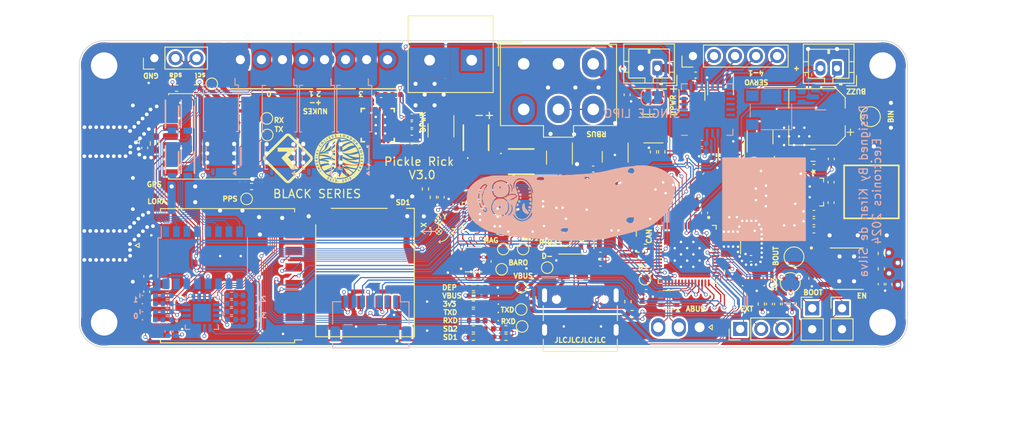
<source format=kicad_pcb>
(kicad_pcb (version 20240108) (generator "pcbnew") (generator_version "8.0")
  (layers (0 "F.Cu" signal) (1 "In1.Cu" power) (2 "In2.Cu" power) (3 "In3.Cu" signal) (4 "In4.Cu" signal) (31 "B.Cu" signal) (34 "B.Paste" user) (35 "F.Paste" user) (36 "B.SilkS" user "B.Silkscreen") (37 "F.SilkS" user "F.Silkscreen") (38 "B.Mask" user) (39 "F.Mask" user) (44 "Edge.Cuts" user))
  (net 0 "")
  (net 1 "+3V3")
  (net 2 "GND")
  (net 3 "+24V")
  (net 4 "Net-(12VLED1-A)")
  (net 5 "VBUS")
  (net 6 "/LogicVolt")
  (net 7 "/CHIP_PU")
  (net 8 "Net-(C8-Pad1)")
  (net 9 "/DepVolt")
  (net 10 "Net-(U1-XTAL_N)")
  (net 11 "/HSPI_MOSI")
  (net 12 "/HSPI_SCLK")
  (net 13 "/HSPI_MISO")
  (net 14 "Net-(U7-REGOUT)")
  (net 15 "/SD1_DET")
  (net 16 "Net-(U8-CAP)")
  (net 17 "Net-(C14-Pad1)")
  (net 18 "Net-(U11-EN)")
  (net 19 "/power/BB_VCC")
  (net 20 "/power/RBUS_3.3V_IN")
  (net 21 "/BOOT")
  (net 22 "Net-(U11-OC)")
  (net 23 "/Buzzer")
  (net 24 "/nukes/Nuke1")
  (net 25 "/nukes/Nuke3")
  (net 26 "/nukes/Nuke2")
  (net 27 "/power/BB_IN")
  (net 28 "Net-(U11-SW1)")
  (net 29 "Net-(U11-SW2)")
  (net 30 "/SDA")
  (net 31 "/SCL")
  (net 32 "/BARO_CS")
  (net 33 "/SD1_CS")
  (net 34 "/SD2_CS")
  (net 35 "/LORA_CS")
  (net 36 "/MAG_CS")
  (net 37 "/IMU1_CS")
  (net 38 "/IMU2_CS")
  (net 39 "/nukes/Cont1")
  (net 40 "/nukes/Cont3")
  (net 41 "/power/BB_OUT")
  (net 42 "/nukes/Cont2")
  (net 43 "/nukes/Nuke0-")
  (net 44 "Net-(C49-Pad1)")
  (net 45 "/CAN+")
  (net 46 "/CAN-")
  (net 47 "/Data-")
  (net 48 "/GPS/RXD")
  (net 49 "/GPS/TXD")
  (net 50 "/CAN_TX")
  (net 51 "/CAN_RX")
  (net 52 "/Data+")
  (net 53 "/LORA_INT")
  (net 54 "/SD2_DET")
  (net 55 "Net-(JP3-B)")
  (net 56 "Net-(D1-A)")
  (net 57 "Net-(D2-A)")
  (net 58 "/LORA_RESET")
  (net 59 "/VSPI_SCLK")
  (net 60 "/VSPI_MISO")
  (net 61 "Net-(D3-A)")
  (net 62 "/TXD")
  (net 63 "/RXD")
  (net 64 "/VSPI_MOSI")
  (net 65 "Net-(D4-A)")
  (net 66 "Net-(D5-A)")
  (net 67 "/nukes/SERVO1")
  (net 68 "/nukes/SERVO2")
  (net 69 "/nukes/SERVO3")
  (net 70 "Net-(D12-A)")
  (net 71 "Net-(D7-K)")
  (net 72 "Net-(D8-K)")
  (net 73 "Net-(D9-K)")
  (net 74 "Net-(D10-K)")
  (net 75 "/CAN-BUS/Vref")
  (net 76 "Net-(J2-Pin_1)")
  (net 77 "Net-(J5-CC1)")
  (net 79 "Net-(J5-CC2)")
  (net 81 "Net-(J10-In)")
  (net 82 "Net-(J11-In)")
  (net 83 "/power/FBIn")
  (net 84 "Net-(U1-XTAL_P)")
  (net 85 "/JTAG_MTDO")
  (net 86 "/JTAG_MTDI")
  (net 87 "/JTAG_MTMS")
  (net 88 "Net-(Q8-G)")
  (net 89 "Net-(Q9-G)")
  (net 90 "/power/RBUS_24V_IN")
  (net 91 "Net-(Q10-G)")
  (net 92 "Net-(U1-U0TXD{slash}PROG{slash}GPIO43)")
  (net 93 "Net-(USBLED1-A)")
  (net 94 "Net-(U19-VCC_RF)")
  (net 95 "Net-(U20-Rs)")
  (net 96 "/power/BB_ALT")
  (net 97 "Net-(U11-BST1)")
  (net 98 "Net-(U11-BST2)")
  (net 99 "/power/BB_FB")
  (net 100 "Net-(R40-Pad2)")
  (net 101 "/power/BB_SCL")
  (net 102 "/power/BB_SDA")
  (net 103 "Net-(U19-~{RESET})")
  (net 105 "Net-(D13-A)")
  (net 113 "Net-(D14-A)")
  (net 114 "Net-(D15-A)")
  (net 115 "Net-(D16-A)")
  (net 130 "/power/Deploy_Lipo+")
  (net 131 "/power/UC_Lipo+")
  (net 132 "/nukes/Nuke1-")
  (net 133 "/nukes/Nuke3-")
  (net 134 "/nukes/Nuke2-")
  (net 135 "Net-(D17-A)")
  (net 155 "/ABUS_RX")
  (net 166 "/ABUS_TX")
  (net 167 "/nukes/SERVO0")
  (net 169 "/nukes/Nuke0")
  (net 170 "/power/RBUS_24V_GATE")
  (net 171 "/power/Deploy_Lipo_Gate")
  (net 172 "/nukes/Cont0")
  (net 175 "/JTAG_MTCK")
  (net 176 "/PPS")
  (net 177 "Net-(IC1-ITIMER)")
  (net 178 "/power/EFUSE_IN")
  (net 179 "Net-(IC1-EN{slash}UVLO)")
  (net 180 "/power/OVLO")
  (net 181 "Net-(IC1-ILIM)")
  (net 182 "/DepCurrent")
  (net 191 "Net-(D24-A)")
  (net 192 "Net-(D25-A)")
  (net 193 "Net-(D26-A)")
  (net 194 "Net-(D27-A)")
  (net 195 "Net-(D20-A)")
  (net 196 "Net-(D21-A)")
  (net 197 "Net-(D22-A)")
  (net 198 "Net-(D23-A)")
  (footprint "Capacitor_SMD:C_0402_1005Metric" (layer "F.Cu") (at 174.425 64.15)
    (property "Reference" "C35" (hide yes))
    (property "Value" "0.1uF")
  )
  (footprint "Capacitor_SMD:C_0402_1005Metric" (layer "F.Cu") (at 178.3 87.8 -90)
    (property "Reference" "C10" (hide yes))
    (property "Value" "0.1uF")
  )
  (footprint "Capacitor_SMD:C_0402_1005Metric" (layer "F.Cu") (at 140.62 72.42 -90)
    (property "Reference" "C59" (hide yes))
    (property "Value" "10nF")
  )
  (footprint "Capacitor_SMD:C_0402_1005Metric" (layer "F.Cu") (at 190.775 77.075 -90)
    (property "Reference" "C39" (hide yes))
    (property "Value" "100nF")
  )
  (footprint "Capacitor_SMD:C_0402_1005Metric" (layer "F.Cu") (at 138.3 66.5 180)
    (property "Reference" "R20" (hide yes))
    (property "Value" "732k")
  )
  (footprint "Inductor_SMD:L_0402_1005Metric" (layer "F.Cu") (at 178.6 83.8)
    (property "Reference" "L2" (hide yes))
    (property "Value" "20nH")
  )
  (footprint "Capacitor_SMD:C_0402_1005Metric" (layer "F.Cu") (at 162.05 75.49 180)
    (property "Reference" "C53" (hide yes))
    (property "Value" "DNP")
  )
  (footprint "Resistor_SMD:R_0402_1005Metric" (layer "F.Cu") (at 141.8 77.9 -90)
    (property "Reference" "R45" (hide yes))
    (property "Value" "80k")
  )
  (footprint "Crystal:Crystal_SMD_2016-4Pin_2.0x1.6mm" (layer "F.Cu") (at 181 84.4 -90)
    (property "Reference" "Y1" (hide yes))
    (property "Value" "R940000171")
  )
  (footprint "LED_SMD:LED_0402_1005Metric" (layer "F.Cu") (at 149.495 94.8 180)
    (property "Reference" "D4" (hide yes))
    (property "Value" "GREEN_LED")
  )
  (footprint "Capacitor_SMD:C_0402_1005Metric" (layer "F.Cu") (at 185.25 80.9 -90)
    (property "Reference" "R40" (hide yes))
    (property "Value" "806k")
  )
  (footprint "TestPoint:TestPoint_Pad_D1.0mm" (layer "F.Cu") (at 116 65.2)
    (property "Reference" "TP15" (hide yes))
    (property "Value" "GPS_RESET")
  )
  (footprint "TestPoint:TestPoint_Pad_D1.0mm" (layer "F.Cu") (at 153.6 85.15)
    (property "Reference" "TP26" (hide yes))
    (property "Value" "TestPoint")
  )
  (footprint "Resistor_SMD:R_0402_1005Metric" (layer "F.Cu") (at 151.52 94.8 180)
    (property "Reference" "R13" (hide yes))
    (property "Value" "10k")
  )
  (footprint "Resistor_SMD:R_0402_1005Metric" (layer "F.Cu") (at 166.75 92.95)
    (property "Reference" "R9" (hide yes))
    (property "Value" "499")
  )
  (footprint "iclr:MPLAL60504R7" (layer "F.Cu") (at 195.65 78.25 -90)
    (property "Reference" "L3" (hide yes))
    (property "Value" "MPL-AL6050-4R7" (hide yes))
  )
  (footprint "Capacitor_SMD:C_0805_2012Metric" (layer "F.Cu") (at 188.6 73.825 180)
    (property "Reference" "C36" (hide yes))
    (property "Value" "22uF")
  )
  (footprint "Capacitor_SMD:C_0402_1005Metric" (layer "F.Cu") (at 162.925 85.9 180)
    (property "Reference" "C51" (hide yes))
    (property "Value" "10uF")
  )
  (footprint "Capacitor_SMD:C_0402_1005Metric" (layer "F.Cu") (at 175.1 75.8 -135)
    (property "Reference" "C37" (hide yes))
    (property "Value" "0.1uF")
  )
  (footprint "Package_TO_SOT_SMD:SOT-143" (layer "F.Cu") (at 159.63 87.31)
    (property "Reference" "D6" (hide yes))
    (property "Value" "SP0503BAHT")
  )
  (footprint "RF_GPS:ublox_MAX" (layer "F.Cu") (at 115.75 71.55 180)
    (property "Reference" "U19" (hide yes))
    (property "Value" "MAX-M10S")
  )
  (footprint "Capacitor_SMD:C_0402_1005Metric" (layer "F.Cu") (at 162.925 86.85 180)
    (property "Reference" "C50" (hide yes))
    (property "Value" "100nF")
  )
  (footprint "Capacitor_SMD:C_0402_1005Metric" (layer "F.Cu") (at 148.59 78.73)
    (property "Reference" "C27" (hide yes))
    (property "Value" "10uF")
  )
  (footprint "iclr-hw:SQS850ENT1_GE3" (layer "F.Cu") (at 147.9 71.715 90)
    (property "Reference" "Q12" (hide yes))
    (property "Value" "SQS141ELNW-T1_GE3" (hide yes))
  )
  (footprint "TestPoint:TestPoint_Pad_D1.0mm" (layer "F.Cu") (at 122.65 69.38)
    (property "Reference" "TP5" (hide yes))
    (property "Value" "TestPoint")
  )
  (footprint "Capacitor_SMD:C_0402_1005Metric" (layer "F.Cu") (at 167.37 75.48)
    (property "Reference" "C54" (hide yes))
    (property "Value" "DNP")
  )
  (footprint "LED_SMD:LED_0402_1005Metric" (layer "F.Cu") (at 149.5025 91.8 180)
    (property "Reference" "D5" (hide yes))
    (property "Value" "BLUE_LED")
  )
  (footprint "Resistor_SMD:R_0402_1005Metric" (layer "F.Cu") (at 147.603 89.8)
    (property "Reference" "R10" (hide yes))
    (property "Value" "470")
  )
  (footprint "TestPoint:TestPoint_Pad_D1.0mm" (layer "F.Cu") (at 151.2 85.15)
    (property "Reference" "TP27" (hide yes))
    (property "Value" "TestPoint")
  )
  (footprint "Capacitor_SMD:C_0402_1005Metric" (layer "F.Cu") (at 188.7 75.3 180)
    (property "Reference" "C34" (hide yes))
    (property "Value" "0.1uF")
  )
  (footprint "TestPoint:TestPoint_Pad_D1.0mm" (layer "F.Cu") (at 181.41 76.825)
    (property "Reference" "TP17" (hide yes))
    (property "Value" "TestPoint")
  )
  (footprint "Capacitor_SMD:C_0402_1005Metric" (layer "F.Cu") (at 190.8 74.275 -90)
    (property "Reference" "R27" (hide yes))
    (property "Value" "499k")
  )
  (footprint "TestPoint:TestPoint_Pad_D1.0mm" (layer "F.Cu") (at 122.7 71.38)
    (property "Reference" "TP6" (hide yes))
    (property "Value" "TestPoint")
  )
  (footprint "Capacitor_SMD:C_0402_1005Metric" (layer "F.Cu") (at 184.15 77.6 180)
    (property "Reference" "R37" (hide yes))
    (property "Value" "37.4k")
  )
  (footprint "Resistor_SMD:R_0402_1005Metric" (layer "F.Cu") (at 151.52 95.8 180)
    (property "Reference" "R48" (hide yes))
    (property "Value" "10k")
  )
  (footprint "Capacitor_SMD:CP_Elec_6.3x9.9" (layer "F.Cu") (at 189.075 69.2 180)
    (property "Reference" "C38" (hide yes))
    (property "Value" "100uF")
  )
  (footprint "Connector_PinHeader_2.54mm:PinHeader_1x02_P2.54mm_Vertical" (layer "F.Cu") (at 188.5 92.3)
    (property "Reference" "BOOTJUMPER1" (hide yes))
    (property "Value" "Conn_01x02_Male")
  )
  (footprint "Resistor_SMD:R_0402_1005Metric" (layer "F.Cu") (at 147.585 92.8)
    (property "Reference" "R3" (hide yes))
    (property "Value" "470")
  )
  (footprint "Jumper:SolderJumper-2_P1.3mm_Open_RoundedPad1.0x1.5mm" (layer "F.Cu") (at 168.67 79.62048 -90)
    (property "Reference" "JP3" (hide yes))
    (property "Value" "TermJP")
  )
  (footprint "Capacitor_SMD:C_0402_1005Metric" (layer "F.Cu") (at 183.385 75.275)
    (property "Reference" "R43" (hide yes))
    (property "Value" "10k")
  )
  (footprint "Capacitor_SMD:C_0402_1005Metric" (layer "F.Cu") (at 188.705 80.85 180)
    (property "Reference" "C41" (hide yes))
    (property "Value" "0.1uF")
  )
  (footprint "Capacitor_SMD:C_0402_1005Metric" (layer "F.Cu") (at 147.662749 88.437749 180)
    (property "Reference" "C15" (hide yes))
    (property "Value" "100nF")
  )
  (footprint "Capacitor_SMD:C_0402_1005Metric" (layer "F.Cu") (at 184.15 78.55 180)
    (property "Reference" "C33" (hide yes))
    (property "Value" "22nF")
  )
  (footprint "Capacitor_SMD:C_0402_1005Metric" (layer "F.Cu") (at 140.149826 71.05 180)
    (property "Reference" "C12" (hide yes))
    (property "Value" "4.7nF")
  )
  (footprint "Capacitor_SMD:C_0402_1005Metric" (layer "F.Cu") (at 186.375 74.25 90)
    (property "Reference" "C30" (hide yes))
    (property "Value" "22nF")
  )
  (footprint "TestPoint:TestPoint_Pad_D2.0mm" (layer "F.Cu") (at 195.525 69.175 -90)
    (property "Reference" "TP10" (hide yes))
    (property "Value" "TestPoint")
  )
  (footprint "TestPoint:TestPoint_Pad_D1.0mm" (layer "F.Cu") (at 168.3 88.8 -90)
    (property "Reference" "TP8" (hide yes))
    (property "Value" "TestPoint")
  )
  (footprint "Capacitor_SMD:C_0402_1005Metric" (layer "F.Cu") (at 150.5 79.65 180)
    (property "Reference" "C23" (hide yes))
    (property "Value" "0.47uF")
  )
  (footprint "Resistor_SMD:R_0603_1608Metric" (layer "F.Cu") (at 162.72 76.73)
    (property "Reference" "R32" (hide yes))
    (property "Value" "60")
  )
  (footprint "Connector_Coaxial:SMA_Molex_73251-1153_EdgeMount_Horizontal" (layer "F.Cu") (at 104.74 84.72)
    (property "Reference" "J11" (hide yes))
    (property "Value" "Conn_Coaxial")
  )
  (footprint "Package_TO_SOT_SMD:SOT-23" (layer "F.Cu") (at 168.8125 70.775 180)
    (property "Reference" "Q9" (hide yes))
    (property "Value" "DMP3099L")
  )
  (footprint "Resistor_SMD:R_0402_1005Metric" (layer "F.Cu") (at 154.75 91.05 90)
    (property "Reference" "R14" (hide yes))
    (property "Value" "5.1k")
  )
  (footprint "Resistor_SMD:R_0603_1608Metric" (layer "F.Cu") (at 109.1 72.4 -90)
    (property "Reference" "R30" (hide yes))
    (property "Value" "10")
  )
  (footprint "Resistor_SMD:R_0402_1005Metric" (layer "F.Cu") (at 161.07 84.85)
    (property "Reference" "R38" (hide yes))
    (property "Value" "470")
  )
  (footprint "Capacitor_SMD:C_0402_1005Metric" (layer "F.Cu") (at 185.23 91.79 -90)
    (property "Reference" "C9" (hide yes))
    (property "Value" "0.1uF")
  )
  (footprint "Resistor_SMD:R_0402_1005Metric" (layer "F.Cu") (at 142.75 78.9 -90)
    (property "Reference" "R46" (hide yes))
    (property "Value" "10k")
  )
  (footprint "Capacitor_SMD:C_0402_1005Metric" (layer "F.Cu") (at 168.45 91.4)
    (property "Reference" "C3" (hide yes))
    (property "Value" "10uF")
  )
  (footprint "Resistor_SMD:R_0402_1005Metric" (layer "F.Cu") (at 114.01 65.71)
    (property "Reference" "R35" (hide yes))
    (property "Value" "4.7k")
  )
  (footprint "Capacitor_SMD:C_0402_1005Metric" (layer "F.Cu") (at 166.15 66.525 -90)
    (property "Reference" "C29" (hide yes))
    (property "Value" "0.1uF")
  )
  (footprint "TestPoint:TestPoint_Pad_D1.0mm" (layer "F.Cu") (at 158.7 84.15)
    (property "Reference" "TP25" (hide yes))
    (property "Value" "TestPoint")
  )
  (footprint "TerminalBlock_TE-Connectivity:TerminalBlock_TE_282834-8_1x08_P2.54mm_Horizontal" (layer "F.Cu") (at 119.45 62.28)
    (property "Reference" "J6" (hide yes))
    (property "Value" "Screw_Terminal_01x08")
  )
  (footprint "Capacitor_SMD:C_0402_1005Metric" (layer "F.Cu") (at 184.15 79.525 180)
    (property "Reference" "R42" (hide yes))
    (property "Value" "143k")
  )
  (footprint "Capacitor_SMD:C_0402_1005Metric" (layer "F.Cu") (at 168.45 90.4)
    (property "Reference" "C6" (hide yes))
    (property "Value" "1uF")
  )
  (footprint "Package_TO_SOT_SMD:SOT-23" (layer "F.Cu") (at 178.75 73.6 -90)
    (property "Reference" "Q10" (hide yes))
    (property "Value" "DMP3099L")
  )
  (footprint "Connector_PinHeader_2.54mm:PinHeader_1x03_P2.54mm_Vertical" (layer "F.Cu") (at 109.07 62.1 90)
    (property "Reference" "J12" (hide yes))
    (property "Value" "Conn_01x03_Male")
  )
  (footprint "Capacitor_SMD:C_0402_1005Metric" (layer "F.Cu") (at 197.756186 89.394508 90)
    (property "Reference" "C46" (hide yes))
    (property "Value" "0.1uF")
  )
  (footprint "Capacitor_SMD:C_0402_1005Metric" (layer "F.Cu") (at 143.7 78.9 90)
    (property "Reference" "C58" (hide yes))
    (property "Value" "0.1uF")
  )
  (footprint "Resistor_SMD:R_0402_1005Metric" (layer "F.Cu") (at 147.5925 91.8 180)
    (property "Reference" "R7" (hide yes))
    (property "Value" "470")
  )
  (footprint "LED_SMD:LED_0402_1005Metric" (layer "F.Cu") (at 167.89 83.52 -90)
    (property "Reference" "D13" (hide yes))
    (property "Value" "ORANGE_LED")
  )
  (footprint "Resistor_SMD:R_0603_1608Metric" (layer "F.Cu") (at 166.7 76.72)
    (property "Reference" "R33" (hide yes))
    (property "Value" "60")
  )
  (footprint "Capacitor_SMD:C_0402_1005Metric" (layer "F.Cu") (at 183.385 76.25)
    (property "Reference" "R44" (hide yes))
    (property "Value" "10k")
  )
  (footprint "TestPoint:TestPoint_Pad_D1.0mm" (layer "F.Cu") (at 156.5 87.4 -90)
    (property "Reference" "TP7" (hide yes))
    (property "Value" "TestPoint")
  )
  (footprint "Resistor_SMD:R_0402_1005Metric" (layer "F.Cu") (at 147.585 93.8)
    (property "Reference" "R2" (hide yes))
    (property "Value" "470")
  )
  (footprint "iclr-hw:iclr_logo_estd2018_6mm" (layer "F.Cu") (at 131.4 74.2)
    (property "Reference" "G***" (hide yes))
    (property "Value" "LOGO" (hide yes))
  )
  (footprint "iclr:SOIC127P599X175-9N" (layer "F.Cu") (at 192.665 87.525)
    (property "Reference" "U16" (hide yes))
    (property "Value" "SC4215")
  )
  (footprint "Resistor_SMD:R_0402_1005Metric" (layer "F.Cu") (at 182.355 91.79 90)
    (property "Reference" "R1" (hide yes))
    (property "Value" "10K")
  )
  (footprint "Capacitor_SMD:C_0402_1005Metric" (layer "F.Cu") (at 155.47 79.76 90)
    (property "Reference" "C21" (hide yes))
    (property "Value" "10uF")
  )
  (footprint "LED_SMD:LED_0402_1005Metric" (layer "F.Cu") (at 149.495 93.8 180)
    (property "Reference" "D1" (hide yes))
    (property "Value" "ORANGE_LED")
  )
  (footprint "MountingHole:MountingHole_3.2mm_M3_DIN965_Pad" (layer "F.Cu") (at 197 94)
    (property "Reference" "H3" (hide yes))
    (property "Value" "MountingHole_Pad")
  )
  (footprint "Capacitor_SMD:C_0402_1005Metric" (layer "F.Cu") (at 188.45 88.7 -90)
    (property "Reference" "C44" (hide yes))
    (property "Value" "4.7uF")
  )
  (footprint "TestPoint:TestPoint_Pad_D1.0mm" (layer "F.Cu") (at 153.47 94.5)
    (property "Reference" "TP22" (hide yes))
    (property "Value" "TestPoint")
  )
  (footprint "Connector_Molex:Molex_Mini-Fit_Jr_5566-06A_2x03_P4.20mm_Vertical" (layer "F.Cu") (at 153.66 62.79)
    (property "Reference" "J1" (hide yes))
    (property "Value" "RBUS")
  )
  (footprint "Connector_JST:JST_PH_B2B-PH-K_1x02_P2.00mm_Vertical" (layer "F.Cu") (at 191.49 63.33 180)
    (property "Reference" "J2" (hide yes))
    (property "Value" "Conn_01x02_Male")
  )
  (footprint "Connector_USB:USB_C_Receptacle_Palconn_UTC16-G" (layer "F.Cu") (at 160.5 92.675)
    (property "Reference" "J5" (hide yes))
    (property "Value" "USB_C_Receptacle_USB2.0")
  )
  (footprint "Capacitor_SMD:C_0402_1005Metric" (layer "F.Cu") (at 181.1 86.3 180)
    (property "Reference" "C13" (hide yes))
    (property "Value" "11pF")
  )
  (footprint "LED_SMD:LED_0402_1005Metric" (layer "F.Cu") (at 149.51 89.8 180)
    (property "Reference" "12VLED1" (hide yes))
    (property "Value" "RED_LED")
  )
  (footprint "Resistor_SMD:R_0402_1005Metric" (layer "F.Cu") (at 196.846186 85.687223 90)
    (property "Reference" "R29" (hide yes))
    (property "Value" "10k")
  )
  (footprint "Capacitor_SMD:C_0402_1005Metric" (layer "F.Cu") (at 187.275 83.68 90)
    (property "Reference" "C47" (hide yes))
    (property "Value" "22uF")
  )
  (footprint "Connector_PinHeader_2.54mm:PinHeader_1x05_P2.54mm_Vertical" (layer "F.Cu") (at 174.1 61.85 90)
    (property "Reference" "J7" (hide yes))
    (property "Value" "Conn_01x05_Male")
  )
  (footprint "Capacitor_SMD:C_0402_1005Metric" (layer "F.Cu") (at 157.87 78.3 180)
    (property "Reference" "C22" (hide yes))
    (property "Value" "100nF")
  )
  (footprint "Capacitor_SMD:C_0402_1005Metric" (layer "F.Cu") (at 150.5 83 180)
    (property "Reference" "C24" (hide yes))
    (property "Value" "10nF")
  )
  (footprint "Resistor_SMD:R_0402_1005Metric" (layer "F.Cu") (at 169.33 73.42 90)
    (property "Reference" "R26" (hide yes))
    (property "Value" "10k")
  )
  (footprint "iclr-hw:TPS259830ONRGER" (layer "F.Cu") (at 136.04 70.19 90)
    (property "Reference" "IC1" (hide yes))
    (property "Value" "TPS259830ONRGER" (hide yes))
  )
  (footprint "iclr-hw:SQS850ENT1_GE3" (layer "F.Cu") (at 153.36 74.6)
    (property "Reference" "Q11" (hide yes))
    (property "Value" "SQS141ELNW-T1_GE3" (hide yes))
  )
  (footprint "Capacitor_SMD:C_0402_1005Metric" (layer "F.Cu") (at 107.9 72.95 -90)
    (property "Reference" "C49" (hide yes))
    (property "Value" "10nF")
  )
  (footprint "TestPoint:TestPoint_Pad_D2.0mm" (layer "F.Cu") (at 186.3 86.1)
    (property "Reference" "TP13" (hide yes))
    (property "Value" "TestPoint")
  )
  (footprint "Package_SO:SOIC-8_3.9x4.9mm_P1.27mm" (layer "F.Cu") (at 164.701197 81.67548 90)
    (property "Reference" "U20" (hide yes))
    (property "Value" "SN65HVD230")
  )
  (footprint "iclr:QFN300X300X100-16N" (layer "F.Cu") (at 158.1 81)
    (property "Reference" "U6" (hide yes))
    (property "Value" "H3LIS331DLTR")
  )
  (footprint "iclr:MP28167GQ-A-Z" (layer "F.Cu") (at 188.2 78.275 -90)
    (property "Reference" "U11" (hide yes))
    (property "Value" "MP28167GQ-A-Z" (hide yes))
  )
  (footprint "Capacitor_SMD:C_0402_1005Metric" (layer "F.Cu") (at 185.325 83.68 90)
    (property "Reference" "C57" (hide yes))
    (property "Value" "22uF")
  )
  (footprint "Resistor_SMD:R_0402_1005Metric" (layer "F.Cu") (at 147.61 90.8)
    (property "Reference" "R16" (hide yes))
    (property "Value" "5k")
  )
  (footprint "Capacitor_SMD:C_0402_1005Metric" (layer "F.Cu") (at 186.6 81 -90)
    (property "Reference" "C32" (hide yes))
    (property "Value" "1uF")
  )
  (footprint "Package_TO_SOT_SMD:TSOT-23-6" (layer "F.Cu") (at 177.425 65.75 -90)
    (property "Reference" "U9" (hide yes))
    (property "Value" "LTC4412xS6")
  )
  (footprint "RF_Module:HOPERF_RFM9XW_SMD" (layer "F.Cu") (at 117.9 88.375 180)
    (property "Reference" "U21" (hide yes))
    (property "Value" "RFM95W-868S2")
  )
  (footprint "Resistor_SMD:R_0402_1005Metric" (layer "F.Cu") (at 168.35 84.94 180)
    (property "Reference" "R39" (hide yes))
    (property "Value" "470")
  )
  (footprint "Resistor_SMD:R_0402_1005Metric" (layer "F.Cu") (at 170.33 73.42 -90)
    (property "Reference" "R25" (hide yes))
    (property "Value" "80k")
  )
  (footprint "Capacitor_SMD:C_0402_1005Metric" (layer "F.Cu") (at 184.3 80.9 -90)
    (property "Reference" "R41" (hide yes))
    (property "Value" "430k")
  )
  (footprint "Capacitor_SMD:C_0402_1005Metric" (layer "F.Cu") (at 149.362749 86.65 -90)
    (property "Reference" "C16" (hide yes))
    (property "Value" "100nF")
  )
  (footprint "Inductor_SMD:L_0402_1005Metric" (layer "F.Cu") (at 174.56 80.76 -90)
    (property "Reference" "L1" (hide yes))
    (property "Value" "2.0nH")
  )
  (footprint "Capacitor_SMD:C_0402_1005Metric" (layer "F.Cu") (at 188.705 81.85 180)
    (property "Reference" "C42" (hide yes))
    (property "Value" "22uF")
  )
  (footprint "LED_SMD:LED_0402_1005Metric" (layer "F.Cu") (at 149.51 90.8 180)
    (property "Reference" "USBLED1" (hide yes))
    (property "Value" "WHITE_LED")
  )
  (footprint "iclr-hw:orientation_marker" (layer "F.Cu") (at 143.4 83)
    (property "Reference" "G**" (hide yes))
    (property "Value" "orientation_marker")
  )
  (footprint "Resistor_SMD:R_0402_1005Metric" (layer "F.Cu") (at 147.585 95.8)
    (property "Reference" "R4" (hide yes))
    (property "Value" "470")
  )
  (footprint "Resistor_SMD:R_0402_1005Metric" (layer "F.Cu") (at 196.846186 87.547223 90)
    (property "Reference" "R28" (hide yes))
    (property "Value" "56k")
  )
  (footprint "MountingHole:MountingHole_3.2mm_M3_DIN965_Pad" (layer "F.Cu") (at 103 63)
    (property "Reference" "H4" (hide yes))
    (property "Value" "MountingHole_Pad")
  )
  (footprint "Connector_PinHeader_2.54mm:PinHeader_1x02_P2.54mm_Vertical" (layer "F.Cu") (at 192.1 92.3)
    (property "Reference" "ENJUMPER1" (hide yes))
    (property "Value" "Conn_01x02_Male")
  )
  (footprint "iclr:QFN40P700X700X90-57N" (layer "F.Cu") (at 173.4 85.8 -90)
    (property "Reference" "U1" (hide yes))
    (property "Value" "ESP32-S3")
  )
  (footprint "Resistor_SMD:R_0402_1005Metric" (layer "F.Cu") (at 120.8 77.6)
    (property "Reference" "R8" (hide yes))
    (property "Value" "0")
  )
  (footprint "Capacitor_SMD:C_0402_1005Metric" (layer "F.Cu") (at 178.6 80.8)
    (property "Reference" "C5" (hide yes))
    (property "Value" "10nF")
  )
  (footprint "MountingHole:MountingHole_3.2mm_M3_DIN965_Pad" (layer "F.Cu") (at 197 63)
    (property "Reference" "H1" (hide yes))
    (property "Value" "MountingHole_Pad")
  )
  (footprint "Capacitor_SMD:C_0402_1005Metric" (layer "F.Cu") (at 175 79.37)
    (property "Reference" "C7" (hide yes))
    (property "Value" "0.1uF")
  )
  (footprint "LED_SMD:LED_0402_1005Metric" (layer "F.Cu") (at 149.495 95.8 180)
    (property "Reference" "D3" (hide yes))
    (property "Value" "EMERALD_LED")
  )
  (footprint "Capacitor_SMD:C_0402_1005Metric" (layer "F.Cu") (at 178.6 81.8)
    (property "Reference" "C1" (hide yes))
    (property "Value" "1uF")
  )
  (footprint "Capacitor_SMD:C_0402_1005Metric" (layer "F.Cu") (at 196.836186 89.394508 90)
    (property "Reference" "C45" (hide yes))
    (property "Value" "10uF")
  )
  (footprint "Capacitor_SMD:C_0402_1005Metric" (layer "F.Cu") (at 185.125 74.65 -90)
    (property "Reference" "R36" (hide yes))
    (property "Value" "10k")
  )
  (footprint "Capacitor_SMD:C_0402_1005Metric" (layer "F.Cu") (at 183.33 91.79 -90)
    (property "Reference" "C4" (hide yes))
    (property "Value" "0.1uF")
  )
  (footprint "Capacitor_SMD:C_0402_1005Metric" (layer "F.Cu") (at 188.705 82.85 180)
    (property "Reference" "C43" (hide yes))
    (property "Value" "22uF")
  )
  (footprint "iclr-hw:RCLAMP3346PQTNT" (layer "F.Cu") (at 181.4 89.2 180)
    (property "Reference" "D19" (hide yes))
    (property "Value" "RCLAMP3346PQTNT" (hide yes))
  )
  (footprint "TestPoint:TestPoint_Pad_D2.0mm" (layer "F.Cu") (at 185.85 89.2)
    (property "Reference" "TP11" (hide yes))
    (property "Value" "TestPoint")
  )
  (footprint "Package_TO_SOT_SMD:TSOT-23-6" (layer "F.Cu") (at 143.67 70.83 -90)
    (property "Reference" "U14" (hide yes))
    (property "Value" "LTC4412xS6")
  )
  (footprint "Connector_PinHeader_2.54mm:PinHeader_1x03_P2.54mm_Vertical" (layer "F.Cu") (at 179.8 94.8 90)
    (property "Reference" "J4" (hide yes))
    (property "Value" "Conn_01x03_Pin")
  )
  (footprint "TestPoint:TestPoint_Pad_D1.0mm" (layer "F.Cu") (at 120.2 79.1)
    (property "Reference" "TP24" (hide yes))
    (property "Value" "TestPoint")
  )
  (footprint "iclr:PQFN50P300X300X80-16N" (layer "F.Cu") (at 153.2 81 90)
    (property "Reference" "U7" (hide yes))
    (property "Value" "ICM-20608-G")
  )
  (footprint "Capacitor_SMD:C_0402_1005Metric" (layer "F.Cu") (at 164.706197 76.92548 90)
    (property "Reference" "C52" (hide yes))
    (property "Value" "47nF")
  )
  (footprint "LED_SMD:LED_0402_1005Metric" (layer "F.Cu") (at 149.51 92.8 180)
    (property "Reference" "D2" (hide yes))
    (property "Value" "GREEN_LED")
  )
  (footprint "Connector_JST:JST_PH_B2B-PH-K_1x02_P2.00mm_Vertical" (layer "F.Cu") (at 169.8 63.3 180)
    (property "Reference" "J9" (hide yes))
    (property "Value" "UCLipo")
  )
  (footprint "Connector_Coaxial:SMA_Molex_73251-1153_EdgeMount_Horizontal" (layer "F.Cu") (at 104.75 72.19)
    (property "Reference" "J10" (hide yes))
    (property "Value" "Conn_Coaxial")
  )
  (footprint "Package_TO_SOT_SMD:SOT-23" (layer "F.Cu") (at 164.706197 74.02048 -90)
    (property "Reference" "D11" (hide yes))
    (property "Value" "SM712_SOT23")
  )
  (footprint "Package_TO_SOT_SMD:TSOT-23-6" (layer "F.Cu") (at 168.6875 67.325)
    (property "Reference" "U10" (hide yes))
    (property "Value" "LTC4412xS6")
  )
  (footprint "TestPoint:TestPoint_Pad_D1.0mm" (layer "F.Cu") (at 153.35 89.75)
    (property "Reference" "TP9" (hide yes))
    (property "Value" "TestPoint")
  )
  (footprint "Capacitor_SMD:C_0402_1005Metric" (layer "F.Cu") (at 150.05 81.1 90)
    (property "Reference" "C25" (hide yes))
    (property "Value" "0.1uF")
  )
  (footprint "Package_TO_SOT_SMD:SOT-353_SC-70-5" (layer "F.Cu") (at 171.2 91.3 180)
    (property "Reference" "D18" (hide yes))
    (property "Value" "~")
  )
  (footprint "Capacitor_SMD:C_0402_1005Metric" (layer "F.Cu") (at 140.15 70.13)
    (property "Reference" "R24" (hide yes))
    (property "Value" "82")
  )
  (footprint "Capacitor_SMD:C_0402_1005Metric" (layer "F.Cu") (at 180.9 82.5)
    (property "Reference" "C14" (hide yes))
    (property "Value" "11pF")
  )
  (footprint "Capacitor_SMD:C_0402_1005Metric" (layer "F.Cu") (at 140.15 69.21)
    (property "Reference" "R47" (hide yes))
    (property "Value" "680")
  )
  (footprint "LED_SMD:LED_0402_1005Metric" (layer "F.Cu") (at 161.53 83.44 -90)
    (property "Reference" "D12" (hide yes))
    (property "Value" "EMERALD_LED")
  )
  (footprint "Capacitor_SMD:C_0402_1005Metric" (layer "F.Cu") (at 186.3 83.68 90)
    (property "Reference" "C48" (hide yes))
    (property "Value" "22uF")
  )
  (footprint "Capacitor_SMD:C_0402_1005Metric" (layer "F.Cu") (at 175.5 80.79 90)
    (property "Reference" "C8" (hide yes))
    (property "Value" "0.1uF")
  )
  (footprint "iclr:Write_Pad" (layer "F.Cu") (at 182.68 79.14)
    (property "Reference" "REF**" (hide yes))
    (property "Value" "Write_Pad" (hide yes))
  )
  (footprint "iclr:PQFN50P300X300X100-16N" (layer "F.Cu") (at 147.75 81 90)
    (property "Reference" "U8" (hide yes))
    (property "Value" "MMC5983MA")
  )
  (footprint "iclr-hw:JAE_ST1W008S4TR2000" (layer "F.Cu") (at 134.5 87.8425 90)
    (property "Reference" "J3" (hide yes))
    (property "Value" "ST1W008S4TR2000")
  )
  (footprint "MountingHole:MountingHole_3.2mm_M3_DIN965_Pad" (layer "F.Cu") (at 103 94)
    (property "Reference" "H2" (hide yes))
    (property "Value" "MountingHole_Pad")
  )
  (footprint "TerminalBlock_Phoenix:TerminalBlock_Phoenix_MKDS-3-2-5.08_1x02_P5.08mm_Horizontal" (layer "F.Cu") (at 147.38 62.35 180)
    (property "Reference" "J8" (hide yes))
    (property "Value" "DeployLipo")
  )
  (footprint "Capacitor_SMD:C_0402_1005Metric" (layer "F.Cu") (at 136.45 66.5 180)
    (property "Reference" "R23" (hide yes))
    (property "Value" "73.2k")
  )
  (footprint "TestPoint:TestPoint_Pad_D1.0mm" (layer "F.Cu") (at 153.36 92.45)
    (property "Reference" "TP23" (hide yes))
    (property "Value" "TestPoint")
  )
  (footprint "Package_TO_SOT_SMD:TSOT-23-6" (layer "F.Cu") (at 157.98 74.116437 -90)
    (property "Reference" "U17" (hide yes))
    (property "Value" "LTC4412xS6")
  )
  (footprint "iclr:XDCR_DPS310" (layer "F.Cu") (at 147.612749 86.437749 180)
    (property "Reference" "U2" (hide yes))
    (property "Value" "DPS368")
  )
  (footprint "Resistor_SMD:R_0402_1005Metric" (layer "F.Cu") (at 111.75 65.72 180)
    (property "Reference" "R34" (hide yes))
    (property "Value" "4.7k")
  )
  (footprint "Capacitor_SMD:C_0402_1005Metric" (layer "F.Cu") (at 139.7 72.41 90)
    (property "Reference" "R19" (hide yes))
    (property "Value" "1M")
  )
  (footprint "iclr-hw:rae_logo_6mm" (layer "F.Cu") (at 125.2 74.2)
    (property "Reference" "G***" (hide yes))
    (property "Value" "LOGO" (hide yes))
  )
  (footprint "Package_TO_SOT_SMD:SOT-23" (layer "F.Cu") (at 173.975 66.5625 90)
    (property "Reference" "Q8" (hide yes))
    (property "Value" "DMP3099L")
  )
  (footprint "Capacitor_SMD:C_0402_1005Metric" (layer "F.Cu") (at 184.305 91.79 -90)
    (property "Reference" "C2" (hide yes))
    (property "Value" "1uF")
  )
  (footprint "Resistor_SMD:R_0402_1005Metric" (layer "F.Cu") (at 166.25 91.5 -90)
    (property "Reference" "R15" (hide yes))
    (property "Value" "5.1k")
  )
  (footprint "TestPoint:TestPoint_Pad_D1.0mm" (layer "F.Cu") (at 181.46 74.75)
    (property "Reference" "TP16" (hide yes))
    (property "Value" "TestPoint")
  )
  (footprint "Capacitor_SMD:C_0402_1005Metric" (layer "F.Cu") (at 108.14 90.3 -90)
    (property "Reference" "C56" (hide yes))
    (property "Value" "100nF")
  )
  (footprint "Capacitor_SMD:C_0402_1005Metric" (layer "F.Cu") (at 190.775 79.55 90)
    (property "Reference" "C40" (hide yes))
    (property "Value" "100nF")
  )
  (footprint "TestPoint:TestPoint_Pad_D1.0mm" (layer "F.Cu") (at 151 87.6)
    (property "Reference" "TP28" (hide yes))
    (property "Value" "TestPoint")
  )
  (footprint "Capacitor_SMD:C_0402_1005Metric" (layer "F.Cu") (at 176.55 74.6 -90)
    (property "Reference" "C31" (hide yes))
    (property "Value" "0.1uF")
  )
  (footprint "Capacitor_SMD:C_0402_1005Metric" (layer "F.Cu") (at 167.5 85.9 180)
    (property "Reference" "C11" (hide yes))
    (property "Value" "0.1uF")
  )
  (footprint "Capacitor_SMD:C_0402_1005Metric" (layer "F.Cu") (at 150.975 81.1 90)
    (property "Reference" "C26" (hide yes))
    (property "Value" "2.2uF")
  )
  (footprint "Resistor_SMD:R_0402_1005Metric" (layer "F.Cu") (at 147.585 94.8)
    (property "Reference" "R5" (hide yes))
    (property "Value" "470")
  )
  (footprint "Inductor_SMD:L_0402_1005Metric" (layer "F.Cu") (at 109.3 69.4 90)
    (property "Reference" "L4" (hide yes))
    (property "Value" "27nH")
  )
  (footprint "Resistor_SMD:R_0402_1005Metric" (layer "F.Cu") (at 186.19 91.8 90)
    (property "Reference" "R6" (hide yes))
    (property "Value" "10K")
  )
  (footprint "Connector_Molex:Molex_Nano-Fit_105313-xx03_1x03_P2.50mm_Horizontal" (layer "F.Cu") (at 174.9 94.6 -90)
    (property "Reference" "J13" (hide yes))
    (property "Value" "Conn_01x03_Pin")
  )
  (footprint "Resistor_SMD:R_0603_1608Metric" (layer "F.Cu") (at 161.26 78.96 -90)
    (property "Reference" "R31" (hide yes))
    (property "Value" "0")
  )
  (footprint "Capacitor_SMD:C_0402_1005Metric" (layer "F.Cu") (at 108.15 88.45 90)
    (property "Reference" "C55" (hide yes))
    (property "Value" "10uF")
  )
  (footprint "Capacitor_SMD:C_0402_1005Metric" (layer "F.Cu") (at 145.5 79.75 90)
    (property "Reference" "C28" (hide yes))
    (property "Value" "1uF")
  )
  (footprint "Package_TO_SOT_SMD:TSOT-23-6" (layer "F.Cu") (at 182.2 71.65 90)
    (property "Reference" "U22" (hide yes))
    (property "Value" "LTC4412xS6")
  )
  (footprint "iclr:pickle_ric" (layer "B.Cu") (at 159.19 79.85 -90)
    (property "Reference" "G***" (hide yes))
    (property "Value" "LOGO" (hide yes))
  )
  (footprint "iclr-hw:CMT052575SMTTR" (layer "B.Cu") (at 183.52 68.24)
    (property "Reference" "LS1" (hide yes))
    (property "Value" "CMT-0525-75-SMT-TR" (hide yes))
  )
  (footprint "Package_TO_SOT_SMD:LFPAK33" (layer "B.Cu") (at 117.1 74.3 90)
    (property "Reference" "Q3" (hide yes))
    (property "Value" "BUK9M11-40EX")
  )
  (footprint "iclr-hw:SODFL3516X70N" (layer "B.Cu") (at 113.1 74.7 -90)
    (property "Reference" "D15" (hide yes))
    (property "Value" "S-102T" (hide yes))
  )
  (footprint "Package_DFN_QFN:QFN-28-1EP_6x6mm_P0.65mm_EP4.25x4.25mm" (layer "B.Cu") (at 175.81 68.31)
    (property "Reference" "U5" (hide yes))
    (property "Value" "PCA9685BS")
  )
  (footprint "LED_SMD:LED_0402_1005Metric" (layer "B.Cu") (at 108.7125 91.75)
    (property "Reference" "D27" (hide yes))
    (property "Value" "RED_LED")
  )
  (footprint "LED_SMD:LED_0402_1005Metric" (layer "B.Cu") (at 120.275 90.75 180)
    (property "Reference" "D25" (hide yes))
    (property "Value" "RED_LED")
  )
  (footprint "Package_TO_SOT_SMD:SOT-23" (layer "B.Cu") (at 189.5 66.79 180)
    (property "Reference" "Q1" (hide yes))
    (property "Value" "PMV20ENR")
  )
  (footprint "LED_SMD:LED_0402_1005Metric" (layer "B.Cu") (at 120.275 92.7 180)
    (property "Reference" "D24" (hide yes))
    (property "Value" "RED_LED")
  )
  (footprint "Capacitor_SMD:C_0402_1005Metric" (layer "B.Cu") (at 175.2 72.4 180)
    (property "Reference" "C19" (hide yes))
    (property "Value" "10uF")
  )
  (footprint "Package_TO_SOT_SMD:TO-277B" (layer "B.Cu") (at 133.2 68.2 180)
    (property "Reference" "D10" (hide yes))
    (property "Value" "D_Schottky")
  )
  (footprint "LED_SMD:LED_0402_1005Metric" (layer "B.Cu") (at 108.7125 93.7)
    (property "Reference" "D26" (hide yes))
    (property "Value" "RED_LED")
  )
  (footprint "Resistor_SMD:R_0402_1005Metric" (layer "B.Cu") (at 118.375 91.725)
    (property "Reference" "R50" (hide yes))
    (property "Value" "120")
  )
  (footprint "Resistor_SMD:R_0402_1005Metric" (layer "B.Cu") (at 110.6125 90.775 180)
    (property "Reference" "R12" (hide yes))
    (property "Value" "120")
  )
  (footprint "Package_TO_SOT_SMD:TO-277B" (layer "B.Cu") (at 124.2 68.2 180)
    (property "Reference" "D8" (hide yes))
    (property "Value" "D_Schottky")
  )
  (footprint "Resistor_SMD:R_0402_1005Metric" (layer "B.Cu") (at 118.375 90.75)
    (property "Reference" "R21" (hide yes))
    (property "Value" "120")
  )
  (footprint "Resistor_SMD:R_0402_1005Metric" (layer "B.Cu") (at 110.6125 91.75 180)
    (property "Reference" "R18" (hide yes))
    (property "Value" "120")
  )
  (footprint "Package_TO_SOT_SMD:LFPAK33" (layer "B.Cu") (at 124.2 74.3 90)
    (property "Reference" "Q2" (hide yes))
    (property "Value" "BUK9M11-40EX")
  )
  (footprint "iclr-hw:SODFL3516X70N" (layer "B.Cu") (at 111.2 74.7 -90)
    (property "Reference" "D16" (hide yes))
    (property "Value" "S-102T" (hide yes))
  )
  (footprint "LED_SMD:LED_0402_1005Metric" (layer "B.Cu") (at 120.275 91.725 180)
    (property "Reference" "D22" (hide yes))
    (property "Value" "EMERALD_LED")
  )
  (footprint "Resistor_SMD:R_0402_1005Metric" (layer "B.Cu") (at 110.625 92.725 180)
    (property "Reference" "R49" (hide yes))
    (property "Value" "120")
  )
  (footprint "Resistor_SMD:R_0402_1005Metric" (layer "B.Cu") (at 188.06 64.11 -90)
    (property "Reference" "R11" (hide yes))
    (property "Value" "1k")
  )
  (footprint "Package_SO:SOP-16_4.4x10.4mm_P1.27mm" (layer "B.Cu") (at 114.9 86.2 -90)
    (property "Reference" "U3" (hide yes))
    (property "Value" "LTV-247")
  )
  (footprint "Package_TO_SOT_SMD:TO-277B" (layer "B.Cu") (at 117.1 68.15 180)
    (property "Reference" "D7" (hide yes))
    (property "Value" "D_Schottky")
  )
  (footprint "LED_SMD:LED_0402_1005Metric" (layer "B.Cu") (at 108.725 92.725)
    (property "Reference" "D21" (hide yes))
    (property "Value" "EMERALD_LED")
  )
  (footprint "iclr-hw:SODFL3516X70N" (layer "B.Cu") (at 111.2 69.2 -90)
    (property "Reference" "D17" (hide yes))
    (property "Value" "S-102T" (hide yes))
  )
  (footprint "Resistor_SMD:R_0402_1005Metric" (layer "B.Cu") (at 118.375 92.7)
    (property "Reference" "R22" (hide yes))
    (property "Value" "120")
  )
  (footprint "Package_TO_SOT_SMD:TO-277B" (layer "B.Cu") (at 128.7 68.2 180)
    (property "Reference" "D9" (hide yes))
    (property "Value" "D_Schottky")
  )
  (footprint "LED_SMD:LED_0402_1005Metric" (layer "B.Cu") (at 120.275 93.675 180)
    (property "Reference" "D23" (hide yes))
    (property "Value" "EMERALD_LED")
  )
  (footprint "Capacitor_SMD:C_0402_1005Metric" (layer "B.Cu") (at 111.675 95.125 90)
    (property "Reference" "C17" (hide yes))
    (property "Value" "10uF")
  )
  (footprint "Resistor_SMD:R_0402_1005Metric" (layer "B.Cu") (at 110.6125 93.7 180)
    (property "Reference" "R17" (hide yes))
    (property "Value" "120")
  )
  (footprint "Capacitor_SMD:C_0402_1005Metric" (layer "B.Cu") (at 175.2 73.4 180)
    (property "Reference" "C20" (hide yes))
    (property "Value" "100nF")
  )
  (footprint "Package_TO_SOT_SMD:LFPAK33" (layer "B.Cu") (at 128.7 74.3 90)
    (property "Reference" "Q5" (hide yes))
    (property "Value" "BUK9M11-40EX")
  )
  (footprint "Package_TO_SOT_SMD:LFPAK33" (layer "B.Cu") (at 133.2 74.3 90)
    (property "Reference" "Q4" (hide yes))
    (property "Value" "BUK9M11-40EX")
  )
  (footprint "iclr:QFN65P400X400X100-17N" (layer "B.Cu") (at 114.8 92.85)
    (property "Reference" "U4" (hide yes))
    (property "Value" "PCA9534RGVR")
  )
  (footprint "iclr-hw:SODFL3516X70N" (layer "B.Cu") (at 113.1 69.2 -90)
    (property "Reference" "D14" (hide yes))
    (property "Value" "S-102T" (hide yes))
  )
  (footprint "Capacitor_SMD:C_0402_1005Metric" (layer "B.Cu") (at 110.725 95.125 90)
    (property "Reference" "C18" (hide yes))
    (property "Value" "100nF")
  )
  (footprint "Connector_Molex:Molex_Pico-Clasp_202396-0707_1x07-1MP_P1.00mm_Horizontal" (layer "B.Cu") (at 135.2 93.505 180)
    (property "Reference" "J14" (hide yes))
    (property "Value" "Conn_01x07_Socket")
  )
  (footprint "LED_SMD:LED_0402_1005Metric" (layer "B.Cu") (at 108.7125 90.775)
    (property "Reference" "D20" (hide yes))
    (property "Value" "EMERALD_LED")
  )
  (footprint "Jumper:SolderJumper-2_P1.3mm_Open_RoundedPad1.0x1.5mm" (layer "B.Cu") (at 169.25 66.8)
    (property "Reference" "JP2" (hide yes))
    (property "Value" "SolderJumper_2_Open")
  )
  (footprint "Resistor_SMD:R_0402_1005Metric" (layer "B.Cu") (at 118.375 93.675)
    (property "Reference" "R51" (hide yes))
    (property "Value" "120")
  )
  (gr_line (start 123.533333 65.8) (end 128.183333 65.8) (stroke (width 0.15)) (layer "F.SilkS"))
  (gr_line (start 128.691666 65.8) (end 133.341666 65.8) (stroke (width 0.15)) (layer "F.SilkS"))
  (gr_line (start 133.85 65.8) (end 138.5 65.8) (stroke (width 0.15)) (layer "F.SilkS"))
  (gr_line (start 118.375 65.8) (end 123.025 65.8) (stroke (width 0.15)) (layer "F.SilkS"))
  (gr_line (start 103 97) (end 197 97) (stroke (width 0.1)) (layer "Edge.Cuts"))
  (gr_arc (start 200 94) (mid 199.12132 96.12132) (end 197 97) (stroke (width 0.1)) (layer "Edge.Cuts"))
  (gr_arc (start 197 60) (mid 199.12132 60.87868) (end 200 63) (stroke (width 0.1)) (layer "Edge.Cuts"))
  (gr_line (start 197 60) (end 103 60) (stroke (width 0.1)) (layer "Edge.Cuts"))
  (gr_line (start 100 63) (end 100 94) (stroke (width 0.1)) (layer "Edge.Cuts"))
  (gr_arc (start 103 97) (mid 100.87868 96.12132) (end 100 94) (stroke (width 0.1)) (layer "Edge.Cuts"))
  (gr_arc (start 100 63) (mid 100.87868 60.87868) (end 103 60) (stroke (width 0.1)) (layer "Edge.Cuts"))
  (gr_line (start 200 94) (end 200 63) (stroke (width 0.1)) (layer "Edge.Cuts"))
  (gr_text "1" (at 106.8 91.275 0) (layer "B.SilkS") (effects (font (size 0.6 0.6)) (justify mirror)))
  (gr_text "0" (at 106.825 93.25 0) (layer "B.SilkS") (effects (font (size 0.6 0.6)) (justify mirror)))
  (gr_text "-" (at 121.65 93.675 90) (layer "B.SilkS") (effects (font (size 0.6 0.6))))
  (gr_text "SINGLE LIPO" (at 167.95 68.8 0) (layer "B.SilkS") (effects (font (size 1 1)) (justify mirror)))
  (gr_text "3" (at 122.325 93.175 0) (layer "B.SilkS") (effects (font (size 0.6 0.6)) (justify mirror)))
  (gr_text "Designed By Kiran de Silva\nElectronics 2024" (at 195.5 78.175 90) (layer "B.SilkS") (effects (font (size 1 1)) (justify mirror)))
  (gr_text "-" (at 107.275 90.775 90) (layer "B.SilkS") (effects (font (size 0.6 0.6))))
  (gr_text "-" (at 121.65 91.7 90) (layer "B.SilkS") (effects (font (size 0.6 0.6))))
  (gr_text "2" (at 122.275 91.2 0) (layer "B.SilkS") (effects (font (size 0.6 0.6)) (justify mirror)))
  (gr_text "-" (at 107.3 92.725 90) (layer "B.SilkS") (effects (font (size 0.6 0.6))))
  (gr_text "RX" (at 124.1 69.6 0) (layer "F.SilkS") (effects (font (size 0.6 0.6))))
  (gr_text "BB" (at 179.75 76.5 90) (layer "F.SilkS") (effects (font (size 0.6 0.6))))
  (gr_text "CAN RX" (at 168.8 82.8 90) (layer "F.SilkS") (effects (font (size 0.6 0.6))))
  (gr_text "IMU1" (at 154.4 83.8 0) (layer "F.SilkS") (effects (font (size 0.6 0.6))))
  (gr_text "TERM" (at 168.8 76.8 90) (layer "F.SilkS") (effects (font (size 0.6 0.6))))
  (gr_text "VBUS" (at 145 90.8 0) (layer "F.SilkS") (effects (font (size 0.6 0.6))))
  (gr_text "BARO\n" (at 153 86.8 0) (layer "F.SilkS") (effects (font (size 0.6 0.6))))
  (gr_text "-+" (at 148.9 68.95 0) (layer "F.SilkS") (effects (font (size 1 1))))
  (gr_text "µPWR" (at 171.7 67.8 90) (layer "F.SilkS") (effects (font (size 0.6 0.6))))
  (gr_text "2" (at 128.9 66.4 180) (layer "F.SilkS") (effects (font (size 0.6 0.6))))
  (gr_text "SD2" (at 144.8 94.8 0) (layer "F.SilkS") (effects (font (size 0.6 0.6))))
  (gr_text "+" (at 186.6 63.4 180) (layer "F.SilkS") (effects (font (size 0.6 0.6))))
  (gr_text "BLACK SERIES\n" (at 123.3 79.075 0) (layer "F.SilkS") (effects (font (size 1 1)) (justify left bottom)))
  (gr_text "BOUT" (at 184.1 86 90) (layer "F.SilkS") (effects (font (size 0.6 0.6))))
  (gr_text "TXD" (at 144.8 92.8 0) (layer "F.SilkS") (effects (font (size 0.6 0.6))))
  (gr_text "1" (at 128 66.4 180) (layer "F.SilkS") (effects (font (size 0.6 0.6))))
  (gr_text "TX" (at 124.1 70.7 0) (layer "F.SilkS") (effects (font (size 0.6 0.6))))
  (gr_text "scl" (at 114.6 64.2 180) (layer "F.SilkS") (effects (font (size 0.6 0.6))))
  (gr_text "3v3" (at 183.9 89.4 90) (layer "F.SilkS") (effects (font (size 0.6 0.6))))
  (gr_text "3v3" (at 144.7 91.8 0) (layer "F.SilkS") (effects (font (size 0.6 0.6))))
  (gr_text "BUZZ" (at 193.8 66.1 180) (layer "F.SilkS") (effects (font (size 0.6 0.6))))
  (gr_text "MAG" (at 149.7 84.1 0) (layer "F.SilkS") (effects (font (size 0.6 0.6))))
  (gr_text "sda" (at 111.624999 64.2 180) (layer "F.SilkS") (effects (font (size 0.6 0.6))))
  (gr_text "IMU2" (at 156.6 84.3 0) (layer "F.SilkS") (effects (font (size 0.6 0.6))))
  (gr_text "sda" (at 181.6 78.5 0) (layer "F.SilkS") (effects (font (size 0.6 0.6))))
  (gr_text "GPS" (at 109.05 77.35 0) (layer "F.SilkS") (effects (font (size 0.6 0.6))))
  (gr_text "SD1" (at 144.8 95.8 0) (layer "F.SilkS") (effects (font (size 0.6 0.6))))
  (gr_text "Pickle Rick \nV3.0" (at 141.4 75.4 0) (layer "F.SilkS") (effects (font (size 1 1))))
  (gr_text "3" (at 134 66.4 180) (layer "F.SilkS") (effects (font (size 0.6 0.6))))
  (gr_text "RBUS" (at 162.45 71.25 180) (layer "F.SilkS") (effects (font (size 0.6 0.6))))
  (gr_text "NUKES\n+-" (at 128.5 68 180) (layer "F.SilkS") (effects (font (size 0.6 0.6))))
  (gr_text "BIN" (at 198 69.15 90) (layer "F.SilkS") (effects (font (size 0.6 0.6))))
  (gr_text "JLCJLCJLCJLC" (at 157.3 96.5 0) (layer "F.SilkS") (effects (font (size 0.6 0.6)) (justify left bottom)))
  (gr_text "LORA" (at 109.35 79.4 0) (layer "F.SilkS") (effects (font (size 0.6 0.6))))
  (gr_text "TXD" (at 151.7 92.5 0) (layer "F.SilkS") (effects (font (size 0.6 0.6))))
  (gr_text "EXT" (at 180.6 92.38 0) (layer "F.SilkS") (effects (font (size 0.6 0.6))))
  (gr_text "EN" (at 194.5 90.8 0) (layer "F.SilkS") (effects (font (size 0.6 0.6))))
  (gr_text "CAN TX" (at 160.7 82.7 90) (layer "F.SilkS") (effects (font (size 0.6 0.6))))
  (gr_text "+-" (at 171.15 65.9 180) (layer "F.SilkS") (effects (font (size 1 1))))
  (gr_text "PPS" (at 118.2 79.1 0) (layer "F.SilkS") (effects (font (size 0.6 0.6))))
  (gr_text "DPWR" (at 141.5 69.8 90) (layer "F.SilkS") (effects (font (size 0.6 0.6))))
  (gr_text "VBUS" (at 153.6 88.4 0) (layer "F.SilkS") (effects (font (size 0.6 0.6))))
  (gr_text "D+" (at 168.15 87.35 0) (layer "F.SilkS") (effects (font (size 0.6 0.6))))
  (gr_text "RXD" (at 144.8 93.8 0) (layer "F.SilkS") (effects (font (size 0.6 0.6))))
  (gr_text "SD1" (at 139.1 79.525 0) (layer "F.SilkS") (effects (font (size 0.6 0.6))))
  (gr_text "GND" (at 108.65 64.2 180) (layer "F.SilkS") (effects (font (size 0.6 0.6))))
  (gr_text "0" (at 122.9 66.4 180) (layer "F.SilkS") (effects (font (size 0.6 0.6))))
  (gr_text "scl" (at 183.45 74.3 0) (layer "F.SilkS") (effects (font (size 0.6 0.6))))
  (gr_text "BOOT" (at 188.6 90.4 0) (layer "F.SilkS") (effects (font (size 0.6 0.6))))
  (gr_text "DEP" (at 144.7 89.8 0) (layer "F.SilkS") (effects (font (size 0.6 0.6))))
  (gr_text "ABUS" (at 174.41 92.39 0) (layer "F.SilkS") (effects (font (size 0.6 0.6))))
  (gr_text "RXD" (at 151.8 93.9 0) (layer "F.SilkS") (effects (font (size 0.6 0.6))))
  (gr_text "D-" (at 156.5 86 0) (layer "F.SilkS") (effects (font (size 0.6 0.6))))
  (gr_text "4-1" (at 181.7 63.9 180) (layer "F.SilkS") (effects (font (size 0.6 0.6))))
  (gr_text "SERVO" (at 181.75 65 180) (layer "F.SilkS") (effects (font (size 0.6 0.6))))
  (segment (start 186.9 88.5) (end 186.2 89.2) (width 0.2) (layer "F.Cu") (net 1))
  (segment (start 148.812749 86.138246) (end 148.363246 86.138246) (width 0.15) (layer "F.Cu") (net 1))
  (segment (start 158.3598 80.161575) (end 158.6 79.921375) (width 0.2) (layer "F.Cu") (net 1))
  (segment (start 147.5 82.275) (end 147.5 81.95) (width 0.15) (layer "F.Cu") (net 1))
  (segment (start 147.962252 87.887749) (end 148.337749 87.512252) (width 0.15) (layer "F.Cu") (net 1))
  (segment (start 176.845 87.2) (end 178.43 87.2) (width 0.2) (layer "F.Cu") (net 1))
  (segment (start 169.28517 84.94) (end 169.3 84.95483) (width 0.2) (layer "F.Cu") (net 1))
  (segment (start 165.1 82.9) (end 165.336197 83.136197) (width 0.15) (layer "F.Cu") (net 1))
  (segment (start 177.824511 82.375489) (end 177.541318 82.375489) (width 0.4) (layer "F.Cu") (net 1))
  (segment (start 147.5 81.95) (end 147.81 81.64) (width 0.15) (layer "F.Cu") (net 1))
  (segment (start 174.6 79.42) (end 174.6 80.235) (width 0.4) (layer "F.Cu") (net 1))
  (segment (start 150.98 82.577276) (end 150.98 83) (width 0.15) (layer "F.Cu") (net 1))
  (segment (start 186.19 92.673132) (end 186.19 92.31) (width 0.1) (layer "F.Cu") (net 1))
  (segment (start 185.9 90.5) (end 185.9 89.25) (width 0.2) (layer "F.Cu") (net 1))
  (segment (start 178.852322 87.546591) (end 178.625731 87.32) (width 0.15) (layer "F.Cu") (net 1))
  (segment (start 186.05884 92.804292) (end 186.19 92.673132) (width 0.1) (layer "F.Cu") (net 1))
  (segment (start 150.98 83) (end 150.98 81.585) (width 0.15) (layer "F.Cu") (net 1))
  (segment (start 195.135 88.16) (end 196.743409 88.16) (width 0.9) (layer "F.Cu") (net 1))
  (segment (start 168.44 85.36) (end 168.86 84.94) (width 0.2) (layer "F.Cu") (net 1))
  (segment (start 158.1 78.55) (end 158.35 78.3) (width 0.2) (layer "F.Cu") (net 1))
  (segment (start 178.12 81.8) (end 178.12 81.662784) (width 0.4) (layer "F.Cu") (net 1))
  (segment (start 174.771093 78.780987) (end 174.52 79.03208) (width 0.2) (layer "F.Cu") (net 1))
  (segment (start 150.511478 81.243427) (end 150.174905 81.58) (width 0.15) (layer "F.Cu") (net 1))
  (segment (start 158.1 79.901775) (end 158.1 79.53) (width 0.2) (layer "F.Cu") (net 1))
  (segment (start 185.5 89.2) (end 185.85 89.2) (width 0.2) (layer "F.Cu") (net 1))
  (segment (start 149.330995 86.138246) (end 148.812749 86.138246) (width 0.15) (layer "F.Cu") (net 1))
  (segment (start 108.61 89.35) (end 108.14 89.82) (width 0.4) (layer "F.Cu") (net 1))
  (segment (start 108.65 89.35) (end 108.61 89.35) (width 0.4) (layer "F.Cu") (net 1))
  (segment (start 158.6 79.921375) (end 158.6 79.53) (width 0.2) (layer "F.Cu") (net 1))
  (segment (start 178.625731 87.32) (end 178.3 87.32) (width 0.15) (layer "F.Cu") (net 1))
  (segment (start 167.97 90.57) (end 168.3 90.9) (width 0.2) (layer "F.Cu") (net 1))
  (segment (start 168.44 85.42) (end 168.44 85.36) (width 0.2) (layer "F.Cu") (net 1))
  (segment (start 120.5 70.45) (end 120.5 68.25) (width 0.4) (layer "F.Cu") (net 1))
  (segment (start 108.65 89.35) (end 108.57 89.35) (width 0.4) (layer "F.Cu") (net 1))
  (segment (start 108.57 89.35) (end 108.15 88.93) (width 0.4) (layer "F.Cu") (net 1))
  (segment (start 109.9 89.375) (end 108.675 89.375) (width 0.4) (layer "F.Cu") (net 1))
  (segment (start 150.802724 82.4) (end 150.98 82.577276) (width 0.15) (layer "F.Cu") (net 1))
  (segment (start 135.05 90.490635) (end 135.05 91.5925) (width 0.1) (layer "F.Cu") (net 1))
  (segment (start 178.12 82.08) (end 177.824511 82.375489) (width 0.4) (layer "F.Cu") (net 1))
  (segment (start 120.5 68.25) (end 120.28 68.47) (width 0.4) (layer "F.Cu") (net 1))
  (segment (start 148.142749 88.068246) (end 148.142749 88.437749) (width 0.15) (layer "F.Cu") (net 1))
  (segment (start 178.12 81.662784) (end 178.480035 81.302749) (width 0.4) (layer "F.Cu") (net 1))
  (segment (start 155.999995 80.003992) (end 156.003987 80) (width 0.15) (layer "F.Cu") (net 1))
  (segment (start 152.52 95.3) (end 152.52 95.31) (width 0.2) (layer "F.Cu") (net 1))
  (segment (start 155.763987 80.24) (end 155.47 80.24) (width 0.15) (layer "F.Cu") (net 1))
  (segment (start 168.44 85.44) (end 168.44 85.42) (width 0.2) (layer "F.Cu") (net 1))
  (segment (start 168.86 84.94) (end 169.28517 84.94) (width 0.2) (layer "F.Cu") (net 1))
  (segment (start 147.0825 91.8) (end 147.0825 95.7925) (width 0.15) (layer "F.Cu") (net 1))
  (segment (start 151.94 81.5) (end 151.94 82) (width 0.15) (layer "F.Cu") (net 1))
  (segment (start 184.8 88.5) (end 185.5 89.2) (width 0.2) (layer "F.Cu") (net 1))
  (segment (start 169.3 84.95483) (end 169.3 85.001276) (width 0.2) (layer "F.Cu") (net 1))
  (segment (start 150.975 81.58) (end 151.86 81.58) (width 0.15) (layer "F.Cu") (net 1))
  (segment (start 158.3598 80.161575) (end 158.1 79.901775) (width 0.2) (layer "F.Cu") (net 1))
  (segment (start 114.52 65) (end 114.52 65.71) (width 0.15) (layer "F.Cu") (net 1))
  (segment (start 163.775 86.35) (end 163.405 85.98) (width 0.15) (layer "F.Cu") (net 1))
  (segment (start 158.1 79.901775) (end 158.1 78.55) (width 0.2) (layer "F.Cu") (net 1))
  (segment (start 108.675 89.375) (end 108.65 89.35) (width 0.4) (layer "F.Cu") (net 1))
  (segment (start 156.003987 80) (end 156.63 80) (width 0.15) (layer "F.Cu") (net 1))
  (segment (start 150.05 81.58) (end 150.975 81.58) (width 0.15) (layer "F.Cu") (net 1))
  (segment (start 117.28 68.47) (end 114.52 65.71) (width 0.4) (layer "F.Cu") (net 1))
  (segment (start 178.12 80.942714) (end 178.480035 81.302749) (width 0.4) (layer "F.Cu") (net 1))
  (segment (start 152.52 95.31) (end 152.03 95.8) (width 0.2) (layer "F.Cu") (net 1))
  (segment (start 151.94 82) (end 152.2 82.26) (width 0.15) (layer "F.Cu") (net 1))
  (segment (start 145.5 80.23) (end 146.455 80.23) (width 0.15) (layer "F.Cu") (net 1))
  (segment (start 174.52 79.03208) (end 174.52 79.37) (width 0.2) (layer "F.Cu") (net 1))
  (segment (start 143.499066 80.23) (end 145.5 80.23) (width 0.1) (layer "F.Cu") (net 1))
  (segment (start 134.882456 90.323091) (end 135.05 90.490635) (width 0.1) (layer "F.Cu") (net 1))
  (segment (start 165.336197 83.136197) (end 165.336197 84.15048) (width 0.15) (layer "F.Cu") (net 1))
  (segment (start 176.845 83.071807) (end 176.845 83.49048) (width 0.4) (layer "F.Cu") (net 1))
  (segment (start 178.12 81.8) (end 178.12 82.08) (width 0.4) (layer "F.Cu") (net 1))
  (segment (start 147.03 95.85) (end 146.62 95.85) (width 0.15) (layer "F.Cu") (net 1))
  (segment (start 143.302236 80.42683) (end 143.499066 80.23) (width 0.1) (layer "F.Cu") (net 1))
  (segment (start 182.355 92.3) (end 182.355 92.615) (width 0.1) (layer "F.Cu") (net 1))
  (segment (start 111.25 65) (end 111.25 65.71) (width 0.15) (layer "F.Cu") (net 1))
  (segment (start 160.56 84.92) (end 161.05 85.41) (width 0.15) (layer "F.Cu") (net 1))
  (segment (start 178.12 80.8) (end 178.12 80.942714) (width 0.4) (layer "F.Cu") (net 1))
  (segment (start 177.541318 82.375489) (end 176.845 83.071807) (width 0.4) (layer "F.Cu") (net 1))
  (segment (start 169.498724 85.2) (end 169.955 85.2) (width 0.2) (layer "F.Cu") (net 1))
  (segment (start 163.775 86.35) (end 163.405 86.72) (width 0.15) (layer "F.Cu") (net 1))
  (segment (start 152.03 94.81) (end 152.52 95.3) (width 0.2) (layer "F.Cu") (net 1))
  (segment (start 120.28 68.47) (end 117.28 68.47) (width 0.4) (layer "F.Cu") (net 1))
  (segment (start 169.3 85.001276) (end 169.498724 85.2) (width 0.2) (layer "F.Cu") (net 1))
  (segment (start 155.999995 80.003992) (end 155.763987 80.24) (width 0.15) (layer "F.Cu") (net 1))
  (segment (start 150.511478 81.243427) (end 150.638427 81.243427) (width 0.15) (layer "F.Cu") (net 1))
  (segment (start 147.962252 87.887749) (end 148.142749 88.068246) (width 0.15) (layer "F.Cu") (net 1))
  (segment (start 168.3 90.9) (end 167.97 91.23) (width 0.2) (layer "F.Cu") (net 1))
  (segment (start 182.355 92.615) (end 182.53 92.79) (width 0.1) (layer "F.Cu") (net 1))
  (segment (start 150.638427 81.243427) (end 150.975 81.58) (width 0.15) (layer "F.Cu") (net 1))
  (segment (start 186.2 89.2) (end 185.85 89.2) (width 0.2) (layer "F.Cu") (net 1))
  (segment (start 147.81 81.64) (end 148.38 81.64) (width 0.15) (layer "F.Cu") (net 1))
  (segment (start 167.98 85.9) (end 168.44 85.44) (width 0.2) (layer "F.Cu") (net 1))
  (via (at 185.9 90.5) (size 0.45) (drill 0.3) (layers "F.Cu" "B.Cu") (net 1))
  (via (at 198.825 86.825) (size 0.8) (drill 0.5) (layers "F.Cu" "B.Cu") (net 1))
  (via (at 118.05 88.45) (size 0.45) (drill 0.3) (layers "F.Cu" "B.Cu") (net 1))
  (via (at 155.999995 80.003992) (size 0.45) (drill 0.3) (layers "F.Cu" "B.Cu") (net 1))
  (via (at 163.775 86.35) (size 0.45) (drill 0.3) (layers "F.Cu" "B.Cu") (net 1))
  (via (at 168.3 90.9) (size 0.45) (drill 0.3) (layers "F.Cu" "B.Cu") (net 1))
  (via (at 112.425 95.468503) (size 0.45) (drill 0.3) (layers "F.Cu" "B.Cu") (net 1))
  (via (at 147.962252 87.887749) (size 0.45) (drill 0.3) (layers "F.Cu" "B.Cu") (net 1))
  (via (at 112.977504 88.45) (size 0.45) (drill 0.3) (layers "F.Cu" "B.Cu") (net 1))
  (via (at 146.62 95.85) (size 0.45) (drill 0.3) (layers "F.Cu" "B.Cu") (net 1))
  (via (at 111.25 65) (size 0.45) (drill 0.3) (layers "F.Cu" "B.Cu") (net 1))
  (via (at 108.65 89.35) (size 0.45) (drill 0.3) (layers "F.Cu" "B.Cu") (net 1))
  (via (at 165.1 82.9) (size 0.45) (drill 0.3) (layers "F.Cu" "B.Cu") (net 1))
  (via (at 143.302236 80.42683) (size 0.45) (drill 0.3) (layers "F.Cu" "B.Cu") (net 1))
  (via (at 184.8 88.5) (size 0.45) (drill 0.3) (layers "F.Cu" "B.Cu") (net 1))
  (via (at 131.95 90.340161) (size 0.45) (drill 0.3) (layers "F.Cu" "B.Cu") (net 1))
  (via (at 115.1 95.65) (size 0.45) (drill 0.3) (layers "F.Cu" "B.Cu") (net 1))
  (via (at 174.771093 78.780987) (size 0.45) (drill 0.3) (layers "F.Cu" "B.Cu") (net 1))
  (via (at 148.812749 86.138246) (size 0.45) (drill 0.3) (layers "F.Cu" "B.Cu") (net 1))
  (via (at 115.55 88.45) (size 0.45) (drill 0.3) (layers "F.Cu" "B.Cu") (net 1))
  (via (at 186.05884 92.804292) (size 0.45) (drill 0.3) (layers "F.Cu" "B.Cu") (net 1))
  (via (at 175.5 73.95) (size 0.45) (drill 0.3) (layers "F.Cu" "B.Cu") (net 1))
  (via (at 197.775 88.1) (size 0.8) (drill 0.5) (layers "F.Cu" "B.Cu") (net 1))
  (via (at 182.53 92.79) (size 0.45) (drill 0.3) (layers "F.Cu" "B.Cu") (net 1))
  (via (at 148.38 81.64) (size 0.45) (drill 0.3) (layers "F.Cu" "B.Cu") (net 1))
  (via (at 168.44 85.42) (size 0.45) (drill 0.3) (layers "F.Cu" "B.Cu") (net 1))
  (via (at 161.05 85.41) (size 0.45) (drill 0.3) (layers "F.Cu" "B.Cu") (net 1))
  (via (at 158.3598 80.161575) (size 0.45) (drill 0.3) (layers "F.Cu" "B.Cu") (net 1))
  (via (at 178.480035 81.302749) (size 0.45) (drill 0.3) (layers "F.Cu" "B.Cu") (net 1))
  (via (at 197.75 85.6) (size 0.8) (drill 0.5) (layers "F.Cu" "B.Cu") (net 1))
  (via (at 178.852322 87.546591) (size 0.45) (drill 0.3) (layers "F.Cu" "B.Cu") (net 1))
  (via (at 198.85 89.475) (size 0.8) (drill 0.5) (layers "F.Cu" "B.Cu") (net 1))
  (via (at 186.9 88.5) (size 0.45) (drill 0.3) (layers "F.Cu" "B.Cu") (net 1))
  (via (at 152.52 95.3) (size 0.45) (drill 0.3) (layers "F.Cu" "B.Cu") (net 1))
  (via (at 134.882456 90.323091) (size 0.45) (drill 0.3) (layers "F.Cu" "B.Cu") (net 1))
  (via (at 150.511478 81.243427) (size 0.45) (drill 0.3) (layers "F.Cu" "B.Cu") (net 1))
  (via (at 114.52 65) (size 0.45) (drill 0.3) (layers "F.Cu" "B.Cu") (net 1))
  (via (at 150.802724 82.4) (size 0.45) (drill 0.3) (layers "F.Cu" "B.Cu") (net 1))
  (segment (start 182.62 65.29) (end 186.37 65.29) (width 0.1) (layer "B.Cu") (net 1))
  (segment (start 115.125 95.625) (end 115.125 94.71) (width 0.15) (layer "B.Cu") (net 1))
  (segment (start 111.03 88.4) (end 110.45 88.98) (width 0.2) (layer "B.Cu") (net 1))
  (segment (start 115.1 95.65) (end 115.125 95.625) (width 0.15) (layer "B.Cu") (net 1))
  (segment (start 181.27 66.64) (end 182.62 65.29) (width 0.1) (layer "B.Cu") (net 1))
  (segment (start 112.99 88.725) (end 112.665 88.4) (width 0.2) (layer "B.Cu") (net 1))
  (segment (start 131.95 90.340161) (end 131.95 90.725) (width 0.1) (layer "B.Cu") (net 1))
  (segment (start 118.07 88.47) (end 118.07 89.35) (width 0.2) (layer "B.Cu") (net 1))
  (segment (start 186.37 65.29) (end 188.06 63.6) (width 0.1) (layer "B.Cu") (net 1))
  (segment (start 118.05 88.45) (end 118.07 88.47) (width 0.2) (layer "B.Cu") (net 1))
  (segment (start 112.425 95.468503) (end 112.288503 95.605) (width 0.2) (layer "B.Cu") (net 1))
  (segment (start 131.95 90.725) (end 132.2 90.975) (width 0.1) (layer "B.Cu") (net 1))
  (segment (start 115.55 88.45) (end 115.54 88.46) (width 0.2) (layer "B.Cu") (net 1))
  (segment (start 188.06 63.6) (end 189.28 63.6) (width 0.15) (layer "B.Cu") (net 1))
  (segment (start 112.665 88.4) (end 111.03 88.4) (width 0.2) (layer "B.Cu") (net 1))
  (segment (start 112.977504 88.45) (end 112.99 88.462496) (width 0.2) (layer "B.Cu") (net 1))
  (segment (start 112.99 88.462496) (end 112.99 89.35) (width 0.2) (layer "B.Cu") (net 1))
  (segment (start 175.68 73.4) (end 175.68 72.4) (width 0.15) (layer "B.Cu") (net 1))
  (segment (start 175.68 73.4) (end 175.68 73.77) (width 0.15) (layer "B.Cu") (net 1))
  (segment (start 112.288503 95.605) (end 111.675 95.605) (width 0.2) (layer "B.Cu") (net 1))
  (segment (start 175.68 73.77) (end 175.5 73.95) (width 0.15) (layer "B.Cu") (net 1))
  (segment (start 175.81 72.27) (end 175.81 71.1475) (width 0.2) (layer "B.Cu") (net 1))
  (segment (start 110.725 95.605) (end 111.675 95.605) (width 0.2) (layer "B.Cu") (net 1))
  (segment (start 115.54 88.46) (end 115.54 89.35) (width 0.2) (layer "B.Cu") (net 1))
  (segment (start 164.706197 76.44548) (end 164.706197 74.031197) (width 0.2) (layer "F.Cu") (net 2))
  (segment (start 175.399959 78.767924) (end 175.48 78.847965) (width 0.2) (layer "F.Cu") (net 2))
  (segment (start 163.750717 75.49) (end 164.706197 76.44548) (width 0.2) (layer "F.Cu") (net 2))
  (segment (start 180.45 86.13) (end 180.62 86.3) (width 0.4) (layer "F.Cu") (net 2))
  (segment (start 181.8 88.9) (end 181.8 90.2) (width 0.1) (layer "F.Cu") (net 2))
  (segment (start 183.33 92.639503) (end 183.179503 92.79) (width 0.1) (layer "F.Cu") (net 2))
  (segment (start 166.625 67.325) (end 167.55 67.325) (width 0.15) (layer "F.Cu") (net 2))
  (segment (start 175.5 79.48) (end 175.5 80.31) (width 0.2) (layer "F.Cu") (net 2))
  (segment (start 181.4 82.5) (end 181.55 82.65) (width 0.4) (layer "F.Cu") (net 2))
  (segment (start 159.57 80.5) (end 159.57 80) (width 0.2) (layer "F.Cu") (net 2))
  (segment (start 149.155 87.13) (end 148.812749 86.787749) (width 0.15) (layer "F.Cu") (net 2))
  (segment (start 148.5 80.81) (end 148.5 79.725) (width 0.1) (layer "F.Cu") (net 2))
  (segment (start 154.46 80) (end 154.2 79.74) (width 0.15) (layer "F.Cu") (net 2))
  (segment (start 147.5 79.3) (end 147.38 79.18) (width 0.15) (layer "F.Cu") (net 2))
  (segment (start 138 93.63) (end 138 93.1) (width 0.1) (layer "F.Cu") (net 2))
  (segment (start 159.02 80.5) (end 159.57 80.5) (width 0.2) (layer "F.Cu") (net 2))
  (segment (start 147.312749 87.887749) (end 147.182749 88.017749) (width 0.15) (layer "F.Cu") (net 2))
  (segment (start 166.625 67.35) (end 167.55 68.275) (width 0.15) (layer "F.Cu") (net 2))
  (segment (start 148.725 79.725) (end 148.5 79.725) (width 0.2) (layer "F.Cu") (net 2))
  (segment (start 109.655364 83.5) (end 108.7 83.5) (width 0.2) (layer "F.Cu") (net 2))
  (segment (start 166.625 67.325) (end 166.625 67.35) (width 0.15) (layer "F.Cu") (net 2))
  (segment (start 168.93 90.58) (end 169.25 90.9) (width 0.2) (layer "F.Cu") (net 2))
  (segment (start 165.671677 75.48) (end 166.89 75.48) (width 0.2) (layer "F.Cu") (net 2))
  (segment (start 157.39 78.3) (end 157.6 78.51) (width 0.15) (layer "F.Cu") (net 2))
  (segment (start 181.55 82.95) (end 181.55 83.7) (width 0.4) (layer "F.Cu") (net 2))
  (segment (start 144.77 79.27) (end 145.5 79.27) (width 0.1) (layer "F.Cu") (net 2))
  (segment (start 157.6 78.51) (end 157.6 80.17) (width 0.15) (layer "F.Cu") (net 2))
  (segment (start 175.82 75.08) (end 176.55 75.08) (width 0.508) (layer "F.Cu") (net 2))
  (segment (start 137.2655 69.44) (end 136.965 69.7405) (width 0.4) (layer "F.Cu") (net 2))
  (segment (start 147.312749 87.887749) (end 146.887749 87.462749) (width 0.15) (layer "F.Cu") (net 2))
  (segment (start 148.38 80.93) (end 147.5 80.05) (width 0.15) (layer "F.Cu") (net 2))
  (segment (start 148.812749 86.787749) (end 148.362749 86.787749) (width 0.15) (layer "F.Cu") (net 2))
  (segment (start 178.849683 88.175588) (end 178.745271 88.28) (width 0.15) (layer "F.Cu") (net 2))
  (segment (start 164.066197 83.109963) (end 164.27064 82.90552) (width 0.15) (layer "F.Cu") (net 2))
  (segment (start 162.53 75.49) (end 163.750717 75.49) (width 0.2) (layer "F.Cu") (net 2))
  (segment (start 152.39 79.74) (end 153 80.35) (width 0.15) (layer "F.Cu") (net 2))
  (segment (start 175.8 64.45) (end 175.205 64.45) (width 0.15) (layer "F.Cu") (net 2))
  (segment (start 120.6 76.4) (end 120.6 76.1) (width 0.15) (layer "F.Cu") (net 2))
  (segment (start 151.94 81) (end 152.41 81) (width 0.15) (layer "F.Cu") (net 2))
  (segment (start 159.06 81.49) (end 159.07 81.5) (width 0.15) (layer "F.Cu") (net 2))
  (segment (start 178.745271 88.28) (end 178.3 88.28) (width 0.15) (layer "F.Cu") (net 2))
  (segment (start 151.94 81) (end 151.355 81) (width 0.15) (layer "F.Cu") (net 2))
  (segment (start 149.07 78.73) (end 149.07 79.38) (width 0.2) (layer "F.Cu") (net 2))
  (segment (start 163.7 90.165) (end 164.24 90.165) (width 0.4) (layer "F.Cu") (net 2))
  (segment (start 124.625 95.375) (end 124.6 95.4) (width 0.1) (layer "F.Cu") (net 2))
  (segment (start 147.182749 88.017749) (end 147.182749 88.437749) (width 0.15) (layer "F.Cu") (net 2))
  (segment (start 158.53 86.54) (end 157.61 86.54) (width 0.15) (layer "F.Cu") (net 2))
  (segment (start 164.24 90.165) (end 164.82 90.745) (width 0.4) (layer "F.Cu") (net 2))
  (segment (start 152.7 80.71) (end 152.7 79.74) (width 0.15) (layer "F.Cu") (net 2))
  (segment (start 188.45 89.65) (end 188.45 89.18) (width 0.15) (layer "F.Cu") (net 2))
  (segment (start 164.706197 76.44548) (end 165.671677 75.48) (width 0.2) (layer "F.Cu") (net 2))
  (segment (start 166.47 67.325) (end 167.55 67.325) (width 0.15) (layer "F.Cu") (net 2))
  (segment (start 181.55 82.65) (end 181.55 82.95) (width 0.4) (layer "F.Cu") (net 2))
  (segment (start 159.07 81.5) (end 159.57 81.5) (width 0.15) (layer "F.Cu") (net 2))
  (segment (start 139.6 81.19) (end 139.5975 81.1925) (width 0.1) (layer "F.Cu") (net 2))
  (segment (start 149.9875 91.8) (end 149.9875 89.8325) (width 0.15) (layer "F.Cu") (net 2))
  (segment (start 150.05 80.62) (end 150.975 80.62) (width 0.15) (layer "F.Cu") (net 2))
  (segment (start 136.29 72.103) (end 136.79 72.103) (width 0.4) (layer "F.Cu") (net 2))
  (segment (start 149.07 79.38) (end 148.725 79.725) (width 0.2) (layer "F.Cu") (net 2))
  (segment (start 143.67 79.38) (end 143.25 79.8) (width 0.15) (layer "F.Cu") (net 2))
  (segment (start 152.41 81) (end 152.7 80.71) (width 0.15) (layer "F.Cu") (net 2))
  (segment (start 169.25 90.9) (end 168.93 91.22) (width 0.2) (layer "F.Cu") (net 2))
  (segment (start 167.24 85.68) (end 167.24 85.41) (width 0.2) (layer "F.Cu") (net 2))
  (segment (start 155.905766 79.28) (end 156.000756 79.37499) (width 0.15) (layer "F.Cu") (net 2))
  (segment (start 154.239405 90.54) (end 154.035679 90.743726) (width 0.15) (layer "F.Cu") (net 2))
  (segment (start 136.79 68.277) (end 136.79 70.015) (width 0.2) (layer "F.Cu") (net 2))
  (segment (start 154.46 80.5) (end 154.46 80) (width 0.15) (layer "F.Cu") (net 2))
  (segment (start 176.475 64.6125) (end 177.425 64.6125) (width 0.15) (layer "F.Cu") (net 2))
  (segment (start 127.7 81.2) (end 129.2425 81.2) (width 0.1) (layer "F.Cu") (net 2))
  (segment (start 176.78 75.08) (end 177.05 75.35) (width 0.15) (layer "F.Cu") (net 2))
  (segment (start 161.26 80.4) (end 161.26 79.785) (width 0.15) (layer "F.Cu") (net 2))
  (segment (start 167.02 85.9) (end 167.24 85.68) (width 0.2) (layer "F.Cu") (net 2))
  (segment (start 166.15 67.005) (end 166.47 67.325) (width 0.15) (layer "F.Cu") (net 2))
  (segment (start 162.788752 86.373067) (end 162.788752 86.243752) (width 0.15) (layer "F.Cu") (net 2))
  (segment (start 184.305 92.27) (end 183.33 92.27) (width 0.1) (layer "F.Cu") (net 2))
  (segment (start 151.355 81) (end 150.975 80.62) (width 0.15) (layer "F.Cu") (net 2))
  (segment (start 108.294612 87.97) (end 108.678857 88.354245) (width 0.25) (layer "F.Cu") (net 2))
  (segment (start 142.75 79.41) (end 143.67 79.41) (width 0.15) (layer "F.Cu") (net 2))
  (segment (start 154.75 90.54) (end 154.239405 90.54) (width 0.15) (layer "F.Cu") (net 2))
  (segment (start 185.43 92.79) (end 185.23 92.59) (width 0.1) (layer "F.Cu") (net 2))
  (segment (start 150.02 89.8) (end 150.52 89.8) (width 0.15) (layer "F.Cu") (net 2))
  (segment (start 136.79 72.103) (end 136.79 70.365) (width 0.4) (layer "F.Cu") (net 2))
  (segment (start 164.706197 74.95798) (end 164.706197 74.031197) (width 0.2) (layer "F.Cu") (net 2))
  (segment (start 132.85 90.55) (end 132.85 91.5925) (width 0.1) (layer "F.Cu") (net 2))
  (segment (start 150.02 79.65) (end 150.02 80.59) (width 0.15) (layer "F.Cu") (net 2))
  (segment (start 162.445 86.716819) (end 162.788752 86.373067) (width 0.15) (layer "F.Cu") (net 2))
  (segment (start 152.2 79.74) (end 152.39 79.74) (width 0.15) (layer "F.Cu") (net 2))
  (segment (start 164.066197 84.15048) (end 164.066197 83.109963) (width 0.15) (layer "F.Cu") (net 2))
  (segment (start 150.517099 80.258029) (end 150.155128 80.62) (width 0.15) (layer "F.Cu") (net 2))
  (segment (start 155.47 79.28) (end 155.905766 79.28) (width 0.15) (layer "F.Cu") (net 2))
  (segment (start 175.205 64.45) (end 174.905 64.15) (width 0.15) (layer "F.Cu") (net 2))
  (segment (start 179.08 81.62) (end 179.4 81.3) (width 0.2) (layer "F.Cu") (net 2))
  (segment (start 139.5975 81.1925) (end 138.35 81.1925) (width 0.1) (layer "F.Cu") (net 2))
  (segment (start 148.38 80.93) (end 148.5 80.81) (width 0.1) (layer "F.Cu") (net 2))
  (segment (start 185.23 92.27) (end 184.305 92.27) (width 0.1) (layer "F.Cu") (net 2))
  (segment (start 124.5 81.4) (end 124.7 81.2) (width 0.15) (layer "F.Cu") (net 2))
  (segment (start 175.439411 75.460589) (end 175.82 75.08) (width 0.508) (layer "F.Cu") (net 2))
  (segment (start 169.33 72.91) (end 168.79 72.91) (width 0.15) (layer "F.Cu") (net 2))
  (segment (start 180.45 85.75) (end 180.45 86.13) (width 0.4) (layer "F.Cu") (net 2))
  (segment (start 133.1025 94.1925) (end 133.43 94.52) (width 0.1) (layer "F.Cu") (net 2))
  (segment (start 137.953 69.44) (end 137.2655 69.44) (width 0.4) (layer "F.Cu") (net 2))
  (segment (start 136.79 67.32) (end 135.97 66.5) (width 0.15) (layer "F.Cu") (net 2))
  (segment (start 150.153221 82.4) (end 150.02 82.533221) (width 0.15) (layer "F.Cu") (net 2))
  (segment (start 131 94.1925) (end 133.1025 94.1925) (width 0.1) (layer "F.Cu") (net 2))
  (segment (start 175.8 64.45) (end 176.3125 64.45) (width 0.15) (layer "F.Cu") (net 2))
  (segment (start 120.9 76.7) (end 120.6 76.4) (width 0.15) (layer "F.Cu") (net 2))
  (segment (start 158.76 80.76) (end 159.02 80.5) (width 0.2) (layer "F.Cu") (net 2))
  (segment (start 144.6 79.1) (end 144.77 79.27) (width 0.1) (layer "F.Cu") (net 2))
  (segment (start 180.45 85.1) (end 180.45 85.75) (width 0.4) (layer "F.Cu") (net 2))
  (segment (start 150.02 82.533221) (end 150.02 83) (width 0.15) (layer "F.Cu") (net 2))
  (segment (start 147.38 79.18) (end 145.59 79.18) (width 0.15) (layer "F.Cu") (net 2))
  (segment (start 125.9 95.375) (end 124.625 95.375) (width 0.1) (layer "F.Cu") (net 2))
  (segment (start 168.79 72.91) (end 168.78 72.92) (width 0.15) (layer "F.Cu") (net 2))
  (segment (start 147.5 80.05) (end 147.5 79.725) (width 0.15) (layer "F.Cu") (net 2))
  (segment (start 183.33 92.27) (end 183.33 92.639503) (width 0.1) (layer "F.Cu") (net 2))
  (segment (start 164.675 74) (end 164.675 73.79) (width 0.2) (layer "F.Cu") (net 2))
  (segment (start 156.11 82.37) (end 156.26 82.37) (width 0.25) (layer "F.Cu") (net 2))
  (segment (start 124.7 81.2) (end 125.725 81.2) (width 0.15) (layer "F.Cu") (net 2))
  (segment (start 157.61 86.54) (end 157.6 86.53) (width 0.15) (layer "F.Cu") (net 2))
  (segment (start 136.79 68.277) (end 136.79 67.32) (width 0.15) (layer "F.Cu") (net 2))
  (segment (start 175.48 78.847965) (end 175.48 79.37) (width 0.2) (layer "F.Cu") (net 2))
  (segment (start 132.65 90.35) (end 132.85 90.55) (width 0.1) (layer "F.Cu") (net 2))
  (segment (start 152.2 79.74) (end 154.2 79.74) (width 0.15) (layer "F.Cu") (net 2))
  (segment (start 164.706197 74.031197) (end 164.675 74) (width 0.2) (layer "F.Cu") (net 2))
  (segment (start 156.26 82.37) (end 156.63 82) (width 0.25) (layer "F.Cu") (net 2))
  (segment (start 162.788752 86.243752) (end 162.445 85.9) (width 0.15) (layer "F.Cu") (net 2))
  (segment (start 147.5 79.725) (end 147.5 79.3) (width 0.15) (layer "F.Cu") (net 2))
  (segment (start 112.05 69.35) (end 111 69.35) (width 0.15) (layer "F.Cu") (net 2))
  (segment (start 158.76 81.49) (end 158.76 80.76) (width 0.2) (layer "F.Cu") (net 2))
  (segment (start 158.76 81.49) (end 159.06 81.49) (width 0.15) (layer "F.Cu") (net 2))
  (segment (start 185.23 92.59) (end 185.23 92.27) (width 0.1) (layer "F.Cu") (net 2))
  (segment (start 197.600492 89.874508) (end 197.3 90.175) (width 0.15) (layer "F.Cu") (net 2))
  (via (at 148.812749 86.787749) (size 0.45) (drill 0.3) (layers "F.Cu" "B.Cu") (net 2))
  (via (at 102.04 70.438265) (size 0.7) (drill 0.45) (layers "F.Cu" "B.Cu") (net 2))
  (via (at 111.15 77.6) (size 0.8) (drill 0.5) (layers "F.Cu" "B.Cu") (net 2))
  (via (at 182.25 86.7) (size 0.45) (drill 0.3) (layers "F.Cu" "B.Cu") (net 2))
  (via (at 181.55 82.95) (size 0.45) (drill 0.3) (layers "F.Cu" "B.Cu") (net 2))
  (via (at 174.9 85.05) (size 0.45) (drill 0.3) (layers "F.Cu" "B.Cu") (net 2))
  (via (at 127.7 81.2) (size 0.8) (drill 0.5) (layers "F.Cu" "B.Cu") (net 2))
  (via (at 169.25 90.9) (size 0.45) (drill 0.3) (layers "F.Cu" "B.Cu") (net 2))
  (via (at 188.2 77.6) (size 0.45) (drill 0.3) (layers "F.Cu" "B.Cu") (net 2))
  (via (at 186.9 71.55) (size 0.45) (drill 0.3) (layers "F.Cu" "B.Cu") (net 2))
  (via (at 112.3 73) (size 0.45) (drill 0.3) (layers "F.Cu" "B.Cu") (net 2))
  (via (at 182.4 83.934) (size 0.45) (drill 0.3) (layers "F.Cu" "B.Cu") (net 2))
  (via (at 171.9 86.55) (size 0.45) (drill 0.3) (layers "F.Cu" "B.Cu") (net 2))
  (via (at 104.161269 73.94) (size 0.7) (drill 0.45) (layers "F.Cu" "B.Cu") (net 2))
  (via (at 188 61) (size 0.8) (drill 0.5) (layers "F.Cu" "B.Cu") (net 2))
  (via (at 150.153221 82.4) (size 0.45) (drill 0.3) (layers "F.Cu" "B.Cu") (net 2))
  (via (at 108.187129 82.501427) (size 0.7) (drill 0.45) (layers "F.Cu" "B.Cu") (net 2))
  (via (at 107.68 81.04) (size 0.7) (drill 0.45) (layers "F.Cu" "B.Cu") (net 2))
  (via (at 198 67.5) (size 0.8) (drill 0.5) (layers "F.Cu" "B.Cu") (net 2))
  (via (at 101.328569 70.438265) (size 0.7) (drill 0.45) (layers "F.Cu" "B.Cu") (net 2))
  (via (at 193.55 89.05) (size 0.8) (drill 0.5) (layers "F.Cu" "B.Cu") (net 2))
  (via (at 172.65 84.3) (size 0.45) (drill 0.3) (layers "F.Cu" "B.Cu") (net 2))
  (via (at 138 93.1) (size 0.45) (drill 0.3) (layers "F.Cu" "B.Cu") (net 2))
  (via (at 164.27064 82.90552) (size 0.45) (drill 0.3) (layers "F.Cu" "B.Cu") (net 2))
  (via (at 112.05 69.35) (size 0.45) (drill 0.3) (layers "F.Cu" "B.Cu") (net 2))
  (via (at 182.35 82.75) (size 0.45) (drill 0.3) (layers "F.Cu" "B.Cu") (net 2))
  (via (at 162.7 65.65) (size 0.8) (drill 0.5) (layers "F.Cu" "B.Cu") (net 2))
  (via (at 141.15 71) (size 0.45) (drill 0.3) (layers "F.Cu" "B.Cu") (net 2))
  (via (at 104.872701 73.94) (size 0.7) (drill 0.45) (layers "F.Cu" "B.Cu") (net 2))
  (via (at 136.92 70.2) (size 0.45) (drill 0.3) (layers "F.Cu" "B.Cu") (net 2))
  (via (at 114 79.5) (size 0.8) (drill 0.5) (layers "F.Cu" "B.Cu") (net 2))
  (via (at 119.7 80.5) (size 0.8) (drill 0.5) (layers "F.Cu" "B.Cu") (net 2))
  (via (at 102.74 86.465498) (size 0.7) (drill 0.45) (layers "F.Cu" "B.Cu") (net 2))
  (via (at 100.619999 70.438265) (size 0.7) (drill 0.45) (layers "F.Cu" "B.Cu") (net 2))
  (via (at 107.138629 69.895904) (size 0.7) (drill 0.45) (layers "F.Cu" "B.Cu") (net 2))
  (via (at 160.1 74.9) (size 0.8) (drill 0.5) (layers "F.Cu" "B.Cu") (net 2))
  (via (at 106.130839 70.903694) (size 0.7) (drill 0.45) (layers "F.Cu" "B.Cu") (net 2))
  (via (at 182.4 83.38) (size 0.45) (drill 0.3) (layers "F.Cu" "B.Cu") (net 2))
  (via (at 136.92 71.2) (size 0.45) (drill 0.3) (layers "F.Cu" "B.Cu") (net 2))
  (via (at 124.6 95.4) (size 0.45) (drill 0.3) (layers "F.Cu" "B.Cu") (net 2))
  (via (at 108.375 65.1) (size 0.45) (drill 0.3) (layers "F.Cu" "B.Cu") (net 2))
  (via (at 108.4 70.67) (size 0.7) (drill 0.45) (layers "F.Cu" "B.Cu") (net 2))
  (via (at 106.62469 81.996738) (size 0.7) (drill 0.45) (layers "F.Cu" "B.Cu") (net 2))
  (via (at 186.3 72.6) (size 0.45) (drill 0.3) (layers "F.Cu" "B.Cu") (net 2))
  (via (at 182.1 82.2) (size 0.45) (drill 0.3) (layers "F.Cu" "B.Cu") (net 2))
  (via (at 179.54 85.5) (size 0.45) (drill 0.3) (layers "F.Cu" "B.Cu") (net 2))
  (via (at 120.9 76.7) (size 0.8) (drill 0.5) (layers "F.Cu" "B.Cu") (net 2))
  (via (at 178.9755 72.15) (size 0.45) (drill 0.3) (layers "F.Cu" "B.Cu") (net 2))
  (via (at 124.5 81.4) (size 0.8) (drill 0.5) (layers "F.Cu" "B.Cu") (net 2))
  (via (at 106.829907 72.280093) (size 0.7) (drill 0.45) (layers "F.Cu" "B.Cu") (net 2))
  (via (at 106.635571 70.398962) (size 0.7) (drill 0.45) (layers "F.Cu" "B.Cu") (net 2))
  (via (at 144.5 88) (size 0.45) (drill 0.3) (layers "F.Cu" "B.Cu") (net 2))
  (via (at 173.4 85.05) (size 0.45) (drill 0.3) (layers "F.Cu" "B.Cu") (net 2))
  (via (at 145 95) (size 0.45) (drill 0.3) (layers "F.Cu" "B.Cu") (net 2))
  (via (at 101.32 86.465498) (size 0.7) (drill 0.45) (layers "F.Cu" "B.Cu") (net 2))
  (via (at 158.5 94.5) (size 0.45) (drill 0.3) (layers "F.Cu" "B.Cu") (net 2))
  (via (at 150.52 89.8) (size 0.45) (drill 0.3) (layers "F.Cu" "B.Cu") (net 2))
  (via (at 156.11 82.37) (size 0.45) (drill 0.3) (layers "F.Cu" "B.Cu") (net 2))
  (via (at 102.743799 82.97) (size 0.7) (drill 0.45) (layers "F.Cu" "B.Cu") (net 2))
  (via (at 139.6 81.19) (size 0.8) (drill 0.5) (layers "F.Cu" "B.Cu") (net 2))
  (via (at 175.399959 78.767924) (size 0.45) (drill 0.3) (layers "F.Cu" "B.Cu") (net 2))
  (via (at 103.452702 73.94) (size 0.7) (drill 0.45) (layers "F.Cu" "B.Cu") (net 2))
  (via (at 107.639662 69.394871) (size 0.7) (drill 0.45) (layers "F.Cu" "B.Cu") (net 2))
  (via (at 168.78 72.92) (size 0.45) (drill 0.3) (layers "F.Cu" "B.Cu") (net 2))
  (via (at 105.5865 73.94) (size 0.7) (drill 0.45) (layers "F.Cu" "B.Cu") (net 2))
  (via (at 132.65 90.35) (size 0.45) (drill 0.3) (layers "F.Cu" "B.Cu") (net 2))
  (via (at 197.3 90.175) (size 0.45) (drill 0.3) (layers "F.Cu" "B.Cu") (net 2))
  (via (at 168.94 81.51) (size 0.45) (drill 0.3) (layers "F.Cu" "B.Cu") (net 2))
  (via (at 186.35 82.3) (size 0.45) (drill 0.3) (layers "F.Cu" "B.Cu") (net 2))
  (via (at 185.43 92.79) (size 0.45) (drill 0.3) (layers "F.Cu" "B.Cu") (net 2))
  (via (at 180.596 81.75) (size 0.45) (drill 0.3) (layers "F.Cu" "B.Cu") (net 2))
  (via (at 141.7 66.5) (size 0.8) (drill 0.5) (layers "F.Cu" "B.Cu") (net 2))
  (via (at 105.5865 82.97) (size 0.7) (drill 0.45) (layers "F.Cu" "B.Cu") (net 2))
  (via (at 104.874132 86.465498) (size 0.7) (drill 0.45) (layers "F.Cu" "B.Cu") (net 2))
  (via (at 178.849683 88.175588) (size 0.45) (drill 0.3) (layers "F.Cu" "B.Cu") (net 2))
  (via (at 107.679739 83.003623) (size 0.7) (drill 0.45) (layers "F.Cu" "B.Cu") (net 2))
  (via (at 156.000756 79.37499) (size 0.45) (drill 0.3) (layers "F.Cu" "B.Cu") (net 2))
  (via (at 133.43 94.52) (size 0.45) (drill 0.3) (layers "F.Cu" "B.Cu") (net 2))
  (via (at 103.451431 86.465498) (size 0.7) (drill 0.45) (layers "F.Cu" "B.Cu") (net 2))
  (via (at 172.65 85.8) (size 0.45) (drill 0.3) (layers "F.Cu" "B.Cu") (net 2))
  (via (at 174.850497 73.95) (size 0.45) (drill 0.3) (layers "F.Cu" "B.Cu") (net 2))
  (via (at 173.4 86.55) (size 0.45) (drill 0.3) (layers "F.Cu" "B.Cu") (net 2))
  (via (at 104.877931 82.97) (size 0.7) (drill 0.45) (layers "F.Cu" "B.Cu") (net 2))
  (via (at 181.7 77.85) (size 0.45) (drill 0.3) (layers "F.Cu" "B.Cu") (net 2))
  (via (at 108.678857 88.354245) (size 0.45) (drill 0.3) (layers "F.Cu" "B.Cu") (net 2))
  (via (at 100.61 86.465498) (size 0.7) (drill 0.45) (layers "F.Cu" "B.Cu") (net 2))
  (via (at 135.56 90.33) (size 0.45) (drill 0.3) (layers "F.Cu" "B.Cu") (net 2))
  (via (at 188.15 71.55) (size 0.45) (drill 0.3) (layers "F.Cu" "B.Cu") (net 2))
  (via (at 159.74 71.3) (size 0.8) (drill 0.5) (layers "F.Cu" "B.Cu") (net 2))
  (via (at 147.312749 87.887749) (size 0.45) (drill 0.3) (layers "F.Cu" "B.Cu") (net 2))
  (via (at 182.4 86.15) (size 0.45) (drill 0.3) (layers "F.Cu" "B.Cu") (net 2))
  (via (at 182.4 84.488) (size 0.45) (drill 0.3) (layers "F.Cu" "B.Cu") (net 2))
  (via (at 108.669892 74.107861) (size 0.7) (drill 0.45) (layers "F.Cu" "B.Cu") (net 2))
  (via (at 181.14 87.05) (size 0.45) (drill 0.3) (layers "F.Cu" "B.Cu") (net 2))
  (via (at 114 77.6) (size 0.8) (drill 0.5) (layers "F.Cu" "B.Cu") (net 2))
  (via (at 184.5 71.55) (size 0.45) (drill 0.3) (layers "F.Cu" "B.Cu") (net 2))
  (via (at 102.03 73.94) (size 0.7) (drill 0.45) (layers "F.Cu" "B.Cu") (net 2))
  (via (at 154 87.5) (size 0.45) (drill 0.3) (layers "F.Cu" "B.Cu") (net 2))
  (via (at 103.45523 82.97) (size 0.7) (drill 0.45) (layers "F.Cu" "B.Cu") (net 2))
  (via (at 191.8 86.05) (size 0.8) (drill 0.5) (layers "F.Cu" "B.Cu") (net 2))
  (via (at 108.7 83.5) (size 0.45) (drill 0.3) (layers "F.Cu" "B.Cu") (net 2))
  (via (at 181.8 90.2) (size 0.45) (drill 0.3) (layers "F.Cu" "B.Cu") (net 2))
  (via (at 185.1 70.5) (size 0.45) (drill 0.3) (layers "F.Cu" "B.Cu") (net 2))
  (via (at 106.12 84.55) (size 0.7) (drill 0.45) (layers "F.Cu" "B.Cu") (net 2))
  (via (at 102.031431 86.465498) (size 0.7) (drill 0.45) (layers "F.Cu" "B.Cu") (net 2))
  (via (at 158.76 81.49) (size 0.45) (drill 0.3) (layers "F.Cu" "B.Cu") (net 2))
  (via (at 145 91.5) (size 0.45) (drill 0.3) (layers "F.Cu" "B.Cu") (net 2))
  (via (at 103.462702 70.438265) (size 0.7) (drill 0.45) (layers "F.Cu" "B.Cu") (net 2))
  (via (at 181.704 81.75) (size 0.45) (drill 0.3) (layers "F.Cu" "B.Cu") (net 2))
  (via (at 164.7 69.95) (size 0.8) (drill 0.5) (layers "F.Cu" "B.Cu") (net 2))
  (via (at 142.9 65.2) (size 0.8) (drill 0.5) (layers "F.Cu" "B.Cu") (net 2))
  (via (at 188.2 78.9) (size 0.45) (drill 0.3) (layers "F.Cu" "B.Cu") (net 2))
  (via (at 107.332965 71.777035) (size 0.7) (drill 0.45) (layers "F.Cu" "B.Cu") (net 2))
  (via (at 178.948 83.06) (size 0.45) (drill 0.3) (layers "F.Cu" "B.Cu") (net 2))
  (via (at 106.124694 85.261431) (size 0.7) (drill 0.45) (layers "F.Cu" "B.Cu") (net 2))
  (via (at 182.4 85.042) (size 0.45) (drill 0.3) (layers "F.Cu" "B.Cu") (net 2))
  (via (at 109.341482 67.929259) (size 0.7) (drill 0.45) (layers "F.Cu" "B.Cu") (net 2))
  (via (at 107.816856 71.251358) (size 0.7) (drill 0.45) (layers "F.Cu" "B.Cu") (net 2))
  (via (at 182.9 79.975) (size 0.45) (drill 0.3) (layers "F.Cu" "B.Cu") (net 2))
  (via (at 195.94 72.76) (size 0.8) (drill 0.5) (layers "F.Cu" "B.Cu") (net 2))
  (via (at 157.6 86.53) (size 0.45) (drill 0.3) (layers "F.Cu" "B.Cu") (net 2))
  (via (at 142 95) (size 0.45) (drill 0.3) (layers "F.Cu" "B.Cu") (net 2))
  (via (at 181.15 81.75) (size 0.45) (drill 0.3) (layers "F.Cu" "B.Cu") (net 2))
  (via (at 105.5965 70.438265) (size 0.7) (drill 0.45) (layers "F.Cu" "B.Cu") (net 2))
  (via (at 140.2 78.8) (size 0.8) (drill 0.5) (layers "F.Cu" "B.Cu") (net 2))
  (via (at 101.323799 82.97) (size 0.7) (drill 0.45) (layers "F.Cu" "B.Cu") (net 2))
  (via (at 179.502 83.06) (size 0.45) (drill 0.3) (layers "F.Cu" "B.Cu") (net 2))
  (via (at 142 91.5) (size 0.45) (drill 0.3) (layers "F.Cu" "B.Cu") (net 2))
  (via (at 179.54 84.874011) (size 0.45) (drill 0.3) (layers "F.Cu" "B.Cu") (net 2))
  (via (at 150.517099 80.258029) (size 0.45) (drill 0.3) (layers "F.Cu" "B.Cu") (net 2))
  (via (at 156.6 65.65) (size 0.8) (drill 0.5) (layers "F.Cu" "B.Cu") (net 2))
  (via (at 161.26 80.4) (size 0.45) (drill 0.3) (layers "F.Cu" "B.Cu") (net 2))
  (via (at 187.45 80.6) (size 0.45) (drill 0.3) (layers "F.Cu" "B.Cu") (net 2))
  (via (at 159.9 65.65) (size 0.8) (drill 0.5) (layers "F.Cu" "B.Cu") (net 2))
  (via (at 107.25 73.75) (size 0.7) (drill 0.45) (layers "F.Cu" "B.Cu") (net 2))
  (via (at 174.15 85.8) (size 0.45) (drill 0.3) (layers "F.Cu" "B.Cu") (net 2))
  (via (at 106.16 72.801431) (size 0.7) (drill 0.45) (layers "F.Cu" "B.Cu") (net 2))
  (via (at 107.9 74.1) (size 0.7) (drill 0.45) (layers "F.Cu" "B.Cu") (net 2))
  (via (at 156.9 71.25) (size 0.8) (drill 0.5) (layers "F.Cu" "B.Cu") (net 2))
  (via (at 144.6 79.1) (size 0.45) (drill 0.3) (layers "F.Cu" "B.Cu") (net 2))
  (via (at 106.16 73.510001) (size 0.7) (drill 0.45) (layers "F.Cu" "B.Cu") (net 2))
  (via (at 102.03523 82.97) (size 0.7) (drill 0.45) (layers "F.Cu" "B.Cu") (net 2))
  (via (at 136.92 69.2) (size 0.45) (drill 0.3) (layers "F.Cu" "B.Cu") (net 2))
  (via (at 108.34 80.75) (size 0.7) (drill 0.45) (layers "F.Cu" "B.Cu") (net 2))
  (via (at 100.61 82.97) (size 0.7) (drill 0.45) (layers "F.Cu" "B.Cu") (net 2))
  (via (at 121.8 83.4) (size 0.8) (drill 0.5) (layers "F.Cu" "B.Cu") (net 2))
  (via (at 140.6 67.8) (size 0.8) (drill 0.5) (layers "F.Cu" "B.Cu") (net 2))
  (via (at 185.1 82.3) (size 0.45) (drill 0.3) (layers "F.Cu" "B.Cu") (net 2))
  (via (at 137.8 78.8) (size 0.8) (drill 0.5) (layers "F.Cu" "B.Cu") (net 2))
  (via (at 186.3 70.5) (size 0.45) (drill 0.3) (layers "F.Cu" "B.Cu") (net 2))
  (via (at 104.162701 86.465498) (size 0.7) (drill 0.45) (layers "F.Cu" "B.Cu") (net 2))
  (via (at 190.6 83.5) (size 0.8) (drill 0.5) (layers "F.Cu" "B.Cu") (net 2))
  (via (at 100.609999 73.94) (size 0.7) (drill 0.45) (layers "F.Cu" "B.Cu") (net 2))
  (via (at 179.4 81.3) (size 0.45) (drill 0.3) (layers "F.Cu" "B.Cu") (net 2))
  (via (at 143.25 79.8) (size 0.45) (drill 0.3) (layers "F.Cu" "B.Cu") (net 2))
  (via (at 180.012848 86.587152) (size 0.45) (drill 0.3) (layers "F.Cu" "B.Cu") (net 2))
  (via (at 182.925 78.725) (size 0.45) (drill 0.3) (layers "F.Cu" "B.Cu") (net 2))
  (via (at 112.425 94.819) (size 0.45) (drill 0.3) (layers "F.Cu" "B.Cu") (net 2))
  (via (at 171.9 85.05) (size 0.45) (drill 0.3) (layers "F.Cu" "B.Cu") (net 2))
  (via (at 117 80.5) (size 0.8) (drill 0.5) (layers "F.Cu" "B.Cu") (net 2))
  (via (at 187.45 81.8) (size 0.45) (drill 0.3) (layers "F.Cu" "B.Cu") (net 2))
  (via (at 182.4 85.596) (size 0.45) (drill 0.3) (layers "F.Cu" "B.Cu") (net 2))
  (via (at 175.8 64.45) (size 0.45) (drill 0.3) (layers "F.Cu" "B.Cu") (net 2))
  (via (at 102.74127 73.94) (size 0.7) (drill 0.45) (layers "F.Cu" "B.Cu") (net 2))
  (via (at 104.882701 70.438265) (size 0.7) (drill 0.45) (layers "F.Cu" "B.Cu") (net 2))
  (via (at 177.84 83.06) (size 0.45) (drill 0.3) (layers "F.Cu" "B.Cu") (net 2))
  (via (at 194 83.5) (size 0.8) (drill 0.5) (layers "F.Cu" "B.Cu") (net 2))
  (via (at 141.15 71.95) (size 0.45) (drill 0.3) (layers "F.Cu" "B.Cu") (net 2))
  (via (at 185.7 71.55) (size 0.45) (drill 0.3) (layers "F.Cu" "B.Cu") (net 2))
  (via (at 104.1665 82.97) (size 0.7) (drill 0.45) (layers "F.Cu" "B.Cu") (net 2))
  (via (at 163 94.5) (size 0.45) (drill 0.3) (layers "F.Cu" "B.Cu") (net 2))
  (via (at 121.7 81.3) (size 0.8) (drill 0.5) (layers "F.Cu" "B.Cu") (net 2))
  (via (at 108.6 68.3) (size 0.7) (drill 0.45) (layers "F.Cu" "B.Cu") (net 2))
  (via (at 108.89 82.39) (size 0.7) (drill 0.45) (layers "F.Cu" "B.Cu") (net 2))
  (via (at 144 66.5) (size 0.8) (drill 0.5) (layers "F.Cu" "B.Cu") (net 2))
  (via (at 178.942 84.86) (size 0.45) (drill 0.3) (layers "F.Cu" "B.Cu") (net 2))
  (via (at 114.5 90.4) (size 0.45) (drill 0.25) (layers "F.Cu" "B.Cu") (net 2))
  (via (at 197.5 83.5) (size 0.8) (drill 0.5) (layers "F.Cu" "B.Cu") (net 2))
  (via (at 141.6 81.2) (size 0.8) (drill 0.5) (layers "F.Cu" "B.Cu") (net 2))
  (via (at 187.55 72.6) (size 0.45) (drill 0.3) (layers "F.Cu" "B.Cu") (net 2))
  (via (at 191.764899 89.035912) (size 0.8) (drill 0.5) (layers "F.Cu" "B.Cu") (net 2))
  (via (at 180.51 87.04) (size 0.45) (drill 0.3) (layers "F.Cu" "B.Cu") (net 2))
  (via (at 154.035679 90.743726) (size 0.45) (drill 0.3) (layers "F.Cu" "B.Cu") (net 2))
  (via (at 162.788752 86.373067) (size 0.45) (drill 0.3) (layers "F.Cu" "B.Cu") (net 2))
  (via (at 157.6 80.17) (size 0.45) (drill 0.3) (layers "F.Cu" "B.Cu") (net 2))
  (via (at 107.166867 83.51505) (size 0.7) (drill 0.45) (layers "F.Cu" "B.Cu") (net 2))
  (via (at 172.65 87.3) (size 0.45) (drill 0.3) (layers "F.Cu" "B.Cu") (net 2))
  (via (at 198 70.5) (size 0.8) (drill 0.5) (layers "F.Cu" "B.Cu") (net 2))
  (via (at 102.75127 70.438265) (size 0.7) (drill 0.45) (layers "F.Cu" "B.Cu") (net 2))
  (via (at 101.318569 73.94) (size 0.7) (drill 0.45) (layers "F.Cu" "B.Cu") (net 2))
  (via (at 153 80.35) (size 0.45) (drill 0.3) (layers "F.Cu" "B.Cu") (net 2))
  (via (at 185.1 72.6) (size 0.45) (drill 0.3) (layers "F.Cu" "B.Cu") (net 2))
  (via (at 181.7 79.25) (size 0.45) (drill 0.3) (layers "F.Cu" "B.Cu") (net 2))
  (via (at 181.71 87.0345) (size 0.45) (drill 0.3) (layers "F.Cu" "B.Cu") (net 2))
  (via (at 117 86) (size 0.45) (drill 0.3) (layers "F.Cu" "B.Cu") (net 2))
  (via (at 177.834 84.86) (size 0.45) (drill 0.3) (layers "F.Cu" "B.Cu") (net 2))
  (via (at 174.9 86.55) (size 0.45) (drill 0.3) (layers "F.Cu" "B.Cu") (net 2))
  (via (at 108.14272 68.891813) (size 0.7) (drill 0.45) (layers "F.Cu" "B.Cu") (net 2))
  (via (at 182.913832 77.4995) (size 0.45) (drill 0.3) (layers "F.Cu" "B.Cu") (net 2))
  (via (at 142.9 67.8) (size 0.8) (drill 0.5) (layers "F.Cu" "B.Cu") (net 2))
  (via (at 191.5 61) (size 0.8) (drill 0.5) (layers "F.Cu" "B.Cu") (net 2))
  (via (at 180.45 85.75) (size 0.45) (drill 0.3) (layers "F.Cu" "B.Cu") (net 2))
  (via (at 178.394 83.06) (size 0.45) (drill 0.3) (layers "F.Cu" "B.Cu") (net 2))
  (via (at 106.135498 85.97) (size 0.7) (drill 0.45) (layers "F.Cu" "B.Cu") (net 2))
  (via (at 177.05 75.35) (size 0.45) (drill 0.3) (layers "F.Cu" "B.Cu") (net 2))
  (via (at 104.171269 70.438265) (size 0.7) (drill 0.45) (layers "F.Cu" "B.Cu") (net 2))
  (via (at 107.15 73.05) (size 0.7) (drill 0.45) (layers "F.Cu" "B.Cu") (net 2))
  (via (at 179.7 82.45) (size 0.45) (drill 0.3) (layers "F.Cu" "B.Cu") (net 2))
  (via (at 119.5 86) (size 0.45) (drill 0.3) (layers "F.Cu" "B.Cu") (net 2))
  (via (at 174.15 87.3) (size 0.45) (drill 0.3) (layers "F.Cu" "B.Cu") (net 2))
  (via (at 107.127633 81.493795) (size 0.7) (drill 0.45) (layers "F.Cu" "B.Cu") (net 2))
  (via (at 188.45 89.65) (size 0.45) (drill 0.3) (layers "F.Cu" "B.Cu") (net 2))
  (via (at 166.625 67.325) (size 0.45) (drill 0.3) (layers "F.Cu" "B.Cu") (net 2))
  (via (at 164.675 73.79) (size 0.45) (drill 0.3) (layers "F.Cu" "B.Cu") (net 2))
  (via (at 178.388 84.86) (size 0.45) (drill 0.3) (layers "F.Cu" "B.Cu") (net 2))
  (via (at 180.042 81.75) (size 0.45) (drill 0.3) (layers "F.Cu" "B.Cu") (net 2))
  (via (at 174.15 84.3) (size 0.45) (drill 0.3) (layers "F.Cu" "B.Cu") (net 2))
  (via (at 112.2 67.5) (size 0.45) (drill 0.3) (layers "F.Cu" "B.Cu") (net 2))
  (via (at 183.179503 92.79) (size 0.45) (drill 0.3) (layers "F.Cu" "B.Cu") (net 2))
  (via (at 140.6005 65.2) (size 0.8) (drill 0.5) (layers "F.Cu" "B.Cu") (net 2))
  (via (at 106.121632 82.499796) (size 0.7) (drill 0.45) (layers "F.Cu" "B.Cu") (net 2))
  (via (at 148.38 80.93) (size 0.45) (drill 0.3) (layers "F.Cu" "B.Cu") (net 2))
  (via (at 167.24 85.41) (size 0.45) (drill 0.3) (layers "F.Cu" "B.Cu") (net 2))
  (via (at 105.582701 86.465498) (size 0.7) (drill 0.45) (layers "F.Cu" "B.Cu") (net 2))
  (via (at 179.73 86.05) (size 0.45) (drill 0.3) (layers "F.Cu" "B.Cu") (net 2))
  (via (at 187.55 70.5) (size 0.45) (drill 0.3) (layers "F.Cu" "B.Cu") (net 2))
  (via (at 106.667129 84.021427) (size 0.7) (drill 0.45) (layers "F.Cu" "B.Cu") (net 2))
  (via (at 141.15 70.15) (size 0.45) (drill 0.3) (layers "F.Cu" "B.Cu") (net 2))
  (via (at 193.55 86.055) (size 0.8) (drill 0.5) (layers "F.Cu" "B.Cu") (net 2))
  (segment (start 112.94 94.304) (end 112.94 93.825) (width 0.2) (layer "B.Cu") (net 2))
  (segment (start 140 71.4) (end 140 73.48) (width 0.2) (layer "B.Cu") (net 2))
  (segment (start 113.825 94.71) (end 114.475 94.71) (width 0.2) (layer "B.Cu") (net 2))
  (segment (start 112.251 94.645) (end 112.425 94.819) (width 0.2) (layer "B.Cu") (net 2))
  (segment (start 135.56 90.51) (end 135.2 90.87) (width 0.1) (layer "B.Cu") (net 2))
  (segment (start 140 73.48) (end 140.4 73.88) (width 0.2) (layer "B.Cu") (net 2))
  (segment (start 110.725 94.645) (end 111.675 94.645) (width 0.2) (layer "B.Cu") (net 2))
  (segment (start 174.51 71.1475) (end 173.2475 71.1475) (width 0.15) (layer "B.Cu") (net 2))
  (segment (start 112.94 93.825) (end 113.825 94.71) (width 0.2) (layer "B.Cu") (net 2))
  (segment (start 174.72 73.4) (end 174.72 73.819503) (width 0.15) (layer "B.Cu") (net 2))
  (segment (start 178.6475 70.6625) (end 178.6475 70.26) (width 0.2) (layer "B.Cu") (net 2))
  (segment (start 112.15 67.55) (end 112.2 67.5) (width 0.1) (layer "B.Cu") (net 2))
  (segment (start 175.81 64.46) (end 175.8 64.45) (width 0.15) (layer "B.Cu") (net 2))
  (segment (start 112.25 67.55) (end 112.2 67.5) (width 0.1) (layer "B.Cu") (net 2))
  (segment (start 175.81 65.4725) (end 175.81 64.46) (width 0.15) (layer "B.Cu") (net 2))
  (segment (start 172.9725 70.26) (end 172.9725 69.61) (width 0.2) (layer "B.Cu") (net 2))
  (segment (start 174.72 72.4) (end 174.72 73.4) (width 0.15) (layer "B.Cu") (net 2))
  (segment (start 111.2 67.55) (end 112.15 67.55) (width 0.1) (layer "B.Cu") (net 2))
  (segment (start 112.3 73) (end 112.25 73.05) (width 0.1) (layer "B.Cu") (net 2))
  (segment (start 174.72 73.819503) (end 174.850497 73.95) (width 0.15) (layer "B.Cu") (net 2))
  (segment (start 178.7625 72.15) (end 177.76 71.1475) (width 0.15) (layer "B.Cu") (net 2))
  (segment (start 178.9755 72.15) (end 178.7625 72.15) (width 0.15) (layer "B.Cu") (net 2))
  (segment (start 174.72 72.4) (end 175.16 71.96) (width 0.15) (layer "B.Cu") (net 2))
  (segment (start 175.16 71.96) (end 175.16 71.1475) (width 0.15) (layer "B.Cu") (net 2))
  (segment (start 172.9725 70.8725) (end 172.9725 70.26) (width 0.15) (layer "B.Cu") (net 2))
  (segment (start 114.475 90.425) (end 114.5 90.4) (width 0.1) (layer "B.Cu") (net 2))
  (segment (start 173.2475 71.1475) (end 172.9725 70.8725) (width 0.15) (layer "B.Cu") (net 2))
  (segment (start 135.56 90.33) (end 135.56 90.51) (width 0.1) (layer "B.Cu") (net 2))
  (segment (start 178.6475 70.26) (end 178.6475 69.61) (width 0.2) (layer "B.Cu") (net 2))
  (segment (start 120.76 90.75) (end 120.76 93.675) (width 0.1) (layer "B.Cu") (net 2))
  (segment (start 173.86 71.1475) (end 175.16 71.1475) (width 0.2) (layer "B.Cu") (net 2))
  (segment (start 111.675 94.645) (end 112.599 94.645) (width 0.2) (layer "B.Cu") (net 2))
  (segment (start 111.675 94.645) (end 112.251 94.645) (width 0.2) (layer "B.Cu") (net 2))
  (segment (start 113.1 67.55) (end 112.25 67.55) (width 0.1) (layer "B.Cu") (net 2))
  (segment (start 112.25 73.05) (end 111.2 73.05) (width 0.1) (layer "B.Cu") (net 2))
  (segment (start 108.2275 90.775) (end 108.2275 93.7) (width 0.1) (layer "B.Cu") (net 2))
  (segment (start 114.475 90.99) (end 114.475 90.425) (width 0.1) (layer "B.Cu") (net 2))
  (segment (start 178.1625 71.1475) (end 178.6475 70.6625) (width 0.2) (layer "B.Cu") (net 2))
  (segment (start 177.76 71.1475) (end 178.1625 71.1475) (width 0.2) (layer "B.Cu") (net 2))
  (segment (start 112.599 94.645) (end 112.94 94.304) (width 0.2) (layer "B.Cu") (net 2))
  (segment (start 149 89.8) (end 147.945 89.8) (width 0.15) (layer "F.Cu") (net 4))
  (segment (start 146.67 90.8) (end 147.1 90.8) (width 0.15) (layer "F.Cu") (net 5))
  (segment (start 183.65 89.5) (end 183.62 89.47) (width 0.4) (layer "F.Cu") (net 5))
  (segment (start 146.62 90.75) (end 146.67 90.8) (width 0.15) (layer "F.Cu") (net 5))
  (segment (start 179.5 74.5375) (end 178.75 74.5375) (width 0.15) (layer "F.Cu") (net 5))
  (segment (start 162.5 91.190104) (end 162.9 90.790104) (width 0.2) (layer "F.Cu") (net 5))
  (segment (start 155.6895 88.26) (end 158.53 88.26) (width 0.4) (layer "F.Cu") (net 5))
  (segment (start 158.1 89.535) (end 158.1 90.165) (width 0.4) (layer "F.Cu") (net 5))
  (segment (start 158.4 88.39) (end 158.4 89.235) (width 0.4) (layer "F.Cu") (net 5))
  (segment (start 183.62 82.47) (end 180.3 79.15) (width 0.4) (layer "F.Cu") (net 5))
  (segment (start 178.75 74.5375) (end 178.3325 74.12) (width 0.15) (layer "F.Cu") (net 5))
  (segment (start 181.25 72.7875) (end 179.5 74.5375) (width 0.15) (layer "F.Cu") (net 5))
  (segment (start 183.62 89.47) (end 183.62 82.47) (width 0.4) (layer "F.Cu") (net 5))
  (segment (start 162.5 91.3) (end 162.5 91.190104) (width 0.2) (layer "F.Cu") (net 5))
  (segment (start 178.3325 74.12) (end 176.55 74.12) (width 0.15) (layer "F.Cu") (net 5))
  (segment (start 180.3 76.0875) (end 178.75 74.5375) (width 0.4) (layer "F.Cu") (net 5))
  (segment (start 154.1995 89.75) (end 155.6895 88.26) (width 0.4) (layer "F.Cu") (net 5))
  (segment (start 180.3 79.15) (end 180.3 76.0875) (width 0.4) (layer "F.Cu") (net 5))
  (segment (start 162.9 90.790104) (end 162.9 90.165) (width 0.2) (layer "F.Cu") (net 5))
  (segment (start 158.4 89.235) (end 158.1 89.535) (width 0.4) (layer "F.Cu") (net 5))
  (segment (start 154.1995 89.75) (end 153.05 89.75) (width 0.2) (layer "F.Cu") (net 5))
  (via (at 146.62 90.75) (size 0.45) (drill 0.3) (layers "F.Cu" "B.Cu") (net 5))
  (via (at 154.1995 89.75) (size 0.45) (drill 0.3) (layers "F.Cu" "B.Cu") (net 5))
  (via (at 183.65 89.5) (size 0.8) (drill 0.5) (layers "F.Cu" "B.Cu") (net 5))
  (via (at 162.5 91.3) (size 0.45) (drill 0.3) (layers "F.Cu" "B.Cu") (net 5))
  (segment (start 165.5 92.7) (end 161.78 92.7) (width 0.4) (layer "B.Cu") (net 5))
  (segment (start 152.3 91) (end 146.6325 91) (width 0.15) (layer "B.Cu") (net 5))
  (segment (start 155.2 92.7) (end 161.78 92.7) (width 0.4) (layer "B.Cu") (net 5))
  (segment (start 154.1995 89.75) (end 153.55 89.75) (width 0.15) (layer "B.Cu") (net 5))
  (segment (start 186.309025 92.200292) (end 186.7 92.591267) (width 0.4) (layer "B.Cu") (net 5))
  (segment (start 186.290292 92.200292) (end 186.309025 92.200292) (width 0.4) (layer "B.Cu") (net 5))
  (segment (start 154.9 92.4) (end 155.2 92.7) (width 0.4) (layer "B.Cu") (net 5))
  (segment (start 162.5 91.98) (end 161.78 92.7) (width 0.4) (layer "B.Cu") (net 5))
  (segment (start 183.65 89.56) (end 186.290292 92.200292) (width 0.4) (layer "B.Cu") (net 5))
  (segment (start 186.7 92.591267) (end 186.7 95.2) (width 0.4) (layer "B.Cu") (net 5))
  (segment (start 154.1995 89.75) (end 154.6 89.75) (width 0.4) (layer "B.Cu") (net 5))
  (segment (start 186.7 95.2) (end 185.7 96.2) (width 0.4) (layer "B.Cu") (net 5))
  (segment (start 154.6 89.75) (end 154.9 90.05) (width 0.4) (layer "B.Cu") (net 5))
  (segment (start 154.9 90.05) (end 154.9 92.4) (width 0.4) (layer "B.Cu") (net 5))
  (segment (start 169 96.2) (end 165.5 92.7) (width 0.4) (layer "B.Cu") (net 5))
  (segment (start 183.65 89.5) (end 183.65 89.56) (width 0.4) (layer "B.Cu") (net 5))
  (segment (start 185.7 96.2) (end 169 96.2) (width 0.4) (layer "B.Cu") (net 5))
  (segment (start 162.5 91.3) (end 162.5 91.98) (width 0.4) (layer "B.Cu") (net 5))
  (segment (start 153.55 89.75) (end 152.3 91) (width 0.15) (layer "B.Cu") (net 5))
  (segment (start 173.6 81.925486) (end 173.6 82.355) (width 0.15) (layer "F.Cu") (net 6))
  (segment (start 169.33 73.93) (end 170.33 73.93) (width 0.15) (layer "F.Cu") (net 6))
  (segment (start 173.8 77.1) (end 173.8 81.725486) (width 0.15) (layer "F.Cu") (net 6))
  (segment (start 173.5 73.3) (end 174.760589 74.560589) (width 0.15) (layer "F.Cu") (net 6))
  (segment (start 170.96 73.3) (end 173.5 73.3) (width 0.15) (layer "F.Cu") (net 6))
  (segment (start 174.760589 74.560589) (end 174.760589 76.139411) (width 0.15) (layer "F.Cu") (net 6))
  (segment (start 173.8 81.725486) (end 173.6 81.925486) (width 0.15) (layer "F.Cu") (net 6))
  (segment (start 174.760589 76.139411) (end 173.8 77.1) (width 0.15) (layer "F.Cu") (net 6))
  (segment (start 170.34 73.92) (end 170.96 73.3) (width 0.15) (layer "F.Cu") (net 6))
  (segment (start 174.8 82.784332) (end 174.8 82.355) (width 0.1) (layer "F.Cu") (net 7))
  (segment (start 184.305 91.31) (end 184.785 91.79) (width 0.1) (layer "F.Cu") (net 7))
  (segment (start 190.68 93.72) (end 192.1 92.3) (width 0.1) (layer "F.Cu") (net 7))
  (segment (start 187.15 93.41) (end 187.46 93.72) (width 0.1) (layer "F.Cu") (net 7))
  (segment (start 182.385 91.31) (end 183.27 91.31) (width 0.2) (layer "F.Cu") (net 7))
  (segment (start 183.33 91.31) (end 184.305 91.31) (width 0.2) (layer "F.Cu") (net 7))
  (segment (start 187.46 93.72) (end 190.68 93.72) (width 0.1) (layer "F.Cu") (net 7))
  (segment (start 187.15 92.407498) (end 187.15 93.41) (width 0.1) (layer "F.Cu") (net 7))
  (segment (start 175.240668 83.225) (end 174.8 82.784332) (width 0.1) (layer "F.Cu") (net 7))
  (segment (start 175.75 83.225) (end 175.240668 83.225) (width 0.1) (layer "F.Cu") (net 7))
  (segment (start 186.532502 91.79) (end 187.15 92.407498) (width 0.1) (layer "F.Cu") (net 7))
  (segment (start 184.785 91.79) (end 186.532502 91.79) (width 0.1) (layer "F.Cu") (net 7))
  (via (at 175.75 83.225) (size 0.45) (drill 0.3) (layers "F.Cu" "B.Cu") (net 7))
  (segment (start 177.35386 85.65048) (end 178.004034 85.65048) (width 0.1) (layer "B.Cu") (net 7))
  (segment (start 175.75 84.04662) (end 177.35386 85.65048) (width 0.1) (layer "B.Cu") (net 7))
  (segment (start 187.65929 87) (end 192.1 91.44071) (width 0.1) (layer "B.Cu") (net 7))
  (segment (start 183.68 88.22) (end 184.9 87) (width 0.1) (layer "B.Cu") (net 7))
  (segment (start 180.573554 88.22) (end 183.68 88.22) (width 0.1) (layer "B.Cu") (net 7))
  (segment (start 184.9 87) (end 187.65929 87) (width 0.1) (layer "B.Cu") (net 7))
  (segment (start 192.1 91.44071) (end 192.1 92.3) (width 0.1) (layer "B.Cu") (net 7))
  (segment (start 175.75 83.225) (end 175.75 84.04662) (width 0.1) (layer "B.Cu") (net 7))
  (segment (start 178.004034 85.65048) (end 180.573554 88.22) (width 0.1) (layer "B.Cu") (net 7))
  (segment (start 175.49 81.28) (end 174.605 81.28) (width 0.4) (layer "F.Cu") (net 8))
  (segment (start 175.5 81.27) (end 175.26 81.51) (width 0.4) (layer "F.Cu") (net 8))
  (segment (start 175.54 81.32) (end 175.54 82.295) (width 0.4) (layer "F.Cu") (net 8))
  (segment (start 175.26 81.51) (end 175.26 82.295) (width 0.4) (layer "F.Cu") (net 8))
  (segment (start 170.8 86.440001) (end 170.359999 86) (width 0.1) (layer "F.Cu") (net 9))
  (segment (start 145.2 83.6) (end 145.2 88.1445) (width 0.1) (layer "F.Cu") (net 9))
  (segment (start 141.8 78.41) (end 143.69 78.41) (width 0.15) (layer "F.Cu") (net 9))
  (segment (start 170.359999 86) (end 169.955 86) (width 0.1) (layer "F.Cu") (net 9))
  (segment (start 179.1 92.2) (end 177.5 93.8) (width 0.1) (layer "F.Cu") (net 9))
  (segment (start 176.996446 96.35) (end 146.45 96.35) (width 0.1) (layer "F.Cu") (net 9))
  (segment (start 146.1 90.3) (end 146.6 89.8) (width 0.1) (layer "F.Cu") (net 9))
  (segment (start 141.8 78.41) (end 141.8 80.2) (width 0.1) (layer "F.Cu") (net 9))
  (segment (start 141.8 80.2) (end 145.2 83.6) (width 0.1) (layer "F.Cu") (net 9))
  (segment (start 177.5 93.8) (end 177.5 95.846446) (width 0.1) (layer "F.Cu") (net 9))
  (segment (start 170.8 86.5) (end 170.8 86.440001) (width 0.1) (layer "F.Cu") (net 9))
  (segment (start 146.45 96.35) (end 146.1 96) (width 0.1) (layer "F.Cu") (net 9))
  (segment (start 146.6 89.8) (end 147.093 89.8) (width 0.1) (layer "F.Cu") (net 9))
  (segment (start 177.5 95.846446) (end 176.996446 96.35) (width 0.1) (layer "F.Cu") (net 9))
  (segment (start 146.1 96) (end 146.1 90.3) (width 0.1) (layer "F.Cu") (net 9))
  (segment (start 145.2 88.1445) (end 147.1055 90.05) (width 0.1) (layer "F.Cu") (net 9))
  (via (at 179.1 92.2) (size 0.45) (drill 0.3) (layers "F.Cu" "B.Cu") (net 9))
  (via (at 170.8 86.5) (size 0.45) (drill 0.3) (layers "F.Cu" "B.Cu") (net 9))
  (segment (start 179.1 92.2) (end 179.1 91.3) (width 0.1) (layer "B.Cu") (net 9))
  (segment (start 176.1 88.3) (end 172.6 88.3) (width 0.1) (layer "B.Cu") (net 9))
  (segment (start 179.1 91.3) (end 176.1 88.3) (width 0.1) (layer "B.Cu") (net 9))
  (segment (start 172.6 88.3) (end 170.8 86.5) (width 0.1) (layer "B.Cu") (net 9))
  (segment (start 181.55 85.1) (end 181.55 84.55) (width 0.1) (layer "F.Cu") (net 10))
  (segment (start 181.55 84.55) (end 181.399511 84.399511) (width 0.1) (layer "F.Cu") (net 10))
  (segment (start 179.501467 84.399511) (end 179.500978 84.4) (width 0.1) (layer "F.Cu") (net 10))
  (segment (start 181.399511 84.399511) (end 179.501467 84.399511) (width 0.1) (layer "F.Cu") (net 10))
  (segment (start 179.500978 84.4) (end 176.8375 84.4) (width 0.1) (layer "F.Cu") (net 10))
  (segment (start 181.55 85.1) (end 181.55 86.27) (width 0.1) (layer "F.Cu") (net 10))
  (segment (start 146.638727 86.112749) (end 146.887749 86.112749) (width 0.15) (layer "F.Cu") (net 11))
  (segment (start 155.8 84.9) (end 155.946 84.754) (width 0.15) (layer "F.Cu") (net 11))
  (segment (start 152.125 84.85) (end 152.125 83.85) (width 0.15) (layer "F.Cu") (net 11))
  (segment (start 174.4 89.674514) (end 174.4 89.245) (width 0.15) (layer "F.Cu") (net 11))
  (segment (start 123.95 90.47596) (end 123.95 90.930026) (width 0.15) (layer "F.Cu") (net 11))
  (segment (start 173.25 90.65) (end 173.424514 90.65) (width 0.15) (layer "F.Cu") (net 11))
  (segment (start 145.709784 82.515216) (end 146.475 81.75) (width 0.15) (layer "F.Cu") (net 11))
  (segment (start 146.23 85.704022) (end 146.638727 86.112749) (width 0.15) (layer "F.Cu") (net 11))
  (segment (start 145.709784 84.379784) (end 145.709784 82.515216) (width 0.15) (layer "F.Cu") (net 11))
  (segment (start 155.946 84.754) (end 155.946 83.554) (width 0.15) (layer "F.Cu") (net 11))
  (segment (start 173.424514 90.65) (end 174.4 89.674514) (width 0.15) (layer "F.Cu") (net 11))
  (segment (start 157.03 82.47) (end 157.6 82.47) (width 0.15) (layer "F.Cu") (net 11))
  (segment (start 146.23 84.9) (end 145.709784 84.379784) (width 0.15) (layer "F.Cu") (net 11))
  (segment (start 155.946 83.554) (end 157.03 82.47) (width 0.15) (layer "F.Cu") (net 11))
  (segment (start 152.125 83.85) (end 153.2 82.775) (width 0.15) (layer "F.Cu") (net 11))
  (segment (start 124.259974 91.24) (end 125.23 91.24) (width 0.15) (layer "F.Cu") (net 11))
  (segment (start 123.95 90.930026) (end 124.259974 91.24) (width 0.15) (layer "F.Cu") (net 11))
  (segment (start 124.4245 90.00146) (end 123.95 90.47596) (width 0.15) (layer "F.Cu") (net 11))
  (segment (start 146.23 84.9) (end 146.23 85.704022) (width 0.15) (layer "F.Cu") (net 11))
  (segment (start 153.2 82.775) (end 153.2 82.26) (width 0.15) (layer "F.Cu") (net 11))
  (via (at 146.23 84.9) (size 0.45) (drill 0.3) (layers "F.Cu" "B.Cu") (net 11))
  (via (at 124.4245 90.00146) (size 0.45) (drill 0.3) (layers "F.Cu" "B.Cu") (net 11))
  (via (at 173.25 90.65) (size 0.45) (drill 0.3) (layers "F.Cu" "B.Cu") (net 11))
  (via (at 155.8 84.9) (size 0.45) (drill 0.3) (layers "F.Cu" "B.Cu") (net 11))
  (via (at 152.125 84.85) (size 0.45) (drill 0.3) (layers "F.Cu" "B.Cu") (net 11))
  (segment (start 152.125 84.85) (end 152.42548 84.54952) (width 0.15) (layer "B.Cu") (net 11))
  (segment (start 155.94952 84.600469) (end 155.94952 84.54952) (width 0.15) (layer "B.Cu") (net 11))
  (segment (start 172.5 89.9) (end 169.61141 89.9) (width 0.15) (layer "B.Cu") (net 11))
  (segment (start 152.77548 84.54952) (end 146.47548 84.54952) (width 0.15) (layer "B.Cu") (net 11))
  (segment (start 124.4245 90.00146) (end 126.361782 90.00146) (width 0.15) (layer "B.Cu") (net 11))
  (segment (start 146.475 84.655) (end 146.475 84.55) (width 0.15) (layer "B.Cu") (net 11))
  (segment (start 155.8 84.9) (end 155.94952 84.75048) (width 0.15) (layer "B.Cu") (net 11))
  (segment (start 146.23 84.9) (end 146.475 84.655) (width 0.15) (layer "B.Cu") (net 11))
  (segment (start 152.42548 84.54952) (end 152.77548 84.54952) (width 0.15) (layer "B.Cu") (net 11))
  (segment (start 128.473242 87.89) (end 142.444974 87.89) (width 0.15) (layer "B.Cu") (net 11))
  (segment (start 126.361782 90.00146) (end 128.473242 87.89) (width 0.15) (layer "B.Cu") (net 11))
  (segment (start 155.94952 84.75048) (end 155.94952 84.600469) (width 0.15) (layer "B.Cu") (net 11))
  (segment (start 169.61141 89.9) (end 164.26093 84.54952) (width 0.15) (layer "B.Cu") (net 11))
  (segment (start 155.94952 84.54952) (end 152.77548 84.54952) (width 0.15) (layer "B.Cu") (net 11))
  (segment (start 173.25 90.65) (end 172.5 89.9) (width 0.15) (layer "B.Cu") (net 11))
  (segment (start 164.26093 84.54952) (end 156.000469 84.54952) (width 0.15) (layer "B.Cu") (net 11))
  (segment (start 145.785454 84.54952) (end 146.47548 84.54952) (width 0.15) (layer "B.Cu") (net 11))
  (segment (start 142.444974 87.89) (end 145.785454 84.54952) (width 0.15) (layer "B.Cu") (net 11))
  (segment (start 146.475 84.55) (end 146.47548 84.54952) (width 0.15) (layer "B.Cu") (net 11))
  (segment (start 156.000469 84.54952) (end 155.94952 84.600469) (width 0.15) (layer "B.Cu") (net 11))
  (segment (start 152.7 82.729022) (end 152.7 82.26) (width 0.15) (layer "F.Cu") (net 12))
  (segment (start 154.75 83.05) (end 154.75 82.650978) (width 0.15) (layer "F.Cu") (net 12))
  (segment (start 155.900978 81.5) (end 156.63 81.5) (width 0.15) (layer "F.Cu") (net 12))
  (segment (start 146.3 82.975) (end 147 82.275) (width 0.15) (layer "F.Cu") (net 12))
  (segment (start 146.887749 84.513473) (end 146.887749 85.462749) (width 0.15) (layer "F.Cu") (net 12))
  (segment (start 151.8 83.050669) (end 152.378353 83.050669) (width 0.15) (layer "F.Cu") (net 12))
  (segment (start 146.3 83.925724) (end 146.887749 84.513473) (width 0.15) (layer "F.Cu") (net 12))
  (segment (start 175.65 90.65) (end 175.2 90.2) (width 0.15) (layer "F.Cu") (net 12))
  (segment (start 125.944502 88.37) (end 125.23 89.084502) (width 0.15) (layer "F.Cu") (net 12))
  (segment (start 126.5 88.37) (end 125.944502 88.37) (width 0.15) (layer "F.Cu") (net 12))
  (segment (start 152.378353 83.050669) (end 152.7 82.729022) (width 0.15) (layer "F.Cu") (net 12))
  (segment (start 146.3 83.06) (end 146.3 83.925724) (width 0.15) (layer "F.Cu") (net 12))
  (segment (start 154.75 82.650978) (end 155.900978 81.5) (width 0.15) (layer "F.Cu") (net 12))
  (segment (start 175.2 90.2) (end 175.2 89.245) (width 0.15) (layer "F.Cu") (net 12))
  (segment (start 146.3 83.06) (end 146.3 82.975) (width 0.15) (layer "F.Cu") (net 12))
  (via (at 175.65 90.65) (size 0.45) (drill 0.3) (layers "F.Cu" "B.Cu") (net 12))
  (via (at 154.75 83.05) (size 0.45) (drill 0.3) (layers "F.Cu" "B.Cu") (net 12))
  (via (at 146.3 83.06) (size 0.45) (drill 0.3) (layers "F.Cu" "B.Cu") (net 12))
  (via (at 126.5 88.37) (size 0.45) (drill 0.3) (layers "F.Cu" "B.Cu") (net 12))
  (via (at 151.8 83.050669) (size 0.45) (drill 0.3) (layers "F.Cu" "B.Cu") (net 12))
  (segment (start 164.53 83.4) (end 170.43 89.3) (width 0.15) (layer "B.Cu") (net 12))
  (segment (start 147.1 83.4) (end 152.55 83.4) (width 0.15) (layer "B.Cu") (net 12))
  (segment (start 155.9 83.4) (end 164.53 83.4) (width 0.15) (layer "B.Cu") (net 12))
  (segment (start 155.1 83.4) (end 155.9 83.4) (width 0.15) (layer "B.Cu") (net 12))
  (segment (start 146.3 83.06) (end 146.76 83.06) (width 0.15) (layer "B.Cu") (net 12))
  (segment (start 152.149331 83.4) (end 152.55 83.4) (width 0.15) (layer "B.Cu") (net 12))
  (segment (start 126.5 88.37) (end 127.73 87.14) (width 0.15) (layer "B.Cu") (net 12))
  (segment (start 127.73 87.14) (end 142.11 87.14) (width 0.15) (layer "B.Cu") (net 12))
  (segment (start 151.8 83.050669) (end 152.149331 83.4) (width 0.15) (layer "B.Cu") (net 12))
  (segment (start 142.11 87.14) (end 145.85 83.4) (width 0.15) (layer "B.Cu") (net 12))
  (segment (start 146.76 83.06) (end 147.1 83.4) (width 0.15) (layer "B.Cu") (net 12))
  (segment (start 154.75 83.05) (end 155.1 83.4) (width 0.15) (layer "B.Cu") (net 12))
  (segment (start 174.3 89.3) (end 175.65 90.65) (width 0.15) (layer "B.Cu") (net 12))
  (segment (start 152.55 83.4) (end 155.9 83.4) (width 0.15) (layer "B.Cu") (net 12))
  (segment (start 145.85 83.4) (end 147.1 83.4) (width 0.15) (layer "B.Cu") (net 12))
  (segment (start 170.43 89.3) (end 174.3 89.3) (width 0.15) (layer "B.Cu") (net 12))
  (segment (start 123.8 88.8) (end 123.6 89) (width 0.15) (layer "F.Cu") (net 13))
  (segment (start 174.8 90.3) (end 174.45 90.65) (width 0.15) (layer "F.Cu") (net 13))
  (segment (start 148.5 83.8995) (end 148.7005 83.8995) (width 0.15) (layer "F.Cu") (net 13))
  (segment (start 156.425 83.8995) (end 156.5005 83.8995) (width 0.15) (layer "F.Cu") (net 13))
  (segment (start 148.7005 83.8995) (end 149.025 83.575) (width 0.15) (layer "F.Cu") (net 13))
  (segment (start 156.5005 83.8995) (end 157.2 83.2) (width 0.15) (layer "F.Cu") (net 13))
  (segment (start 157.2 83.2) (end 157.74 83.2) (width 0.15) (layer "F.Cu") (net 13))
  (segment (start 149.025 83.575) (end 149.025 81.75) (width 0.15) (layer "F.Cu") (net 13))
  (segment (start 153.15 83.8995) (end 153.15 83.575) (width 0.15) (layer "F.Cu") (net 13))
  (segment (start 123.6 91.075) (end 125.9 93.375) (width 0.15) (layer "F.Cu") (net 13))
  (segment (start 147.2 83.9) (end 147.2 84.325) (width 0.15) (layer "F.Cu") (net 13))
  (segment (start 153.15 83.575) (end 153.7 83.025) (width 0.15) (layer "F.Cu") (net 13))
  (segment (start 153.7 83.025) (end 153.7 82.26) (width 0.15) (layer "F.Cu") (net 13))
  (segment (start 157.74 83.2) (end 158.1 82.84) (width 0.15) (layer "F.Cu") (net 13))
  (segment (start 174.8 89.245) (end 174.8 90.3) (width 0.15) (layer "F.Cu") (net 13))
  (segment (start 123.6 89) (end 123.6 91.075) (width 0.15) (layer "F.Cu") (net 13))
  (segment (start 147.2 84.325) (end 148.337749 85.462749) (width 0.15) (layer "F.Cu") (net 13))
  (segment (start 158.1 82.84) (end 158.1 82.47) (width 0.15) (layer "F.Cu") (net 13))
  (via (at 148.5 83.8995) (size 0.45) (drill 0.3) (layers "F.Cu" "B.Cu") (net 13))
  (via (at 123.8 88.8) (size 0.45) (drill 0.3) (layers "F.Cu" "B.Cu") (net 13))
  (via (at 174.45 90.65) (size 0.45) (drill 0.3) (layers "F.Cu" "B.Cu") (net 13))
  (via (at 153.15 83.8995) (size 0.45) (drill 0.3) (layers "F.Cu" "B.Cu") (net 13))
  (via (at 156.425 83.8995) (size 0.45) (drill 0.3) (layers "F.Cu" "B.Cu") (net 13))
  (via (at 147.2 83.9) (size 0.45) (drill 0.3) (layers "F.Cu" "B.Cu") (net 13))
  (segment (start 153.4505 84.2) (end 153.15 83.8995) (width 0.15) (layer "B.Cu") (net 13))
  (segment (start 147.2 83.9) (end 147.5 84.2) (width 0.15) (layer "B.Cu") (net 13))
  (segment (start 156.1 84.2) (end 164.405705 84.2) (width 0.15) (layer "B.Cu") (net 13))
  (segment (start 142.32071 87.59) (end 145.71071 84.2) (width 0.15) (layer "B.Cu") (net 13))
  (segment (start 128.348978 87.59) (end 142.32071 87.59) (width 0.15) (layer "B.Cu") (net 13))
  (segment (start 148.5 83.9) (end 148.8 84.2) (width 0.15) (layer "B.Cu") (net 13))
  (segment (start 169.805705 89.6) (end 173.4 89.6) (width 0.15) (layer "B.Cu") (net 13))
  (segment (start 145.71071 84.2) (end 147.85 84.2) (width 0.15) (layer "B.Cu") (net 13))
  (segment (start 148.5 83.8995) (end 148.5 83.9) (width 0.15) (layer "B.Cu") (net 13))
  (segment (start 148.8 84.2) (end 147.85 84.2) (width 0.15) (layer "B.Cu") (net 13))
  (segment (start 153.675 84.2) (end 153.4505 84.2) (width 0.15) (layer "B.Cu") (net 13))
  (segment (start 156.4005 83.8995) (end 156.1 84.2) (width 0.15) (layer "B.Cu") (net 13))
  (segment (start 147.5 84.2) (end 147.85 84.2) (width 0.15) (layer "B.Cu") (net 13))
  (segment (start 164.405705 84.2) (end 169.805705 89.6) (width 0.15) (layer "B.Cu") (net 13))
  (segment (start 153.675 84.2) (end 148.8 84.2) (width 0.15) (layer "B.Cu") (net 13))
  (segment (start 123.8 88.8) (end 124.5 89.5) (width 0.15) (layer "B.Cu") (net 13))
  (segment (start 124.5 89.5) (end 126.438978 89.5) (width 0.15) (layer "B.Cu") (net 13))
  (segment (start 156.1 84.2) (end 153.675 84.2) (width 0.15) (layer "B.Cu") (net 13))
  (segment (start 173.4 89.6) (end 174.45 90.65) (width 0.15) (layer "B.Cu") (net 13))
  (segment (start 156.425 83.8995) (end 156.4005 83.8995) (width 0.15) (layer "B.Cu") (net 13))
  (segment (start 126.438978 89.5) (end 128.348978 87.59) (width 0.15) (layer "B.Cu") (net 13))
  (segment (start 151.065 79.625) (end 151.94 80.5) (width 0.15) (layer "F.Cu") (net 14))
  (segment (start 139.1 79.7) (end 134.2 79.7) (width 0.1) (layer "F.Cu") (net 15))
  (segment (start 133.85 80.05) (end 133.85 82.5925) (width 0.1) (layer "F.Cu") (net 15))
  (segment (start 141.4 85.1) (end 140.778212 85.1) (width 0.1) (layer "F.Cu") (net 15))
  (segment (start 149.98 95.8) (end 150.52 95.8) (width 0.1) (layer "F.Cu") (net 15))
  (segment (start 172.41548 81.840157) (end 172.41548 82.4) (width 0.1) (layer "F.Cu") (net 15))
  (segment (start 140.2 80.8) (end 139.1 79.7) (width 0.1) (layer "F.Cu") (net 15))
  (segment (start 171.5 76.2) (end 172.422089 77.122089) (width 0.1) (layer "F.Cu") (net 15))
  (segment (start 134.2 79.7) (end 133.85 80.05) (width 0.1) (layer "F.Cu") (net 15))
  (segment (start 140.778212 85.1) (end 140.2 84.521788) (width 0.1) (layer "F.Cu") (net 15))
  (segment (start 150.52 95.8) (end 151.01 95.8) (width 0.1) (layer "F.Cu") (net 15))
  (segment (start 140.2 84.521788) (end 140.2 80.8) (width 0.1) (layer "F.Cu") (net 15))
  (segment (start 172.422089 77.122089) (end 172.422089 81.833548) (width 0.1) (layer "F.Cu") (net 15))
  (segment (start 172.422089 81.833548) (end 172.41548 81.840157) (width 0.1) (layer "F.Cu") (net 15))
  (via (at 171.5 76.2) (size 0.45) (drill 0.3) (layers "F.Cu" "B.Cu") (net 15))
  (via (at 141.4 85.1) (size 0.45) (drill 0.3) (layers "F.Cu" "B.Cu") (net 15))
  (via (at 150.52 95.8) (size 0.45) (drill 0.3) (layers "F.Cu" "B.Cu") (net 15))
  (segment (start 149.260179 77.64) (end 168.195884 77.64) (width 0.1) (layer "B.Cu") (net 15))
  (segment (start 150.52 95.8) (end 148.729 94.009) (width 0.1) (layer "B.Cu") (net 15))
  (segment (start 141.4 85.1) (end 141.125 85.375) (width 0.1) (layer "B.Cu") (net 15))
  (segment (start 122.49856 86.854994) (end 123.978554 85.375) (width 0.1) (layer "B.Cu") (net 15))
  (segment (start 168.195884 77.64) (end 169.635884 76.2) (width 0.1) (layer "B.Cu") (net 15))
  (segment (start 141.125 85.375) (end 140.9 85.375) (width 0.1) (layer "B.Cu") (net 15))
  (segment (start 169.635884 76.2) (end 171.5 76.2) (width 0.1) (layer "B.Cu") (net 15))
  (segment (start 140.9 85.375) (end 141.525179 85.375) (width 0.1) (layer "B.Cu") (net 15))
  (segment (start 141.525179 85.375) (end 149.260179 77.64) (width 0.1) (layer "B.Cu") (net 15))
  (segment (start 123.609 94.009) (end 122.49856 92.89856) (width 0.1) (layer "B.Cu") (net 15))
  (segment (start 123.978554 85.375) (end 140.9 85.375) (width 0.1) (layer "B.Cu") (net 15))
  (segment (start 122.49856 92.89856) (end 122.49856 86.854994) (width 0.1) (layer "B.Cu") (net 15))
  (segment (start 148.729 94.009) (end 123.609 94.009) (width 0.1) (layer "B.Cu") (net 15))
  (segment (start 148 79.725) (end 148 78.7) (width 0.2) (layer "F.Cu") (net 16))
  (segment (start 180.45 83.7) (end 180.45 82.53) (width 0.15) (layer "F.Cu") (net 17))
  (segment (start 179.085 83.8) (end 180.35 83.8) (width 0.15) (layer "F.Cu") (net 17))
  (segment (start 187.241756 76.175) (end 187.7 76.175) (width 0.15) (layer "F.Cu") (net 18))
  (segment (start 187.120878 76.054122) (end 187.241756 76.175) (width 0.15) (layer "F.Cu") (net 18))
  (segment (start 187.95 76.425) (end 187.95 76.825) (width 0.15) (layer "F.Cu") (net 18))
  (segment (start 190.8 75.5) (end 190.8 74.755) (width 0.2) (layer "F.Cu") (net 18))
  (segment (start 187.7 76.175) (end 187.95 76.425) (width 0.15) (layer "F.Cu") (net 18))
  (segment (start 190.85 75.55) (end 190.8 75.5) (width 0.2) (layer "F.Cu") (net 18))
  (segment (start 187.120878 76.054122) (end 186.944808 76.054122) (width 0.15) (layer "F.Cu") (net 18))
  (segment (start 186.375 75.484314) (end 186.375 74.73) (width 0.15) (layer "F.Cu") (net 18))
  (segment (start 186.944808 76.054122) (end 186.375 75.484314) (width 0.15) (layer "F.Cu") (net 18))
  (via (at 187.120878 76.054122) (size 0.45) (drill 0.3) (layers "F.Cu" "B.Cu") (net 18))
  (via (at 190.85 75.55) (size 0.45) (drill 0.3) (layers "F.Cu" "B.Cu") (net 18))
  (segment (start 187.120878 76.054122) (end 190.345878 76.054122) (width 0.15) (layer "B.Cu") (net 18))
  (segment (start 190.345878 76.054122) (end 190.85 75.55) (width 0.15) (layer "B.Cu") (net 18))
  (segment (start 180.975 75.725) (end 182.31 75.725) (width 0.15) (layer "F.Cu") (net 19))
  (segment (start 180.9 73.85) (end 180.4 74.35) (width 0.15) (layer "F.Cu") (net 19))
  (segment (start 185.125 74.17) (end 183.395 74.17) (width 0.15) (layer "F.Cu") (net 19))
  (segment (start 182.455 75.725) (end 182.31 75.725) (width 0.15) (layer "F.Cu") (net 19))
  (segment (start 182.905 75.275) (end 182.455 75.725) (width 0.15) (layer "F.Cu") (net 19))
  (segment (start 180.4 75.15) (end 180.975 75.725) (width 0.15) (layer "F.Cu") (net 19))
  (segment (start 186.475 79.725) (end 187.449999 79.725) (width 0.2) (layer "F.Cu") (net 19))
  (segment (start 183.075 73.85) (end 180.9 73.85) (width 0.15) (layer "F.Cu") (net 19))
  (segment (start 186.45 79.7) (end 186.475 79.725) (width 0.2) (layer "F.Cu") (net 19))
  (segment (start 187.449999 79.725) (end 186.654999 80.52) (width 0.2) (layer "F.Cu") (net 19))
  (segment (start 182.905 76.25) (end 182.905 75.275) (width 0.15) (layer "F.Cu") (net 19))
  (segment (start 183.395 74.17) (end 183.075 73.85) (width 0.15) (layer "F.Cu") (net 19))
  (segment (start 180.4 74.35) (end 180.4 75.15) (width 0.15) (layer "F.Cu") (net 19))
  (via (at 182.31 75.725) (size 0.45) (drill 0.3) (layers "F.Cu" "B.Cu") (net 19))
  (via (at 186.45 79.7) (size 0.45) (drill 0.3) (layers "F.Cu" "B.Cu") (net 19))
  (segment (start 186.45 79.7) (end 182.475 75.725) (width 0.15) (layer "B.Cu") (net 19))
  (segment (start 182.475 75.725) (end 182.31 75.725) (width 0.15) (layer "B.Cu") (net 19))
  (segment (start 165.14 65.87) (end 165.14 68.04) (width 1) (layer "F.Cu") (net 20))
  (segment (start 165.14 68.04) (end 167.875 70.775) (width 1) (layer "F.Cu") (net 20))
  (segment (start 165.295 66.025) (end 167.25 66.025) (width 1) (layer "F.Cu") (net 20))
  (segment (start 165.295 66.025) (end 166.15 66.025) (width 1) (layer "F.Cu") (net 20))
  (segment (start 164.55 65.28) (end 165.14 65.87) (width 1) (layer "F.Cu") (net 20))
  (segment (start 164.55 65.28) (end 165.295 66.025) (width 1) (layer "F.Cu") (net 20))
  (segment (start 162.06 62.79) (end 164.55 65.28) (width 1) (layer "F.Cu") (net 20))
  (segment (start 167.25 66.025) (end 167.55 66.325) (width 1) (layer "F.Cu") (net 20))
  (segment (start 174.4 82.355) (end 174.4 83.1) (width 0.1) (layer "F.Cu") (net 21))
  (segment (start 186.19 91.29) (end 187.49 91.29) (width 0.1) (layer "F.Cu") (net 21))
  (segment (start 174.4 83.1) (end 174.525 83.225) (width 0.1) (layer "F.Cu") (net 21))
  (segment (start 186.19 91.29) (end 185.3 91.29) (width 0.2) (layer "F.Cu") (net 21))
  (segment (start 187.49 91.29) (end 188.5 92.3) (width 0.1) (layer "F.Cu") (net 21))
  (via (at 174.525 83.225) (size 0.45) (drill 0.3) (layers "F.Cu" "B.Cu") (net 21))
  (segment (start 177.250306 85.90048) (end 177.90048 85.90048) (width 0.1) (layer "B.Cu") (net 21))
  (segment (start 180.47 88.47) (end 183.783554 88.47) (width 0.1) (layer "B.Cu") (net 21))
  (segment (start 183.783554 88.47) (end 185.003554 87.25) (width 0.1) (layer "B.Cu") (net 21))
  (segment (start 177.90048 85.90048) (end 180.47 88.47) (width 0.1) (layer "B.Cu") (net 21))
  (segment (start 185.003554 87.25) (end 187.555736 87.25) (width 0.1) (layer "B.Cu") (net 21))
  (segment (start 174.649826 83.3) (end 177.250306 85.90048) (width 0.1) (layer "B.Cu") (net 21))
  (segment (start 187.555736 87.25) (end 190.21 89.904264) (width 0.1) (layer "B.Cu") (net 21))
  (segment (start 190.21 90.59) (end 188.5 92.3) (width 0.1) (layer "B.Cu") (net 21))
  (segment (start 190.21 89.904264) (end 190.21 90.59) (width 0.1) (layer "B.Cu") (net 21))
  (segment (start 184.63 77.6) (end 184.63 78.55) (width 0.15) (layer "F.Cu") (net 22))
  (segment (start 184.655 78.525) (end 187 78.525) (width 0.15) (layer "F.Cu") (net 22))
  (segment (start 173.559514 83.225) (end 174 82.784514) (width 0.15) (layer "F.Cu") (net 23))
  (segment (start 174 82.784514) (end 174 82.355) (width 0.15) (layer "F.Cu") (net 23))
  (segment (start 173.325 83.225) (end 173.559514 83.225) (width 0.15) (layer "F.Cu") (net 23))
  (via (at 173.325 83.225) (size 0.45) (drill 0.3) (layers "F.Cu" "B.Cu") (net 23))
  (segment (start 179.95 69.24) (end 181.16 68.03) (width 0.15) (layer "B.Cu") (net 23))
  (segment (start 181.16 68.03) (end 188.74 68.03) (width 0.15) (layer "B.Cu") (net 23))
  (segment (start 173.325 81.805) (end 179.95 75.18) (width 0.15) (layer "B.Cu") (net 23))
  (segment (start 188.74 68.03) (end 190.4375 66.3325) (width 0.15) (layer "B.Cu") (net 23))
  (segment (start 179.95 75.18) (end 179.95 69.24) (width 0.15) (layer "B.Cu") (net 23))
  (segment (start 173.325 83.225) (end 173.325 81.805) (width 0.15) (layer "B.Cu") (net 23))
  (segment (start 190.4375 66.3325) (end 190.4375 65.84) (width 0.15) (layer "B.Cu") (net 23))
  (segment (start 121.95 79.906446) (end 123.3 81.256446) (width 0.1) (layer "F.Cu") (net 24))
  (segment (start 123.3 85.6) (end 119.6 89.3) (width 0.1) (layer "F.Cu") (net 24))
  (segment (start 112.925 91.275) (end 113.4125 90.7875) (width 0.1) (layer "F.Cu") (net 24))
  (segment (start 117.43258 89.3) (end 115.854078 90.878502) (width 0.1) (layer "F.Cu") (net 24))
  (segment (start 123.3 81.256446) (end 123.3 85.6) (width 0.1) (layer "F.Cu") (net 24))
  (segment (start 121.95 76.25) (end 121.95 79.906446) (width 0.1) (layer "F.Cu") (net 24))
  (segment (start 115.854078 90.878502) (end 113.503502 90.878502) (width 0.1) (layer "F.Cu") (net 24))
  (segment (start 119.6 89.3) (end 117.43258 89.3) (width 0.1) (layer "F.Cu") (net 24))
  (segment (start 113.503502 90.878502) (end 113.4125 90.7875) (width 0.1) (layer "F.Cu") (net 24))
  (segment (start 112.3 91.275) (end 112.925 91.275) (width 0.1) (layer "F.Cu") (net 24))
  (via (at 113.4125 90.7875) (size 0.45) (drill 0.3) (layers "F.Cu" "B.Cu") (net 24))
  (via (at 121.95 76.25) (size 0.45) (drill 0.3) (layers "F.Cu" "B.Cu") (net 24))
  (via (at 112.3 91.275) (size 0.45) (drill 0.3) (layers "F.Cu" "B.Cu") (net 24))
  (segment (start 111.8 90.775) (end 111.1225 90.775) (width 0.1) (layer "B.Cu") (net 24))
  (segment (start 112.3 91.275) (end 111.8 90.775) (width 0.1) (layer "B.Cu") (net 24))
  (segment (start 121.95 76.25) (end 122.365 75.835) (width 0.1) (layer "B.Cu") (net 24))
  (segment (start 122.365 75.835) (end 123.225 75.835) (width 0.1) (layer "B.Cu") (net 24))
  (segment (start 113.615 90.99) (end 113.825 90.99) (width 0.1) (layer "B.Cu") (net 24))
  (segment (start 113.4125 90.7875) (end 113.615 90.99) (width 0.1) (layer "B.Cu") (net 24))
  (segment (start 117.2 90.239688) (end 117.639688 89.8) (width 0.1) (layer "F.Cu") (net 25))
  (segment (start 123.8 81.172591) (end 125.072591 79.9) (width 0.1) (layer "F.Cu") (net 25))
  (segment (start 117.639688 89.8) (end 119.807108 89.8) (width 0.1) (layer "F.Cu") (net 25))
  (segment (start 117.865 94.31) (end 117.2 93.645) (width 0.1) (layer "F.Cu") (net 25))
  (segment (start 117.2 93.645) (end 117.2 90.239688) (width 0.1) (layer "F.Cu") (net 25))
  (segment (start 125.072591 79.9) (end 130.3 79.9) (width 0.1) (layer "F.Cu") (net 25))
  (segment (start 119.807108 89.8) (end 123.8 85.807108) (width 0.1) (layer "F.Cu") (net 25))
  (segment (start 123.8 85.807108) (end 123.8 81.172591) (width 0.1) (layer "F.Cu") (net 25))
  (segment (start 130.3 79.9) (end 130.9 79.3) (width 0.1) (layer "F.Cu") (net 25))
  (segment (start 130.9 79.3) (end 130.9 76.25) (width 0.1) (layer "F.Cu") (net 25))
  (via (at 130.9 76.25) (size 0.45) (drill 0.3) (layers "F.Cu" "B.Cu") (net 25))
  (via (at 117.865 94.31) (size 0.45) (drill 0.3) (layers "F.Cu" "B.Cu") (net 25))
  (segment (start 130.9 76.25) (end 131.81 76.25) (width 0.1) (layer "B.Cu") (net 25))
  (segment (start 117.375 92.745) (end 117.375 93.185) (width 0.1) (layer "B.Cu") (net 25))
  (segment (start 116.66 92.525) (end 117.155 92.525) (width 0.1) (layer "B.Cu") (net 25))
  (segment (start 117.155 92.525) (end 117.375 92.745) (width 0.1) (layer "B.Cu") (net 25))
  (segment (start 131.81 76.25) (end 132.225 75.835) (width 0.1) (layer "B.Cu") (net 25))
  (segment (start 117.375 93.185) (end 117.865 93.675) (width 0.1) (layer "B.Cu") (net 25))
  (segment (start 117.865 94.31) (end 117.865 93.675) (width 0.1) (layer "B.Cu") (net 25))
  (segment (start 123.55 85.703554) (end 123.55 80.998327) (width 0.1) (layer "F.Cu") (net 26))
  (segment (start 116.715254 90.99) (end 116.715254 90.37088) (width 0.1) (layer "F.Cu") (net 26))
  (segment (start 126.05 79.65) (end 126.4 79.3) (width 0.1) (layer "F.Cu") (net 26))
  (segment (start 123.55 80.998327) (end 124.898327 79.65) (width 0.1) (layer "F.Cu") (net 26))
  (segment (start 119.703554 89.55) (end 123.55 85.703554) (width 0.1) (layer "F.Cu") (net 26))
  (segment (start 117.536134 89.55) (end 119.703554 89.55) (width 0.1) (layer "F.Cu") (net 26))
  (segment (start 116.715254 90.37088) (end 117.536134 89.55) (width 0.1) (layer "F.Cu") (net 26))
  (segment (start 124.898327 79.65) (end 126.05 79.65) (width 0.1) (layer "F.Cu") (net 26))
  (segment (start 126.4 79.3) (end 126.4 76.25) (width 0.1) (layer "F.Cu") (net 26))
  (via (at 116.715254 90.99) (size 0.45) (drill 0.3) (layers "F.Cu" "B.Cu") (net 26))
  (via (at 126.4 76.25) (size 0.45) (drill 0.3) (layers "F.Cu" "B.Cu") (net 26))
  (segment (start 117.450254 91.725) (end 117.865 91.725) (width 0.1) (layer "B.Cu") (net 26))
  (segment (start 115.775 90.99) (end 116.715254 90.99) (width 0.1) (layer "B.Cu") (net 26))
  (segment (start 116.715254 90.99) (end 117.450254 91.725) (width 0.1) (layer "B.Cu") (net 26))
  (segment (start 126.4 76.25) (end 126.815 75.835) (width 0.1) (layer "B.Cu") (net 26))
  (segment (start 126.815 75.835) (end 127.725 75.835) (width 0.1) (layer "B.Cu") (net 26))
  (segment (start 170.9 67.136459) (end 170.9 68.675) (width 0.15) (layer "F.Cu") (net 27))
  (segment (start 169.75 69.825) (end 170.975 71.05) (width 0.15) (layer "F.Cu") (net 27))
  (segment (start 170.9 68.675) (end 169.75 69.825) (width 0.15) (layer "F.Cu") (net 27))
  (segment (start 195.5 69.2) (end 195.525 69.175) (width 2) (layer "F.Cu") (net 27))
  (segment (start 190.8 73.795) (end 189.58 73.795) (width 0.4) (layer "F.Cu") (net 27))
  (segment (start 191.875 69.2) (end 195.5 69.2) (width 2) (layer "F.Cu") (net 27))
  (segment (start 170.975 72.265) (end 170.975 71.05) (width 0.15) (layer "F.Cu") (net 27))
  (segment (start 170.33 72.91) (end 170.975 72.265) (width 0.15) (layer "F.Cu") (net 27))
  (segment (start 170.138541 66.375) (end 170.9 67.136459) (width 0.15) (layer "F.Cu") (net 27))
  (segment (start 113.799519 73.625481) (end 113.799519 67.224519) (width 0.15) (layer "F.Cu") (net 30))
  (segment (start 109 74.95) (end 109.98 73.97) (width 0.15) (layer "F.Cu") (net 30))
  (segment (start 112.7 66.125) (end 112.7 64.4) (width 0.15) (layer "F.Cu") (net 30))
  (segment (start 113.799519 67.224519) (end 112.7 66.125) (width 0.15) (layer "F.Cu") (net 30))
  (segment (start 114.08 86) (end 114.29951 85.78049) (width 0.15) (layer "F.Cu") (net 30))
  (segment (start 112.26 65.72) (end 112.7 65.28) (width 0.15) (layer "F.Cu") (net 30))
  (segment (start 173.4 75.2) (end 173.4 74) (width 0.15) (layer "F.Cu") (net 30))
  (segment (start 114.29951 85.78049) (end 114.29951 83.09951) (width 0.15) (layer "F.Cu") (net 30))
  (segment (start 112.7 65.28) (end 112.7 64.4) (width 0.15) (layer "F.Cu") (net 30))
  (segment (start 111 73.75) (end 113.675 73.75) (width 0.15) (layer "F.Cu") (net 30))
  (segment (start 112.7 64.4) (end 112.7 62.69) (width 0.15) (layer "F.Cu") (net 30))
  (segment (start 114.29951 83.09951) (end 109 77.8) (width 0.15) (layer "F.Cu") (net 30))
  (segment (start 113.675 73.75) (end 113.799519 73.625481) (width 0.15) (layer "F.Cu") (net 30))
  (segment (start 109.98 73.97) (end 111.353573 73.97) (width 0.15) (layer "F.Cu") (net 30))
  (segment (start 170.7 88) (end 169.955 88) (width 0.15) (layer "F.Cu") (net 30))
  (segment (start 109 77.8) (end 109 74.95) (width 0.15) (layer "F.Cu") (net 30))
  (segment (start 112.7 62.69) (end 112.11 62.1) (width 0.15) (layer "F.Cu") (net 30))
  (via (at 114.08 86) (size 0.45) (drill 0.3) (layers "F.Cu" "B.Cu") (net 30))
  (via (at 173.4 74) (size 0.45) (drill 0.3) (layers "F.Cu" "B.Cu") (net 30))
  (via (at 173.4 75.2) (size 0.45) (drill 0.3) (layers "F.Cu" "B.Cu") (net 30))
  (via (at 170.7 88) (size 0.45) (drill 0.3) (layers "F.Cu" "B.Cu") (net 30))
  (segment (start 169.424264 75.2) (end 173.751472 75.2) (width 0.15) (layer "B.Cu") (net 30))
  (segment (start 176.76 71.804975) (end 176.46 71.504975) (width 0.15) (layer "B.Cu") (net 30))
  (segment (start 169.7 84.275736) (end 170.289 83.686736) (width 0.15) (layer "B.Cu") (net 30))
  (segment (start 170.275 88) (end 169.7 87.425) (width 0.15) (layer "B.Cu") (net 30))
  (segment (start 121.8 89.377409) (end 121.8 94.711092) (width 0.15) (layer "B.Cu") (net 30))
  (segment (start 169.7 87.425) (end 169.7 84.275736) (width 0.15) (layer "B.Cu") (net 30))
  (segment (start 176.76 74.395026) (end 176.76 71.804975) (width 0.15) (layer "B.Cu") (net 30))
  (segment (start 119.984264 87.56) (end 121.221 88.796736) (width 0.15) (layer "B.Cu") (net 30))
  (segment (start 115.029969 84.4) (end 141.069038 84.4) (width 0.15) (layer "B.Cu") (net 30))
  (segment (start 141.069038 84.4) (end 148.669038 76.8) (width 0.15) (layer "B.Cu") (net 30))
  (segment (start 114.05 86.78) (end 114.83 87.56) (width 0.15) (layer "B.Cu") (net 30))
  (segment (start 121.221 88.796736) (end 121.221 88.798409) (width 0.15) (layer "B.Cu") (net 30))
  (segment (start 170.289 80.031029) (end 173.825736 76.494293) (width 0.15) (layer "B.Cu") (net 30))
  (segment (start 121.8 94.711092) (end 121.136092 95.375) (width 0.15) (layer "B.Cu") (net 30))
  (segment (start 173.825736 75.274264) (end 173.751472 75.2) (width 0.15) (layer "B.Cu") (net 30))
  (segment (start 114.08 85.349969) (end 115.029969 84.4) (width 0.15) (layer "B.Cu") (net 30))
  (segment (start 176.055026 75.1) (end 176.76 74.395026) (width 0.15) (layer "B.Cu") (net 30))
  (segment (start 174.5 75.1) (end 176.055026 75.1) (width 0.15) (layer "B.Cu") (net 30))
  (segment (start 121.221 88.798409) (end 121.8 89.377409) (width 0.15) (layer "B.Cu") (net 30))
  (segment (start 114.05 86.03) (end 114.05 86.78) (width 0.15) (layer "B.Cu") (net 30))
  (segment (start 170.7 88) (end 170.275 88) (width 0.15) (layer "B.Cu") (net 30))
  (segment (start 173.825736 76.494293) (end 173.825736 75.274264) (width 0.15) (layer "B.Cu") (net 30))
  (segment (start 114.83 87.56) (end 119.984264 87.56) (width 0.15) (layer "B.Cu") (net 30))
  (segment (start 116.44 95.375) (end 115.775 94.71) (width 0.15) (layer "B.Cu") (net 30))
  (segment (start 173.4 74) (end 174.5 75.1) (width 0.15) (layer "B.Cu") (net 30))
  (segment (start 114.08 86) (end 114.05 86.03) (width 0.15) (layer "B.Cu") (net 30))
  (segment (start 173.4 75.2) (end 173.751472 75.2) (width 0.15) (layer "B.Cu") (net 30))
  (segment (start 148.669038 76.8) (end 167.824264 76.8) (width 0.15) (layer "B.Cu") (net 30))
  (segment (start 167.824264 76.8) (end 169.424264 75.2) (width 0.15) (layer "B.Cu") (net 30))
  (segment (start 114.08 86) (end 114.08 85.349969) (width 0.15) (layer "B.Cu") (net 30))
  (segment (start 121.136092 95.375) (end 116.44 95.375) (width 0.15) (layer "B.Cu") (net 30))
  (segment (start 170.289 83.686736) (end 170.289 80.031029) (width 0.15) (layer "B.Cu") (net 30))
  (segment (start 114.17 87.77) (end 114.59951 87.34049) (width 0.15) (layer "F.Cu") (net 31))
  (segment (start 114.59951 87.34049) (end 114.59951 82.905214) (width 0.15) (layer "F.Cu") (net 31))
  (segment (start 171.846 88.479) (end 170.034 88.479) (width 0.15) (layer "F.Cu") (net 31))
  (segment (start 111.100001 74.699999) (end 113.369297 74.699999) (width 0.15) (layer "F.Cu") (net 31))
  (segment (start 114.59951 82.905214) (end 109.3 77.605704) (width 0.15) (layer "F.Cu") (net 31))
  (segment (start 113.04952 64.37452) (end 113.04952 62.75048) (width 0.15) (layer "F.Cu") (net 31))
  (segment (start 113.04952 65.980224) (end 113.04952 64.37452) (width 0.15) (layer "F.Cu") (net 31))
  (segment (start 110.05 74.85) (end 111 74.85) (width 0.15) (layer "F.Cu") (net 31))
  (segment (start 171.9 88.425) (end 171.846 88.479) (width 0.15) (layer "F.Cu") (net 31))
  (segment (start 114.099519 67.030223) (end 113.04952 65.980224) (width 0.15) (layer "F.Cu") (net 31))
  (segment (start 113.04952 65.25952) (end 113.04952 64.37452) (width 0.15) (layer "F.Cu") (net 31))
  (segment (start 113.5 65.71) (end 113.04952 65.25952) (width 0.15) (layer "F.Cu") (net 31))
  (segment (start 109.3 75.6) (end 110.05 74.85) (width 0.15) (layer "F.Cu") (net 31))
  (segment (start 109.3 77.605704) (end 109.3 75.6) (width 0.15) (layer "F.Cu") (net 31))
  (segment (start 113.369297 74.699999) (end 114.09952 73.969775) (width 0.15) (layer "F.Cu") (net 31))
  (segment (start 114.09952 73.969775) (end 114.099519 67.030223) (width 0.15) (layer "F.Cu") (net 31))
  (segment (start 113.04952 62.75048) (end 113.7 62.1) (width 0.15) (layer "F.Cu") (net 31))
  (segment (start 170.034 88.479) (end 169.955 88.4) (width 0.15) (layer "F.Cu") (net 31))
  (via (at 171.9 88.425) (size 0.45) (drill 0.3) (layers "F.Cu" "B.Cu") (net 31))
  (via (at 114.17 87.77) (size 0.45) (drill 0.3) (layers "F.Cu" "B.Cu") (net 31))
  (segment (start 117.25 95.075) (end 116.66 94.485) (width 0.15) (layer "B.Cu") (net 31))
  (segment (start 170.898409 87.521) (end 170.220264 87.521) (width 0.15) (layer "B.Cu") (net 31))
  (segment (start 119.86 87.86) (end 120.921 88.921) (width 0.15) (layer "B.Cu") (net 31))
  (segment (start 170 87.300736) (end 170 84.4) (width 0.15) (layer "B.Cu") (net 31))
  (segment (start 173.696736 74.721) (end 173.201591 74.721) (width 0.15) (layer "B.Cu") (net 31))
  (segment (start 167.7 76.5) (end 148.544774 76.5) (width 0.15) (layer "B.Cu") (net 31))
  (segment (start 173.201591 74.721) (end 173.022591 74.9) (width 0.15) (layer "B.Cu") (net 31))
  (segment (start 114.26 87.86) (end 119.86 87.86) (width 0.15) (layer "B.Cu") (net 31))
  (segment (start 174.125736 76.618557) (end 174.125736 75.15) (width 0.15) (layer "B.Cu") (net 31))
  (segment (start 173.022591 74.9) (end 169.3 74.9) (width 0.15) (layer "B.Cu") (net 31))
  (segment (start 140.944774 84.1) (end 114.905705 84.1) (width 0.15) (layer "B.Cu") (net 31))
  (segment (start 148.544774 76.5) (end 140.944774 84.1) (width 0.15) (layer "B.Cu") (net 31))
  (segment (start 120.921 88.921) (end 120.921 88.922673) (width 0.15) (layer "B.Cu") (net 31))
  (segment (start 174.429742 75.4) (end 176.25 75.4) (width 0.15) (layer "B.Cu") (net 31))
  (segment (start 120.925 95.075) (end 117.25 95.075) (width 0.15) (layer "B.Cu") (net 31))
  (segment (start 174.125736 75.15) (end 173.696736 74.721) (width 0.15) (layer "B.Cu") (net 31))
  (segment (start 116.66 94.485) (end 116.66 93.825) (width 0.15) (layer "B.Cu") (net 31))
  (segment (start 171.802409 88.425) (end 170.898409 87.521) (width 0.15) (layer "B.Cu") (net 31))
  (segment (start 177.11 74.54) (end 177.11 71.1475) (width 0.15) (layer "B.Cu") (net 31))
  (segment (start 120.921 88.922673) (end 121.425 89.426673) (width 0.15) (layer "B.Cu") (net 31))
  (segment (start 113.600489 85.405216) (end 113.600489 87.200489) (width 0.15) (layer "B.Cu") (net 31))
  (segment (start 174.129742 75.7) (end 174.429742 75.4) (width 0.15) (layer "B.Cu") (net 31))
  (segment (start 114.17 87.77) (end 114.26 87.86) (width 0.15) (layer "B.Cu") (net 31))
  (segment (start 169.3 74.9) (end 167.7 76.5) (width 0.15) (layer "B.Cu") (net 31))
  (segment (start 113.600489 87.200489) (end 114.17 87.77) (width 0.15) (layer "B.Cu") (net 31))
  (segment (start 114.905705 84.1) (end 113.600489 85.405216) (width 0.15) (layer "B.Cu") (net 31))
  (segment (start 121.425 89.426673) (end 121.425 94.575) (width 0.15) (layer "B.Cu") (net 31))
  (segment (start 171.9 88.425) (end 171.802409 88.425) (width 0.15) (layer "B.Cu") (net 31))
  (segment (start 121.425 94.575) (end 120.925 95.075) (width 0.15) (layer "B.Cu") (net 31))
  (segment (start 170.220264 87.521) (end 170 87.300736) (width 0.15) (layer "B.Cu") (net 31))
  (segment (start 176.25 75.4) (end 177.11 74.54) (width 0.15) (layer "B.Cu") (net 31))
  (segment (start 170 84.4) (end 170.589 83.811) (width 0.15) (layer "B.Cu") (net 31))
  (segment (start 170.589 83.811) (end 170.589 80.155293) (width 0.15) (layer "B.Cu") (net 31))
  (segment (start 170.589 80.155293) (end 174.125736 76.618557) (width 0.15) (layer "B.Cu") (net 31))
  (segment (start 160.8 83.8) (end 160.8 82.869472) (width 0.1) (layer "F.Cu") (net 32))
  (segment (start 169.569434 84.8) (end 169.955 84.8) (width 0.1) (layer "F.Cu") (net 32))
  (segment (start 167.919338 82.23) (end 168.6 82.910662) (width 0.1) (layer "F.Cu") (net 32))
  (segment (start 168.6 82.910662) (end 168.6 83.830566) (width 0.1) (layer "F.Cu") (net 32))
  (segment (start 151.18 86.32) (end 154.223554 86.32) (width 0.1) (layer "F.Cu") (net 32))
  (segment (start 146.702749 88.732749) (end 146.702749 88.752463) (width 0.1) (layer "F.Cu") (net 32))
  (segment (start 156.286371 86.32) (end 156.976371 85.63) (width 0.1) (layer "F.Cu") (net 32))
  (segment (start 156.976371 85.63) (end 158.97 85.63) (width 0.1) (layer "F.Cu") (net 32))
  (segment (start 146.702749 88.752463) (end 146.910286 88.96) (width 0.1) (layer "F.Cu") (net 32))
  (segment (start 168.6 83.830566) (end 169.569434 84.8) (width 0.1) (layer "F.Cu") (net 32))
  (segment (start 154.223554 86.32) (end 152.28 86.32) (width 0.1) (layer "F.Cu") (net 32))
  (segment (start 160.8 82.869472) (end 161.439472 82.23) (width 0.1) (layer "F.Cu") (net 32))
  (segment (start 146.887749 86.762749) (end 146.5 87.150498) (width 0.1) (layer "F.Cu") (net 32))
  (segment (start 152.28 86.32) (end 151 87.6) (width 0.1) (layer "F.Cu") (net 32))
  (segment (start 146.5 87.150498) (end 146.5 88.53) (width 0.1) (layer "F.Cu") (net 32))
  (segment (start 146.910286 88.96) (end 148.54 88.96) (width 0.1) (layer "F.Cu") (net 32))
  (segment (start 148.54 88.96) (end 151.18 86.32) (width 0.1) (layer "F.Cu") (net 32))
  (segment (start 154.223554 86.32) (end 156.286371 86.32) (width 0.1) (layer "F.Cu") (net 32))
  (segment (start 158.97 85.63) (end 160.8 83.8) (width 0.1) (layer "F.Cu") (net 32))
  (segment (start 161.439472 82.23) (end 167.919338 82.23) (width 0.1) (layer "F.Cu") (net 32))
  (segment (start 146.5 88.53) (end 146.702749 88.732749) (width 0.1) (layer "F.Cu") (net 32))
  (segment (start 135.15 92.855) (end 135.504 93.209) (width 0.1) (layer "F.Cu") (net 33))
  (segment (start 171.2 78.8) (end 170.8 78.4) (width 0.1) (layer "F.Cu") (net 33))
  (segment (start 136.791 93.209) (end 137.25 92.75) (width 0.1) (layer "F.Cu") (net 33))
  (segment (start 137.25 92.75) (end 137.25 91.5925) (width 0.1) (layer "F.Cu") (net 33))
  (segment (start 135.504 93.209) (end 136.791 93.209) (width 0.1) (layer "F.Cu") (net 33))
  (segment (start 171.2 82.355) (end 171.2 78.8) (width 0.1) (layer "F.Cu") (net 33))
  (via (at 135.15 92.855) (size 0.45) (drill 0.3) (layers "F.Cu" "B.Cu") (net 33))
  (via (at 170.8 78.4) (size 0.45) (drill 0.3) (layers "F.Cu" "B.Cu") (net 33))
  (segment (start 124.289216 86.125) (end 123.24856 87.165656) (width 0.1) (layer "B.Cu") (net 33))
  (segment (start 134.746 93.259) (end 135.15 92.855) (width 0.1) (layer "B.Cu") (net 33))
  (segment (start 169.908694 77.508694) (end 169.387852 77.508694) (width 0.1) (layer "B.Cu") (net 33))
  (segment (start 169.387852 77.508694) (end 168.506546 78.39) (width 0.1) (layer "B.Cu") (net 33))
  (segment (start 141.835839 86.125) (end 124.289216 86.125) (width 0.1) (layer "B.Cu") (net 33))
  (segment (start 149.570839 78.39) (end 141.835839 86.125) (width 0.1) (layer "B.Cu") (net 33))
  (segment (start 170.8 78.4) (end 169.908694 77.508694) (width 0.1) (layer "B.Cu") (net 33))
  (segment (start 123.919662 93.259) (end 134.746 93.259) (width 0.1) (layer "B.Cu") (net 33))
  (segment (start 168.506546 78.39) (end 149.570839 78.39) (width 0.1) (layer "B.Cu") (net 33))
  (segment (start 123.24856 87.165656) (end 123.24856 92.587898) (width 0.1) (layer "B.Cu") (net 33))
  (segment (start 123.24856 92.587898) (end 123.919662 93.259) (width 0.1) (layer "B.Cu") (net 33))
  (segment (start 171.6 78.2) (end 170.5 77.1) (width 0.1) (layer "F.Cu") (net 34))
  (segment (start 171.6 82.355) (end 171.6 78.2) (width 0.1) (layer "F.Cu") (net 34))
  (via (at 170.5 77.1) (size 0.45) (drill 0.3) (layers "F.Cu" "B.Cu") (net 34))
  (segment (start 122.99856 87.062102) (end 122.99856 92.691452) (width 0.1) (layer "B.Cu") (net 34))
  (segment (start 141.732287 85.875) (end 124.185662 85.875) (width 0.1) (layer "B.Cu") (net 34))
  (segment (start 123.816108 93.509) (end 136.491 93.509) (width 0.1) (layer "B.Cu") (net 34))
  (segment (start 149.467285 78.14) (end 143.22 84.387285) (width 0.1) (layer "B.Cu") (net 34))
  (segment (start 124.185662 85.875) (end 122.99856 87.062102) (width 0.1) (layer "B.Cu") (net 34))
  (segment (start 122.99856 92.691452) (end 123.816108 93.509) (width 0.1) (layer "B.Cu") (net 34))
  (segment (start 136.491 93.509) (end 137.2 92.8) (width 0.1) (layer "B.Cu") (net 34))
  (segment (start 168.402992 78.14) (end 149.467285 78.14) (width 0.1) (layer "B.Cu") (net 34))
  (segment (start 170.5 77.119031) (end 169.423961 77.119031) (width 0.1) (layer "B.Cu") (net 34))
  (segment (start 137.2 92.8) (end 137.2 90.975) (width 0.1) (layer "B.Cu") (net 34))
  (segment (start 143.22 84.387285) (end 141.732287 85.875) (width 0.1) (layer "B.Cu") (net 34))
  (segment (start 169.423961 77.119031) (end 168.402992 78.14) (width 0.1) (layer "B.Cu") (net 34))
  (segment (start 124.925 87.375) (end 125.9 87.375) (width 0.1) (layer "F.Cu") (net 35))
  (segment (start 169.81 83.055) (end 169.955 83.2) (width 0.15) (layer "F.Cu") (net 35))
  (segment (start 124.5 87.8) (end 124.925 87.375) (width 0.1) (layer "F.Cu") (net 35))
  (segment (start 169.81 82.68) (end 169.81 83.055) (width 0.15) (layer "F.Cu") (net 35))
  (via (at 124.5 87.8) (size 0.45) (drill 0.3) (layers "F.Cu" "B.Cu") (net 35))
  (via (at 169.81 82.68) (size 0.45) (drill 0.3) (layers "F.Cu" "B.Cu") (net 35))
  (segment (start 169.14 78.89) (end 169.81 79.56) (width 0.1) (layer "B.Cu") (net 35))
  (segment (start 169.81 79.56) (end 169.81 82.68) (width 0.1) (layer "B.Cu") (net 35))
  (segment (start 149.777947 78.89) (end 169.14 78.89) (width 0.1) (layer "B.Cu") (net 35))
  (segment (start 126.825 86.625) (end 142.042947 86.625) (width 0.1) (layer "B.Cu") (net 35))
  (segment (start 142.042947 86.625) (end 149.777947 78.89) (width 0.1) (layer "B.Cu") (net 35))
  (segment (start 124.5 87.8) (end 125.65 87.8) (width 0.1) (layer "B.Cu") (net 35))
  (segment (start 125.65 87.8) (end 126.825 86.625) (width 0.1) (layer "B.Cu") (net 35))
  (segment (start 168.85 83.680566) (end 169.569434 84.4) (width 0.1) (layer "F.Cu") (net 36))
  (segment (start 147.87 83.24) (end 147.66 83.45) (width 0.1) (layer "F.Cu") (net 36))
  (segment (start 156.872818 85.38) (end 158.866446 85.38) (width 0.1) (layer "F.Cu") (net 36))
  (segment (start 160.55 83.696446) (end 160.55 82.765918) (width 0.1) (layer "F.Cu") (net 36))
  (segment (start 168.85 82.807108) (end 168.85 83.680566) (width 0.1) (layer "F.Cu") (net 36))
  (segment (start 156.182818 86.07) (end 156.872818 85.38) (width 0.1) (layer "F.Cu") (net 36))
  (segment (start 147.66 84.085) (end 148.075 84.5) (width 0.1) (layer "F.Cu") (net 36))
  (segment (start 152.12 86.07) (end 154.12 86.07) (width 0.1) (layer "F.Cu") (net 36))
  (segment (start 151.2 85.15) (end 152.12 86.07) (width 0.1) (layer "F.Cu") (net 36))
  (segment (start 150.37 86.07) (end 154.12 86.07) (width 0.1) (layer "F.Cu") (net 36))
  (segment (start 169.569434 84.4) (end 169.955 84.4) (width 0.1) (layer "F.Cu") (net 36))
  (segment (start 148.8 84.5) (end 150.37 86.07) (width 0.1) (layer "F.Cu") (net 36))
  (segment (start 148.075 84.5) (end 148.8 84.5) (width 0.1) (layer "F.Cu") (net 36))
  (segment (start 148.5 82.275) (end 148.5 82.93) (width 0.1) (layer "F.Cu") (net 36))
  (segment (start 148.5 82.93) (end 148.19 83.24) (width 0.1) (layer "F.Cu") (net 36))
  (segment (start 148.19 83.24) (end 147.87 83.24) (width 0.1) (layer "F.Cu") (net 36))
  (segment (start 158.866446 85.38) (end 160.55 83.696446) (width 0.1) (layer "F.Cu") (net 36))
  (segment (start 160.55 82.765918) (end 161.335918 81.98) (width 0.1) (layer "F.Cu") (net 36))
  (segment (start 154.12 86.07) (end 156.182818 86.07) (width 0.1) (layer "F.Cu") (net 36))
  (segment (start 168.022892 81.98) (end 168.85 82.807108) (width 0.1) (layer "F.Cu") (net 36))
  (segment (start 161.335918 81.98) (end 168.022892 81.98) (width 0.1) (layer "F.Cu") (net 36))
  (segment (start 147.66 83.45) (end 147.66 84.085) (width 0.1) (layer "F.Cu") (net 36))
  (segment (start 169.569434 84) (end 169.955 84) (width 0.1) (layer "F.Cu") (net 37))
  (segment (start 154.625 85.325) (end 155.12 85.82) (width 0.1) (layer "F.Cu") (net 37))
  (segment (start 156.769264 85.13) (end 158.762892 85.13) (width 0.1) (layer "F.Cu") (net 37))
  (segment (start 155.12 85.82) (end 156.079264 85.82) (width 0.1) (layer "F.Cu") (net 37))
  (segment (start 154.2 84.9) (end 154.625 85.325) (width 0.1) (layer "F.Cu") (net 37))
  (segment (start 161.232364 81.73) (end 168.126446 81.73) (width 0.1) (layer "F.Cu") (net 37))
  (segment (start 153.6 85.15) (end 154.45 85.15) (width 0.1) (layer "F.Cu") (net 37))
  (segment (start 160.3 82.662364) (end 161.232364 81.73) (width 0.1) (layer "F.Cu") (net 37))
  (segment (start 154.45 85.15) (end 154.625 85.325) (width 0.1) (layer "F.Cu") (net 37))
  (segment (start 168.126446 81.73) (end 169.1 82.703554) (width 0.1) (layer "F.Cu") (net 37))
  (segment (start 156.079264 85.82) (end 156.769264 85.13) (width 0.1) (layer "F.Cu") (net 37))
  (segment (start 158.762892 85.13) (end 160.3 83.592892) (width 0.1) (layer "F.Cu") (net 37))
  (segment (start 169.1 83.530566) (end 169.569434 84) (width 0.1) (layer "F.Cu") (net 37))
  (segment (start 154.2 82.46) (end 154.2 84.9) (width 0.1) (layer "F.Cu") (net 37))
  (segment (start 169.1 82.703554) (end 169.1 83.530566) (width 0.1) (layer "F.Cu") (net 37))
  (segment (start 160.3 83.592892) (end 160.3 82.662364) (width 0.1) (layer "F.Cu") (net 37))
  (segment (start 160.109338 82.47) (end 158.6 82.47) (width 0.1) (layer "F.Cu") (net 38))
  (segment (start 169.955 83.6) (end 169.569434 83.6) (width 0.1) (layer "F.Cu") (net 38))
  (segment (start 169.35 83.380566) (end 169.35 82.6) (width 0.1) (layer "F.Cu") (net 38))
  (segment (start 158.7 84.15) (end 158.7 82.57) (width 0.1) (layer "F.Cu") (net 38))
  (segment (start 169.569434 83.6) (end 169.35 83.380566) (width 0.1) (layer "F.Cu") (net 38))
  (segment (start 160.109338 82.47) (end 161.099338 81.48) (width 0.1) (layer "F.Cu") (net 38))
  (segment (start 169.35 82.6) (end 168.23 81.48) (width 0.1) (layer "F.Cu") (net 38))
  (segment (start 168.23 81.48) (end 161.099338 81.48) (width 0.1) (layer "F.Cu") (net 38))
  (segment (start 158.7 82.57) (end 158.6 82.47) (width 0.1) (layer "F.Cu") (net 38))
  (segment (start 112.954 91.861) (end 112.954 90.546) (width 0.1) (layer "B.Cu") (net 39))
  (segment (start 113.2 90.3) (end 113.5 90.3) (width 0.1) (layer "B.Cu") (net 39))
  (segment (start 111.2475 91.875) (end 112.94 91.875) (width 0.1) (layer "B.Cu") (net 39))
  (segment (start 112.954 90.546) (end 113.2 90.3) (width 0.1) (layer "B.Cu") (net 39))
  (segment (start 113.5 90.3) (end 114.26 89.54) (width 0.1) (layer "B.Cu") (net 39))
  (segment (start 117.865 92.7) (end 118.415 92.15) (width 0.1) (layer "B.Cu") (net 40))
  (segment (start 118.415 92.15) (end 118.415 90.422498) (width 0.1) (layer "B.Cu") (net 40))
  (segment (start 117.04 91.875) (end 117.865 92.7) (width 0.1) (layer "B.Cu") (net 40))
  (segment (start 118.415 90.422498) (end 119.35 89.487498) (width 0.1) (layer "B.Cu") (net 40))
  (segment (start 184.3 81.38) (end 184.5 81.58) (width 0.15) (layer "F.Cu") (net 41))
  (segment (start 184.5 81.58) (end 184.5 83.335) (width 0.15) (layer "F.Cu") (net 41))
  (segment (start 184.5 83.335) (end 185.325 84.16) (width 0.15) (layer "F.Cu") (net 41))
  (segment (start 190.195 86.89) (end 190.195 88.16) (width 0.25) (layer "F.Cu") (net 41))
  (segment (start 116.81 90.235) (end 117.325 90.75) (width 0.1) (layer "B.Cu") (net 42))
  (segment (start 116.81 89.35) (end 116.81 90.235) (width 0.1) (layer "B.Cu") (net 42))
  (segment (start 115.125 90.495) (end 115.37 90.25) (width 0.1) (layer "B.Cu") (net 42))
  (segment (start 116.09 90.25) (end 116.81 89.53) (width 0.1) (layer "B.Cu") (net 42))
  (segment (start 115.37 90.25) (end 116.09 90.25) (width 0.1) (layer "B.Cu") (net 42))
  (segment (start 115.125 90.99) (end 115.125 90.495) (width 0.1) (layer "B.Cu") (net 42))
  (segment (start 117.325 90.75) (end 117.865 90.75) (width 0.1) (layer "B.Cu") (net 42))
  (segment (start 110.45 82.55) (end 109.35 81.45) (width 0.1) (layer "B.Cu") (net 43))
  (segment (start 115.45 65) (end 116.13 65) (width 0.1) (layer "B.Cu") (net 43))
  (segment (start 113.9 68.4) (end 113.9 66.55) (width 0.1) (layer "B.Cu") (net 43))
  (segment (start 112.022053 70.28) (end 113.155607 69.146446) (width 0.1) (layer "B.Cu") (net 43))
  (segment (start 109.35 70.75) (end 109.82 70.28) (width 0.1) (layer "B.Cu") (net 43))
  (segment (start 109.82 70.28) (end 112.022053 70.28) (width 0.1) (layer "B.Cu") (net 43))
  (segment (start 113.155607 69.146446) (end 113.155607 69.144393) (width 0.1) (layer "B.Cu") (net 43))
  (segment (start 109.35 81.45) (end 109.35 70.75) (width 0.1) (layer "B.Cu") (net 43))
  (segment (start 113.9 66.55) (end 115.45 65) (width 0.1) (layer "B.Cu") (net 43))
  (segment (start 113.155607 69.144393) (end 113.9 68.4) (width 0.1) (layer "B.Cu") (net 43))
  (segment (start 109.3 69.885) (end 109.3 71.375) (width 0.19) (layer "F.Cu") (net 44))
  (segment (start 107.9 72.47) (end 108.205 72.47) (width 0.19) (layer "F.Cu") (net 44))
  (segment (start 108.205 72.47) (end 109.1 71.575) (width 0.19) (layer "F.Cu") (net 44))
  (segment (start 160.730224 71.274519) (end 164.074519 71.274519) (width 0.15) (layer "F.Cu") (net 45))
  (segment (start 159.75048 70.294775) (end 160.730224 71.274519) (width 0.15) (layer "F.Cu") (net 45))
  (segment (start 164.066197 78.606197) (end 162.19 76.73) (width 0.2) (layer "F.Cu") (net 45))
  (segment (start 157.86 68.29) (end 159.39 68.29) (width 0.15) (layer "F.Cu") (net 45))
  (segment (start 164.5 72.5) (end 163.91702 73.08298) (width 0.15) (layer "F.Cu") (net 45))
  (segment (start 164.074519 71.274519) (end 164.5 71.7) (width 0.15) (layer "F.Cu") (net 45))
  (segment (start 161.57 76.405) (end 161.57 75.49) (width 0.2) (layer "F.Cu") (net 45))
  (segment (start 159.39 68.29) (end 159.75048 68.65048) (width 0.15) (layer "F.Cu") (net 45))
  (segment (start 161.57 75.49) (end 161.57 74.8) (width 0.2) (layer "F.Cu") (net 45))
  (segment (start 159.75048 68.65048) (end 159.75048 70.294775) (width 0.15) (layer "F.Cu") (net 45))
  (segment (start 164.5 72.5) (end 164.5 71.7) (width 0.15) (layer "F.Cu") (net 45))
  (segment (start 161.57 74.8) (end 163.28702 73.08298) (width 0.2) (layer "F.Cu") (net 45))
  (segment (start 163.28702 73.08298) (end 163.756197 73.08298) (width 0.2) (layer "F.Cu") (net 45))
  (segment (start 167.85 74.61) (end 167.85 75.48) (width 0.2) (layer "F.Cu") (net 46))
  (segment (start 167.85 76.395) (end 167.525 76.72) (width 0.2) (layer "F.Cu") (net 46))
  (segment (start 162.06 68.29) (end 160.435 68.29) (width 0.15) (layer "F.Cu") (net 46))
  (segment (start 166.32298 73.08298) (end 167.85 74.61) (width 0.2) (layer "F.Cu") (net 46))
  (segment (start 167.85 75.48) (end 167.85 76.395) (width 0.2) (layer "F.Cu") (net 46))
  (segment (start 165.656197 73.08298) (end 166.32298 73.08298) (width 0.2) (layer "F.Cu") (net 46))
  (segment (start 164.8 71.575736) (end 164.8 72.4) (width 0.15) (layer "F.Cu") (net 46))
  (segment (start 165.336197 78.623803) (end 167.24 76.72) (width 0.2) (layer "F.Cu") (net 46))
  (segment (start 160.435 68.29) (end 160.1 68.625) (width 0.15) (layer "F.Cu") (net 46))
  (segment (start 160.1 70.15) (end 160.874999 70.924999) (width 0.15) (layer "F.Cu") (net 46))
  (segment (start 160.874999 70.924999) (end 164.149263 70.924999) (width 0.15) (layer "F.Cu") (net 46))
  (segment (start 164.149263 70.924999) (end 164.8 71.575736) (width 0.15) (layer "F.Cu") (net 46))
  (segment (start 160.1 68.625) (end 160.1 70.15) (width 0.15) (layer "F.Cu") (net 46))
  (segment (start 164.8 72.4) (end 165.48298 73.08298) (width 0.15) (layer "F.Cu") (net 46))
  (segment (start 159.75 87.63) (end 159.9 87.48) (width 0.15) (layer "F.Cu") (net 47))
  (segment (start 159.75 90.165) (end 159.75 90.944022) (width 0.15) (layer "F.Cu") (net 47))
  (segment (start 159.75 90.944022) (end 159.825489 91.019511) (width 0.15) (layer "F.Cu") (net 47))
  (segment (start 159.75 90.165) (end 159.75 87.63) (width 0.15) (layer "F.Cu") (net 47))
  (segment (start 160.630489 91.019511) (end 160.75 90.9) (width 0.15) (layer "F.Cu") (net 47))
  (segment (start 168.92 87.48) (end 160.27 87.48) (width 0.15) (layer "F.Cu") (net 47))
  (segment (start 159.825489 91.019511) (end 160.630489 91.019511) (width 0.15) (layer "F.Cu") (net 47))
  (segment (start 159.69 87.4) (end 160.73 86.36) (width 0.15) (layer "F.Cu") (net 47))
  (segment (start 159.9 87.48) (end 160.27 87.48) (width 0.15) (layer "F.Cu") (net 47))
  (segment (start 160.75 90.9) (end 160.75 90.165) (width 0.15) (layer "F.Cu") (net 47))
  (segment (start 169.955 87.2) (end 169.2 87.2) (width 0.15) (layer "F.Cu") (net 47))
  (segment (start 160.73 87.02) (end 160.27 87.48) (width 0.15) (layer "F.Cu") (net 47))
  (segment (start 156.5 87.4) (end 159.69 87.4) (width 0.15) (layer "F.Cu") (net 47))
  (segment (start 169.2 87.2) (end 168.92 87.48) (width 0.15) (layer "F.Cu") (net 47))
  (segment (start 160.73 86.36) (end 160.73 87.02) (width 0.15) (layer "F.Cu") (net 47))
  (segment (start 121.7 73.51) (end 121.46 73.75) (width 0.1) (layer "F.Cu") (net 48))
  (segment (start 121.7 72.19) (end 121.7 73.51) (width 0.1) (layer "F.Cu") (net 48))
  (segment (start 122.65 69.38) (end 122 70.03) (width 0.1) (layer "F.Cu") (net 48))
  (segment (start 122 70.03) (end 122 71.89) (width 0.1) (layer "F.Cu") (net 48))
  (segment (start 122 71.89) (end 121.7 72.19) (width 0.1) (layer "F.Cu") (net 48))
  (segment (start 121.46 73.75) (end 120.5 73.75) (width 0.1) (layer "F.Cu") (net 48))
  (segment (start 121.95 74.45) (end 121.95 72.293554) (width 0.1) (layer "F.Cu") (net 49))
  (segment (start 122.7 71.38) (end 122.7 71.543554) (width 0.1) (layer "F.Cu") (net 49))
  (segment (start 121.55 74.85) (end 121.95 74.45) (width 0.1) (layer "F.Cu") (net 49))
  (segment (start 122.25 71.993554) (end 122.25 71.83) (width 0.1) (layer "F.Cu") (net 49))
  (segment (start 122.25 71.83) (end 122.7 71.38) (width 0.1) (layer "F.Cu") (net 49))
  (segment (start 121.95 72.293554) (end 122.25 71.993554) (width 0.1) (layer "F.Cu") (net 49))
  (segment (start 120.5 74.85) (end 121.55 74.85) (width 0.1) (layer "F.Cu") (net 49))
  (segment (start 162.796197 85.196197) (end 162.95048 85.35048) (width 0.15) (layer "F.Cu") (net 50))
  (segment (start 165.206231 86.8) (end 169.955 86.8) (width 0.15) (layer "F.Cu") (net 50))
  (segment (start 164.6 85.6) (end 164.6 86.193769) (width 0.15) (layer "F.Cu") (net 50))
  (segment (start 162.796197 84.15048) (end 162.796197 85.196197) (width 0.15) (layer "F.Cu") (net 50))
  (segment (start 162.796197 84.15048) (end 161.600717 82.955) (width 0.15) (layer "F.Cu") (net 50))
  (segment (start 164.35048 85.35048) (end 164.6 85.6) (width 0.15) (layer "F.Cu") (net 50))
  (segment (start 164.6 86.193769) (end 165.206231 86.8) (width 0.15) (layer "F.Cu") (net 50))
  (segment (start 162.95048 85.35048) (end 164.35048 85.35048) (width 0.15) (layer "F.Cu") (net 50))
  (segment (start 164.9 85.6) (end 165.14952 85.35048) (width 0.15) (layer "F.Cu") (net 51))
  (segment (start 166.44952 85.35048) (end 166.606197 85.193803) (width 0.15) (layer "F.Cu") (net 51))
  (segment (start 166.606197 84.15048) (end 167.721677 83.035) (width 0.15) (layer "F.Cu") (net 51))
  (segment (start 169.434078 86.5) (end 165.330496 86.5) (width 0.15) (layer "F.Cu") (net 51))
  (segment (start 164.9 86.069504) (end 164.9 85.6) (width 0.15) (layer "F.Cu") (net 51))
  (segment (start 169.955 86.4) (end 169.534078 86.4) (width 0.15) (layer "F.Cu") (net 51))
  (segment (start 165.14952 85.35048) (end 166.44952 85.35048) (width 0.15) (layer "F.Cu") (net 51))
  (segment (start 169.534078 86.4) (end 169.434078 86.5) (width 0.15) (layer "F.Cu") (net 51))
  (segment (start 165.330496 86.5) (end 164.9 86.069504) (width 0.15) (layer "F.Cu") (net 51))
  (segment (start 166.606197 85.193803) (end 166.606197 84.15048) (width 0.15) (layer "F.Cu") (net 51))
  (segment (start 161.25 89.385978) (end 161.25 90.165) (width 0.15) (layer "F.Cu") (net 52))
  (segment (start 160.25 88.74) (end 160.73 88.26) (width 0.15) (layer "F.Cu") (net 52))
  (segment (start 169.294296 87.6) (end 169.064296 87.83) (width 0.15) (layer "F.Cu") (net 52))
  (segment (start 160.25 90.165) (end 160.25 89.385978) (width 0.15) (layer "F.Cu") (net 52))
  (segment (start 160.25 89.385978) (end 160.325489 89.310489) (width 0.15) (layer "F.Cu") (net 52))
  (segment (start 161.16 87.83) (end 160.73 88.26) (width 0.15) (layer "F.Cu") (net 52))
  (segment (start 160.325489 89.310489) (end 161.174511 89.310489) (width 0.15) (layer "F.Cu") (net 52))
  (segment (start 160.25 90.165) (end 160.25 88.74) (width 0.15) (layer "F.Cu") (net 52))
  (segment (start 169.955 87.6) (end 169.294296 87.6) (width 0.15) (layer "F.Cu") (net 52))
  (segment (start 169.064296 87.83) (end 161.16 87.83) (width 0.15) (layer "F.Cu") (net 52))
  (segment (start 161.174511 89.310489) (end 161.25 89.385978) (width 0.15) (layer "F.Cu") (net 52))
  (segment (start 168.3 88.594296) (end 169.064296 87.83) (width 0.15) (layer "F.Cu") (net 52))
  (segment (start 172.8 76.458811) (end 172.724939 76.38375) (width 0.1) (layer "F.Cu") (net 53))
  (segment (start 108 92.1) (end 108.8 91.3) (width 0.1) (layer "F.Cu") (net 53))
  (segment (start 172.8 82.355) (end 172.8 76.458811) (width 0.1) (layer "F.Cu") (net 53))
  (segment (start 107.975 95.775) (end 108 95.75) (width 0.1) (layer "F.Cu") (net 53))
  (segment (start 108 95.75) (end 108 92.1) (width 0.1) (layer "F.Cu") (net 53))
  (segment (start 108.8 91.3) (end 109.825 91.3) (width 0.1) (layer "F.Cu") (net 53))
  (via (at 107.975 95.775) (size 0.45) (drill 0.3) (layers "F.Cu" "B.Cu") (net 53))
  (via (at 172.724939 76.38375) (size 0.45) (drill 0.3) (layers "F.Cu" "B.Cu") (net 53))
  (segment (start 107.975 95.775) (end 108.4 96.2) (width 0.1) (layer "B.Cu") (net 53))
  (segment (start 149.156625 77.39) (end 168.09233 77.39) (width 0.1) (layer "B.Cu") (net 53))
  (segment (start 123.875 85.125) (end 140.732947 85.125) (width 0.1) (layer "B.Cu") (net 53))
  (segment (start 120.7 96.2) (end 122.24856 94.65144) (width 0.1) (layer "B.Cu") (net 53))
  (segment (start 122.24856 94.65144) (end 122.24856 86.75144) (width 0.1) (layer "B.Cu") (net 53))
  (segment (start 172.087189 75.746) (end 172.724939 76.38375) (width 0.1) (layer "B.Cu") (net 53))
  (segment (start 169.73633 75.746) (end 172.087189 75.746) (width 0.1) (layer "B.Cu") (net 53))
  (segment (start 141.900625 84.646) (end 149.156625 77.39) (width 0.1) (layer "B.Cu") (net 53))
  (segment (start 108.4 96.2) (end 120.7 96.2) (width 0.1) (layer "B.Cu") (net 53))
  (segment (start 141.211947 84.646) (end 141.900625 84.646) (width 0.1) (layer "B.Cu") (net 53))
  (segment (start 122.24856 86.75144) (end 123.875 85.125) (width 0.1) (layer "B.Cu") (net 53))
  (segment (start 140.732947 85.125) (end 141.211947 84.646) (width 0.1) (layer "B.Cu") (net 53))
  (segment (start 168.09233 77.39) (end 169.73633 75.746) (width 0.1) (layer "B.Cu") (net 53))
  (segment (start 149.98 94.8) (end 150.52 94.8) (width 0.1) (layer "F.Cu") (net 54))
  (segment (start 172 77.7) (end 171.7 77.4) (width 0.1) (layer "F.Cu") (net 54))
  (segment (start 172 82.355) (end 172 77.7) (width 0.1) (layer "F.Cu") (net 54))
  (segment (start 150.52 94.8) (end 151.01 94.8) (width 0.1) (layer "F.Cu") (net 54))
  (via (at 171.7 77.4) (size 0.45) (drill 0.3) (layers "F.Cu" "B.Cu") (net 54))
  (via (at 150.52 94.8) (size 0.45) (drill 0.3) (layers "F.Cu" "B.Cu") (net 54))
  (segment (start 123.712554 93.759) (end 149.479 93.759) (width 0.1) (layer "B.Cu") (net 54))
  (segment (start 124.082108 85.625) (end 122.74856 86.958548) (width 0.1) (layer "B.Cu") (net 54))
  (segment (start 171.7 77.4) (end 170.946 76.646) (width 0.1) (layer "B.Cu") (net 54))
  (segment (start 169.543438 76.646) (end 168.299438 77.89) (width 0.1) (layer "B.Cu") (net 54))
  (segment (start 149.363733 77.89) (end 141.628733 85.625) (width 0.1) (layer "B.Cu") (net 54))
  (segment (start 170.946 76.646) (end 169.543438 76.646) (width 0.1) (layer "B.Cu") (net 54))
  (segment (start 149.479 93.759) (end 150.5325 94.8125) (width 0.1) (layer "B.Cu") (net 54))
  (segment (start 138.2 92.359) (end 139.6 93.759) (width 0.1) (layer "B.Cu") (net 54))
  (segment (start 138.2 90.975) (end 138.2 92.359) (width 0.1) (layer "B.Cu") (net 54))
  (segment (start 122.74856 86.958548) (end 122.74856 92.795006) (width 0.1) (layer "B.Cu") (net 54))
  (segment (start 122.74856 92.795006) (end 123.712554 93.759) (width 0.1) (layer "B.Cu") (net 54))
  (segment (start 168.299438 77.89) (end 149.363733 77.89) (width 0.1) (layer "B.Cu") (net 54))
  (segment (start 141.628733 85.625) (end 124.082108 85.625) (width 0.1) (layer "B.Cu") (net 54))
  (segment (start 164.706197 77.40548) (end 164.706197 80.181197) (width 0.2) (layer "F.Cu") (net 55))
  (segment (start 165 80.475) (end 168.491677 80.475) (width 0.2) (layer "F.Cu") (net 55))
  (segment (start 164.706197 80.181197) (end 165 80.475) (width 0.2) (layer "F.Cu") (net 55))
  (segment (start 164.706197 77.377734) (end 165.363931 76.72) (width 0.2) (layer "F.Cu") (net 55))
  (segment (start 164.030717 76.73) (end 164.706197 77.40548) (width 0.2) (layer "F.Cu") (net 55))
  (segment (start 165.363931 76.72) (end 165.875 76.72) (width 0.2) (layer "F.Cu") (net 55))
  (segment (start 163.545 76.73) (end 164.030717 76.73) (width 0.2) (layer "F.Cu") (net 55))
  (segment (start 148.095 93.8) (end 149.01 93.8) (width 0.15) (layer "F.Cu") (net 56))
  (segment (start 148.095 92.8) (end 149.025 92.8) (width 0.15) (layer "F.Cu") (net 57))
  (segment (start 124.675 86.6) (end 125.9 85.375) (width 0.1) (layer "F.Cu") (net 58))
  (segment (start 170.8 82.355) (end 170.8 79.186789) (width 0.1) (layer "F.Cu") (net 58))
  (segment (start 170.8 79.186789) (end 169.575905 77.962694) (width 0.1) (layer "F.Cu") (net 58))
  (segment (start 124.5 86.6) (end 124.675 86.6) (width 0.1) (layer "F.Cu") (net 58))
  (via (at 169.575905 77.962694) (size 0.45) (drill 0.3) (layers "F.Cu" "B.Cu") (net 58))
  (via (at 124.5 86.6) (size 0.45) (drill 0.3) (layers "F.Cu" "B.Cu") (net 58))
  (segment (start 168.898599 78.64) (end 169.575905 77.962694) (width 0.1) (layer "B.Cu") (net 58))
  (segment (start 124.725 86.375) (end 141.939393 86.375) (width 0.1) (layer "B.Cu") (net 58))
  (segment (start 141.939393 86.375) (end 149.674393 78.64) (width 0.1) (layer "B.Cu") (net 58))
  (segment (start 124.5 86.6) (end 124.725 86.375) (width 0.1) (layer "B.Cu") (net 58))
  (segment (start 149.674393 78.64) (end 168.898599 78.64) (width 0.1) (layer "B.Cu") (net 58))
  (segment (start 177.45 91.475) (end 177.45 90.7) (width 0.15) (layer "F.Cu") (net 59))
  (segment (start 177.45 90.7) (end 176 89.25) (width 0.15) (layer "F.Cu") (net 59))
  (segment (start 176.7 92.225) (end 177.45 91.475) (width 0.15) (layer "F.Cu") (net 59))
  (segment (start 133.95 92.805) (end 133.95 91.5925) (width 0.15) (layer "F.Cu") (net 59))
  (via (at 133.95 92.805) (size 0.45) (drill 0.3) (layers "F.Cu" "B.Cu") (net 59))
  (via (at 176.7 92.225) (size 0.45) (drill 0.3) (layers "F.Cu" "B.Cu") (net 59))
  (segment (start 134.2 89.6) (end 134.2 92.555) (width 0.15) (layer "B.Cu") (net 59))
  (segment (start 176.7 92.05) (end 176.35 91.7) (width 0.15) (layer "B.Cu") (net 59))
  (segment (start 176.7 92.225) (end 176.7 92.05) (width 0.15) (layer "B.Cu") (net 59))
  (segment (start 166.475 90.450736) (end 166.475 89.920736) (width 0.15) (layer "B.Cu") (net 59))
  (segment (start 167.724264 91.7) (end 166.475 90.450736) (width 0.15) (layer "B.Cu") (net 59))
  (segment (start 134.2 92.555) (end 133.95 92.805) (width 0.15) (layer "B.Cu") (net 59))
  (segment (start 176.35 91.7) (end 167.724264 91.7) (width 0.15) (layer "B.Cu") (net 59))
  (segment (start 165.454264 88.9) (end 134.9 88.9) (width 0.15) (layer "B.Cu") (net 59))
  (segment (start 166.475 89.920736) (end 165.454264 88.9) (width 0.15) (layer "B.Cu") (net 59))
  (segment (start 134.9 88.9) (end 134.2 89.6) (width 0.15) (layer "B.Cu") (net 59))
  (segment (start 132.4125 92.805) (end 131.75 92.1425) (width 0.15) (layer "F.Cu") (net 60))
  (segment (start 177.9 92.225) (end 177.9 90.725736) (width 0.15) (layer "F.Cu") (net 60))
  (segment (start 177.9 90.725736) (end 176.845 89.670736) (width 0.15) (layer "F.Cu") (net 60))
  (segment (start 176.845 89.670736) (end 176.845 88.4) (width 0.15) (layer "F.Cu") (net 60))
  (via (at 177.9 92.225) (size 0.45) (drill 0.3) (layers "F.Cu" "B.Cu") (net 60))
  (via (at 132.4125 92.805) (size 0.45) (drill 0.3) (layers "F.Cu" "B.Cu") (net 60))
  (segment (start 165.578528 88.6) (end 134 88.6) (width 0.15) (layer "B.Cu") (net 60))
  (segment (start 133.208003 89.391997) (end 133.208003 90.966997) (width 0.15) (layer "B.Cu") (net 60))
  (segment (start 177.075 91.4) (end 167.848528 91.4) (width 0.15) (layer "B.Cu") (net 60))
  (segment (start 133.2 92.0175) (end 133.2 90.975) (width 0.15) (layer "B.Cu") (net 60))
  (segment (start 166.775 90.326472) (end 166.775 89.796472) (width 0.15) (layer "B.Cu") (net 60))
  (segment (start 166.775 89.796472) (end 165.578528 88.6) (width 0.15) (layer "B.Cu") (net 60))
  (segment (start 132.4125 92.805) (end 133.2 92.0175) (width 0.15) (layer "B.Cu") (net 60))
  (segment (start 177.9 92.225) (end 177.075 91.4) (width 0.15) (layer "B.Cu") (net 60))
  (segment (start 167.848528 91.4) (end 166.775 90.326472) (width 0.15) (layer "B.Cu") (net 60))
  (segment (start 134 88.6) (end 133.208003 89.391997) (width 0.15) (layer "B.Cu") (net 60))
  (segment (start 148.095 95.8) (end 149.01 95.8) (width 0.15) (layer "F.Cu") (net 61))
  (segment (start 165.99 93.2) (end 166.24 92.95) (width 0.15) (layer "F.Cu") (net 62))
  (segment (start 149.995 92.8) (end 150.395 93.2) (width 0.15) (layer "F.Cu") (net 62))
  (segment (start 153.36 92.46) (end 154.1 93.2) (width 0.15) (layer "F.Cu") (net 62))
  (segment (start 150.395 93.2) (end 165.99 93.2) (width 0.15) (layer "F.Cu") (net 62))
  (segment (start 153.524264 94.5) (end 153.974264 94.05) (width 0.15) (layer "F.Cu") (net 63))
  (segment (start 175.875 85.6) (end 176.845 85.6) (width 0.15) (layer "F.Cu") (net 63))
  (segment (start 175.85 85.575) (end 175.875 85.6) (width 0.15) (layer "F.Cu") (net 63))
  (segment (start 168 93.6) (end 153.974264 93.6) (width 0.15) (layer "F.Cu") (net 63))
  (segment (start 150.18 93.6) (end 153.974264 93.6) (width 0.15) (layer "F.Cu") (net 63))
  (segment (start 153.974264 94.05) (end 153.974264 93.6) (width 0.15) (layer "F.Cu") (net 63))
  (via (at 168 93.6) (size 0.45) (drill 0.3) (layers "F.Cu" "B.Cu") (net 63))
  (via (at 175.85 85.575) (size 0.45) (drill 0.3) (layers "F.Cu" "B.Cu") (net 63))
  (segment (start 180.4 92.424264) (end 180.4 90.875736) (width 0.15) (layer "B.Cu") (net 63))
  (segment (start 168 93.4) (end 168.2 93.2) (width 0.15) (layer "B.Cu") (net 63))
  (segment (start 168 93.6) (end 168 93.4) (width 0.15) (layer "B.Cu") (net 63))
  (segment (start 176.515011 86.990747) (end 176.515011 86.240011) (width 0.15) (layer "B.Cu") (net 63))
  (segment (start 176.515011 86.240011) (end 175.85 85.575) (width 0.15) (layer "B.Cu") (net 63))
  (segment (start 180.4 90.875736) (end 176.515011 86.990747) (width 0.15) (layer "B.Cu") (net 63))
  (segment (start 168.2 93.2) (end 179.624264 93.2) (width 0.15) (layer "B.Cu") (net 63))
  (segment (start 179.624264 93.2) (end 180.4 92.424264) (width 0.15) (layer "B.Cu") (net 63))
  (segment (start 175.6 89.674514) (end 175.6 89.245) (width 0.15) (layer "F.Cu") (net 64))
  (segment (start 136.2 92.355) (end 136.2 91.6425) (width 0.15) (layer "F.Cu") (net 64))
  (segment (start 136.6 92.755) (end 136.2 92.355) (width 0.15) (layer "F.Cu") (net 64))
  (segment (start 175.5 92.225) (end 176.625 91.1) (width 0.15) (layer "F.Cu") (net 64))
  (segment (start 176.625 90.699514) (end 175.6 89.674514) (width 0.15) (layer "F.Cu") (net 64))
  (segment (start 176.625 91.1) (end 176.625 90.699514) (width 0.15) (layer "F.Cu") (net 64))
  (via (at 175.5 92.225) (size 0.45) (drill 0.3) (layers "F.Cu" "B.Cu") (net 64))
  (via (at 136.6 92.755) (size 0.45) (drill 0.3) (layers "F.Cu" "B.Cu") (net 64))
  (segment (start 136.95 89.2) (end 165.33 89.2) (width 0.15) (layer "B.Cu") (net 64))
  (segment (start 136.6 92.755) (end 136.6 89.55) (width 0.15) (layer "B.Cu") (net 64))
  (segment (start 165.33 89.2) (end 166.175 90.045) (width 0.15) (layer "B.Cu") (net 64))
  (segment (start 166.175 90.575) (end 167.6 92) (width 0.15) (layer "B.Cu") (net 64))
  (segment (start 136.6 89.55) (end 136.95 89.2) (width 0.15) (layer "B.Cu") (net 64))
  (segment (start 166.175 90.045) (end 166.175 90.575) (width 0.15) (layer "B.Cu") (net 64))
  (segment (start 167.6 92) (end 175.275 92) (width 0.15) (layer "B.Cu") (net 64))
  (segment (start 175.275 92) (end 175.5 92.225) (width 0.15) (layer "B.Cu") (net 64))
  (segment (start 148.095 94.8) (end 149.01 94.8) (width 0.15) (layer "F.Cu") (net 65))
  (segment (start 148.1025 91.8) (end 149.0175 91.8) (width 0.15) (layer "F.Cu") (net 66))
  (segment (start 176.46 65.080349) (end 179.18 62.360349) (width 0.2) (layer "B.Cu") (net 67))
  (segment (start 177.11 64.995355) (end 178.585355 63.52) (width 0.2) (layer "B.Cu") (net 68))
  (segment (start 180.05 63.52) (end 181.72 61.85) (width 0.2) (layer "B.Cu") (net 68))
  (segment (start 178.585355 63.52) (end 180.05 63.52) (width 0.2) (layer "B.Cu") (net 68))
  (segment (start 177.11 65.4725) (end 177.11 64.995355) (width 0.2) (layer "B.Cu") (net 68))
  (segment (start 177.76 65.4725) (end 177.76 64.910361) (width 0.2) (layer "B.Cu") (net 69))
  (segment (start 178.750841 63.91952) (end 182.19048 63.91952) (width 0.2) (layer "B.Cu") (net 69))
  (segment (start 177.76 64.910361) (end 178.750841 63.91952) (width 0.2) (layer "B.Cu") (net 69))
  (segment (start 182.19048 63.91952) (end 184.26 61.85) (width 0.2) (layer "B.Cu") (net 69))
  (segment (start 161.58 84.85) (end 161.58 83.975) (width 0.15) (layer "F.Cu") (net 70))
  (via (at 115.45 73.6) (size 0.8) (drill 0.5) (layers "F.Cu" "B.Cu") (net 71))
  (via (at 115.45 74.7) (size 0.8) (drill 0.5) (layers "F.Cu" "B.Cu") (net 71))
  (via (at 118.7 74.7) (size 0.8) (drill 0.5) (layers "F.Cu" "B.Cu") (net 71))
  (via (at 118.7 72.45) (size 0.8) (drill 0.5) (layers "F.Cu" "B.Cu") (net 71))
  (via (at 115.45 72.45) (size 0.8) (drill 0.5) (layers "F.Cu" "B.Cu") (net 71))
  (via (at 118.7 73.6) (size 0.8) (drill 0.5) (layers "F.Cu" "B.Cu") (net 71))
  (via (at 122.59 74.69) (size 0.8) (drill 0.5) (layers "F.Cu" "B.Cu") (net 72))
  (via (at 122.6 73.6) (size 0.8) (drill 0.5) (layers "F.Cu" "B.Cu") (net 72))
  (via (at 125.85 73.6) (size 0.8) (drill 0.5) (layers "F.Cu" "B.Cu") (net 72))
  (via (at 122.611138 72.480945) (size 0.8) (drill 0.5) (layers "F.Cu" "B.Cu") (net 72))
  (via (at 125.85 74.7) (size 0.8) (drill 0.5) (layers "F.Cu" "B.Cu") (net 72))
  (via (at 125.85 72.5) (size 0.8) (drill 0.5) (layers "F.Cu" "B.Cu") (net 72))
  (via (at 130.35 74.7) (size 0.8) (drill 0.5) (layers "F.Cu" "B.Cu") (net 73))
  (via (at 127.05 74.7) (size 0.8) (drill 0.5) (layers "F.Cu" "B.Cu") (net 73))
  (via (at 127.05 73.6) (size 0.8) (drill 0.5) (layers "F.Cu" "B.Cu") (net 73))
  (via (at 130.35 73.6) (size 0.8) (drill 0.5) (layers "F.Cu" "B.Cu") (net 73))
  (via (at 127.05 72.45) (size 0.8) (drill 0.5) (layers "F.Cu" "B.Cu") (net 73))
  (via (at 130.35 72.5) (size 0.8) (drill 0.5) (layers "F.Cu" "B.Cu") (net 73))
  (via (at 131.55 73.6) (size 0.8) (drill 0.5) (layers "F.Cu" "B.Cu") (net 74))
  (via (at 131.55 74.7) (size 0.8) (drill 0.5) (layers "F.Cu" "B.Cu") (net 74))
  (via (at 131.55 72.5) (size 0.8) (drill 0.5) (layers "F.Cu" "B.Cu") (net 74))
  (segment (start 166.881197 78.92548) (end 168.651197 78.92548) (width 0.2) (layer "F.Cu") (net 75))
  (segment (start 166.606197 79.20048) (end 166.881197 78.92548) (width 0.2) (layer "F.Cu") (net 75))
  (segment (start 188.5625 66.79) (end 188.06 66.2875) (width 0.15) (layer "B.Cu") (net 76))
  (segment (start 190.88 64.62) (end 191.55 63.95) (width 0.2) (layer "B.Cu") (net 76))
  (segment (start 188.06 66.2875) (end 188.06 64.62) (width 0.15) (layer "B.Cu") (net 76))
  (segment (start 188.06 64.62) (end 190.88 64.62) (width 0.2) (layer "B.Cu") (net 76))
  (segment (start 188.5625 66.79) (end 185.92 66.79) (width 0.15) (layer "B.Cu") (net 76))
  (segment (start 154.75 91.56) (end 155.39 92.2) (width 0.15) (layer "F.Cu") (net 77))
  (segment (start 159.25 91.45) (end 159.25 90.165) (width 0.15) (layer "F.Cu") (net 77))
  (segment (start 155.39 92.2) (end 158.5 92.2) (width 0.15) (layer "F.Cu") (net 77))
  (segment (start 158.5 92.2) (end 159.25 91.45) (width 0.15) (layer "F.Cu") (net 77))
  (segment (start 162.822591 92.3) (end 162.021 91.498409) (width 0.15) (layer "F.Cu") (net 79))
  (segment (start 162.021 90.959) (end 162.25 90.73) (width 0.15) (layer "F.Cu") (net 79))
  (segment (start 165.96 92.3) (end 162.822591 92.3) (width 0.15) (layer "F.Cu") (net 79))
  (segment (start 162.021 91.498409) (end 162.021 90.959) (width 0.15) (layer "F.Cu") (net 79))
  (segment (start 166.25 92.01) (end 165.96 92.3) (width 0.15) (layer "F.Cu") (net 79))
  (segment (start 162.25 90.73) (end 162.25 90.165) (width 0.15) (layer "F.Cu") (net 79))
  (segment (start 109.014213 69.055787) (end 106.425786 71.644214) (width 0.2) (layer "F.Cu") (net 81))
  (arc (start 106.425786 71.644214) (mid 105.836987 72.051728) (end 105.142542 72.228203) (width 0.2) (layer "F.Cu") (net 81))
  (arc (start 110.297461 68.471852) (mid 109.603014 68.648281) (end 109.014213 69.055787) (width 0.2) (layer "F.Cu") (net 81))
  (segment (start 105.615787 84.034213) (end 107.689214 81.960786) (width 0.2) (layer "F.Cu") (net 82))
  (arc (start 104.332549 84.618311) (mid 105.026987 84.441727) (end 105.615787 84.034213) (width 0.2) (layer "F.Cu") (net 82))
  (arc (start 107.689214 81.960786) (mid 108.33806 81.527241) (end 109.103427 81.375) (width 0.2) (layer "F.Cu") (net 82))
  (segment (start 195.135 86.89) (end 196.698963 86.89) (width 0.5) (layer "F.Cu") (net 83))
  (segment (start 196.846186 87.037223) (end 196.846186 86.197223) (width 0.5) (layer "F.Cu") (net 83))
  (segment (start 176.8375 84) (end 177.915 84) (width 0.1) (layer "F.Cu") (net 84))
  (segment (start 180.2 89.7) (end 180.2 94.4) (width 0.1) (layer "F.Cu") (net 85))
  (segment (start 179.4 88.9) (end 180.2 89.7) (width 0.1) (layer "F.Cu") (net 85))
  (segment (start 177.7 88.7) (end 177.9 88.9) (width 0.1) (layer "F.Cu") (net 85))
  (segment (start 177.9 88.9) (end 180.2 88.9) (width 0.1) (layer "F.Cu") (net 85))
  (segment (start 176.845 87.6) (end 177.249999 87.6) (width 0.1) (layer "F.Cu") (net 85))
  (segment (start 177.249999 87.6) (end 177.7 88.050001) (width 0.1) (layer "F.Cu") (net 85))
  (segment (start 177.7 88.050001) (end 177.7 88.7) (width 0.1) (layer "F.Cu") (net 85))
  (segment (start 180.6 93.1) (end 180.6 89.5) (width 0.1) (layer "F.Cu") (net 86))
  (segment (start 179.046 86.746) (end 180.6 88.3) (width 0.1) (layer "F.Cu") (net 86))
  (segment (start 176.899 86.746) (end 179.046 86.746) (width 0.1) (layer "F.Cu") (net 86))
  (segment (start 182.3 94.8) (end 180.6 93.1) (width 0.1) (layer "F.Cu") (net 86))
  (segment (start 180.6 88.3) (end 180.6 89.5) (width 0.1) (layer "F.Cu") (net 86))
  (segment (start 181 88.9) (end 181 92.7) (width 0.1) (layer "F.Cu") (net 87))
  (segment (start 179.183643 86.4) (end 181 88.216357) (width 0.1) (layer "F.Cu") (net 87))
  (segment (start 181 92.7) (end 181.65 93.35) (width 0.1) (layer "F.Cu") (net 87))
  (segment (start 176.845 86.4) (end 179.183643 86.4) (width 0.1) (layer "F.Cu") (net 87))
  (segment (start 181 88.216357) (end 181 88.9) (width 0.1) (layer "F.Cu") (net 87))
  (segment (start 181.65 93.35) (end 183.35 93.35) (width 0.1) (layer "F.Cu") (net 87))
  (segment (start 183.35 93.35) (end 184.8 94.8) (width 0.1) (layer "F.Cu") (net 87))
  (segment (start 177.075 65.95) (end 174.988541 65.95) (width 0.15) (layer "F.Cu") (net 88))
  (segment (start 177.425 66.3) (end 177.075 65.95) (width 0.15) (layer "F.Cu") (net 88))
  (segment (start 173.438541 67.5) (end 173.025 67.5) (width 0.15) (layer "F.Cu") (net 88))
  (segment (start 174.988541 65.95) (end 173.438541 67.5) (width 0.15) (layer "F.Cu") (net 88))
  (segment (start 168.625 70.125) (end 169.75 71.25) (width 0.15) (layer "F.Cu") (net 89))
  (segment (start 169.75 71.25) (end 169.75 71.725) (width 0.15) (layer "F.Cu") (net 89))
  (segment (start 168.625 67.975) (end 168.625 70.125) (width 0.15) (layer "F.Cu") (net 89))
  (segment (start 169.275 67.325) (end 168.625 67.975) (width 0.15) (layer "F.Cu") (net 89))
  (segment (start 158.93 73.67) (end 158.75 73.85) (width 0.1) (layer "F.Cu") (net 90))
  (segment (start 155.33 73.85) (end 155.08 73.6) (width 0.1) (layer "F.Cu") (net 90))
  (segment (start 158.93 72.978937) (end 158.93 73.67) (width 0.1) (layer "F.Cu") (net 90))
  (segment (start 158.75 73.85) (end 155.33 73.85) (width 0.1) (layer "F.Cu") (net 90))
  (segment (start 182.2 71.4) (end 182.2 70.5125) (width 0.15) (layer "F.Cu") (net 91))
  (segment (start 181.9 71.7) (end 182.2 71.4) (width 0.15) (layer "F.Cu") (net 91))
  (segment (start 180.6625 71.7) (end 181.9 71.7) (width 0.15) (layer "F.Cu") (net 91))
  (segment (start 179.7 72.6625) (end 180.6625 71.7) (width 0.15) (layer "F.Cu") (net 91))
  (segment (start 168 92.7) (end 167.7 93) (width 0.15) (layer "F.Cu") (net 92))
  (segment (start 176.354658 86) (end 176.845 86) (width 0.15) (layer "F.Cu") (net 92))
  (segment (start 167.7 93) (end 167.31 93) (width 0.15) (layer "F.Cu") (net 92))
  (segment (start 175.875 86.825) (end 175.875 86.479658) (width 0.15) (layer "F.Cu") (net 92))
  (segment (start 175.875 86.479658) (end 176.354658 86) (width 0.15) (layer "F.Cu") (net 92))
  (via (at 168 92.7) (size 0.45) (drill 0.3) (layers "F.Cu" "B.Cu") (net 92))
  (via (at 175.875 86.825) (size 0.45) (drill 0.3) (layers "F.Cu" "B.Cu") (net 92))
  (segment (start 168.2 92.9) (end 179.5 92.9) (width 0.15) (layer "B.Cu") (net 92))
  (segment (start 168 92.7) (end 168.2 92.9) (width 0.15) (layer "B.Cu") (net 92))
  (segment (start 175.880026 86.825) (end 175.875 86.825) (width 0.15) (layer "B.Cu") (net 92))
  (segment (start 180.1 91.044974) (end 175.880026 86.825) (width 0.15) (layer "B.Cu") (net 92))
  (segment (start 179.5 92.9) (end 180.1 92.3) (width 0.15) (layer "B.Cu") (net 92))
  (segment (start 180.1 92.3) (end 180.1 91.044974) (width 0.15) (layer "B.Cu") (net 92))
  (segment (start 148.12 90.8) (end 149 90.8) (width 0.15) (layer "F.Cu") (net 93))
  (segment (start 109.1 73.225) (end 109.1 72.825) (width 0.2) (layer "F.Cu") (net 94))
  (segment (start 109.1 72.825) (end 110.375 71.55) (width 0.2) (layer "F.Cu") (net 94))
  (segment (start 161.730717 78.135) (end 161.26 78.135) (width 0.15) (layer "F.Cu") (net 95))
  (segment (start 162.796197 79.20048) (end 161.730717 78.135) (width 0.15) (layer "F.Cu") (net 95))
  (segment (start 187.15 76.825) (end 187.449999 76.825) (width 0.15) (layer "F.Cu") (net 96))
  (segment (start 185.125 75.13) (end 185.455 75.13) (width 0.15) (layer "F.Cu") (net 96))
  (segment (start 185.455 75.13) (end 187.15 76.825) (width 0.15) (layer "F.Cu") (net 96))
  (segment (start 190.579999 76.595) (end 189.65 77.524999) (width 0.2) (layer "F.Cu") (net 97))
  (segment (start 189.65 79.025001) (end 190.654999 80.03) (width 0.2) (layer "F.Cu") (net 98))
  (segment (start 185.924999 79.025001) (end 185.25 79.7) (width 0.2) (layer "F.Cu") (net 99))
  (segment (start 185.25 79.7) (end 185.25 80.42) (width 0.2) (layer "F.Cu") (net 99))
  (segment (start 186.75 79.025001) (end 185.924999 79.025001) (width 0.2) (layer "F.Cu") (net 99))
  (segment (start 184.3 79.855) (end 184.63 79.525) (width 0.15) (layer "F.Cu") (net 100))
  (segment (start 184.3 80.42) (end 184.3 79.855) (width 0.15) (layer "F.Cu") (net 100))
  (segment (start 185.25 81.37) (end 184.3 80.42) (width 0.2) (layer "F.Cu") (net 100))
  (segment (start 183.865 75.275) (end 183.14 74.55) (width 0.15) (layer "F.Cu") (net 101))
  (segment (start 186.399999 77.524999) (end 186.75 77.524999) (width 0.15) (layer "F.Cu") (net 101))
  (segment (start 183.865 75.275) (end 184.15 75.275) (width 0.15) (layer "F.Cu") (net 101))
  (segment (start 183.14 74.55) (end 181.635 74.55) (width 0.15) (layer "F.Cu") (net 101))
  (segment (start 184.15 75.275) (end 186.399999 77.524999) (width 0.15) (layer "F.Cu") (net 101))
  (segment (start 186.334314 78.025) (end 184.559314 76.25) (width 0.15) (layer "F.Cu") (net 102))
  (segment (start 183.115 77) (end 181.585 77) (width 0.15) (layer "F.Cu") (net 102))
  (segment (start 187 78.025) (end 186.334314 78.025) (width 0.15) (layer "F.Cu") (net 102))
  (segment (start 184.559314 76.25) (end 183.865 76.25) (width 0.15) (layer "F.Cu") (net 102))
  (segment (start 183.865 76.25) (end 183.115 77) (width 0.15) (layer "F.Cu") (net 102))
  (segment (start 116 65.2) (end 118.17 67.37) (width 0.15) (layer "F.Cu") (net 103))
  (segment (start 118.17 67.37) (end 120.23 67.37) (width 0.15) (layer "F.Cu") (net 103))
  (segment (start 167.89 84.005) (end 167.89 84.89) (width 0.15) (layer "F.Cu") (net 105))
  (segment (start 113.939338 81.5) (end 110.460662 81.5) (width 0.1) (layer "B.Cu") (net 113))
  (segment (start 110.1 81.139338) (end 110.1 72.320662) (width 0.1) (layer "B.Cu") (net 113))
  (segment (start 110.460662 81.5) (end 110.1 81.139338) (width 0.1) (layer "B.Cu") (net 113))
  (segment (start 113.1 71.7) (end 113.1 70.85) (width 0.1) (layer "B.Cu") (net 113))
  (segment (start 114.26 83.05) (end 114.26 81.820662) (width 0.1) (layer "B.Cu") (net 113))
  (segment (start 110.470662 71.95) (end 112.85 71.95) (width 0.1) (layer "B.Cu") (net 113))
  (segment (start 114.26 81.820662) (end 113.939338 81.5) (width 0.1) (layer "B.Cu") (net 113))
  (segment (start 112.85 71.95) (end 113.1 71.7) (width 0.1) (layer "B.Cu") (net 113))
  (segment (start 110.1 72.320662) (end 110.470662 71.95) (width 0.1) (layer "B.Cu") (net 113))
  (segment (start 115.303554 81.45) (end 114.353554 80.5) (width 0.1) (layer "B.Cu") (net 114))
  (segment (start 112.45 80.45) (end 112.45 77) (width 0.1) (layer "B.Cu") (net 114))
  (segment (start 112.5 80.5) (end 112.45 80.45) (width 0.1) (layer "B.Cu") (net 114))
  (segment (start 114.353554 80.5) (end 112.5 80.5) (width 0.1) (layer "B.Cu") (net 114))
  (segment (start 119.35 81.95) (end 118.85 81.45) (width 0.1) (layer "B.Cu") (net 114))
  (segment (start 112.45 77) (end 113.1 76.35) (width 0.1) (layer "B.Cu") (net 114))
  (segment (start 119.35 83.05) (end 119.35 81.95) (width 0.1) (layer "B.Cu") (net 114))
  (segment (start 118.85 81.45) (end 115.303554 81.45) (width 0.1) (layer "B.Cu") (net 114))
  (segment (start 114.146446 81) (end 112.292892 81) (width 0.1) (layer "B.Cu") (net 115))
  (segment (start 116.35 81.95) (end 115.096446 81.95) (width 0.1) (layer "B.Cu") (net 115))
  (segment (start 115.096446 81.95) (end 114.146446 81) (width 0.1) (layer "B.Cu") (net 115))
  (segment (start 116.81 83.05) (end 116.81 82.41) (width 0.1) (layer "B.Cu") (net 115))
  (segment (start 111.95 77.1) (end 111.2 76.35) (width 0.1) (layer "B.Cu") (net 115))
  (segment (start 111.95 80.657108) (end 111.95 77.1) (width 0.1) (layer "B.Cu") (net 115))
  (segment (start 116.81 82.41) (end 116.35 81.95) (width 0.1) (layer "B.Cu") (net 115))
  (segment (start 112.292892 81) (end 111.95 80.657108) (width 0.1) (layer "B.Cu") (net 115))
  (segment (start 146.25 70.7) (end 146.91 70.04) (width 0.1) (layer "F.Cu") (net 130))
  (segment (start 165.6 62.5) (end 165.6 63.4) (width 0.3) (layer "F.Cu") (net 130))
  (segment (start 145 70.7) (end 146.25 70.7) (width 0.1) (layer "F.Cu") (net 130))
  (segment (start 163.68 60.58) (end 165.6 62.5) (width 0.3) (layer "F.Cu") (net 130))
  (segment (start 144.62 70.32) (end 145 70.7) (width 0.1) (layer "F.Cu") (net 130))
  (segment (start 144.62 69.6925) (end 144.62 70.32) (width 0.1) (layer "F.Cu") (net 130))
  (segment (start 149.15 60.58) (end 163.68 60.58) (width 0.3) (layer "F.Cu") (net 130))
  (segment (start 147.38 62.35) (end 149.15 60.58) (width 0.3) (layer "F.Cu") (net 130))
  (via (at 165.6 63.4) (size 0.45) (drill 0.3) (layers "F.Cu" "B.Cu") (net 130))
  (segment (start 167.9 66.8) (end 168.6 66.8) (width 0.3) (layer "B.Cu") (net 130))
  (segment (start 165.6 64.5) (end 167.9 66.8) (width 0.3) (layer "B.Cu") (net 130))
  (segment (start 165.6 63.4) (end 165.6 64.5) (width 0.3) (layer "B.Cu") (net 130))
  (segment (start 172.25 64.425) (end 173.67 64.425) (width 1) (layer "F.Cu") (net 131))
  (segment (start 177.701041 65.6) (end 174 65.6) (width 0.15) (layer "F.Cu") (net 131))
  (segment (start 171.125 63.3) (end 172.25 64.425) (width 1) (layer "F.Cu") (net 131))
  (segment (start 172.25 64.425) (end 172.775 64.425) (width 1) (layer "F.Cu") (net 131))
  (segment (start 173.67 64.425) (end 173.925 64.17) (width 1) (layer "F.Cu") (net 131))
  (segment (start 173.925 64.17) (end 173.925 64.15) (width 1) (layer "F.Cu") (net 131))
  (segment (start 172.775 64.425) (end 173.975 65.625) (width 1) (layer "F.Cu") (net 131))
  (segment (start 169.8 63.3) (end 171.125 63.3) (width 1) (layer "F.Cu") (net 131))
  (segment (start 178.375 64.926041) (end 177.701041 65.6) (width 0.15) (layer "F.Cu") (net 131))
  (segment (start 169.8 66.7) (end 169.8 63.3) (width 0.3) (layer "B.Cu") (net 131))
  (segment (start 111.92 71.58) (end 111.92 70.735607) (width 0.1) (layer "B.Cu") (net 132))
  (segment (start 112.75 81.75) (end 110.357108 81.75) (width 0.1) (layer "B.Cu") (net 132))
  (segment (start 112.99 81.99) (end 112.75 81.75) (width 0.1) (layer "B.Cu") (net 132))
  (segment (start 109.85 72.217108) (end 110.367108 71.7) (width 0.1) (layer "B.Cu") (net 132))
  (segment (start 109.85 81.242892) (end 109.85 72.217108) (width 0.1) (layer "B.Cu") (net 132))
  (segment (start 113.405607 69.25) (end 113.405607 69.247947) (width 0.1) (layer "B.Cu") (net 132))
  (segment (start 112.99 83.05) (end 112.99 81.99) (width 0.1) (layer "B.Cu") (net 132))
  (segment (start 111.92 70.735607) (end 113.405607 69.25) (width 0.1) (layer "B.Cu") (net 132))
  (segment (start 113.405607 69.247947) (end 114.15 68.503554) (width 0.1) (layer "B.Cu") (net 132))
  (segment (start 114.9 65.95) (end 120.3 65.95) (width 0.1) (layer "B.Cu") (net 132))
  (segment (start 114.15 66.7) (end 114.9 65.95) (width 0.1) (layer "B.Cu") (net 132))
  (segment (start 111.8 71.7) (end 111.92 71.58) (width 0.1) (layer "B.Cu") (net 132))
  (segment (start 110.357108 81.75) (end 109.85 81.242892) (width 0.1) (layer "B.Cu") (net 132))
  (segment (start 114.15 68.503554) (end 114.15 66.7) (width 0.1) (layer "B.Cu") (net 132))
  (segment (start 121.2 65.05) (end 123.23 65.05) (width 0.1) (layer "B.Cu") (net 132))
  (segment (start 110.367108 71.7) (end 111.8 71.7) (width 0.1) (layer "B.Cu") (net 132))
  (segment (start 120.3 65.95) (end 121.2 65.05) (width 0.1) (layer "B.Cu") (net 132))
  (segment (start 112.396446 80.75) (end 112.2 80.553554) (width 0.1) (layer "B.Cu") (net 133))
  (segment (start 131.45 65.05) (end 132.23 65.05) (width 0.1) (layer "B.Cu") (net 133))
  (segment (start 120.907108 66.05) (end 125.853554 66.05) (width 0.1) (layer "B.Cu") (net 133))
  (segment (start 115.2 81.7) (end 114.25 80.75) (width 0.1) (layer "B.Cu") (net 133))
  (segment (start 126.003554 65.9) (end 130.6 65.9) (width 0.1) (layer "B.Cu") (net 133))
  (segment (start 114.65 68.710662) (end 114.65 66.907108) (width 0.1) (layer "B.Cu") (net 133))
  (segment (start 114.15 69.210662) (end 114.65 68.710662) (width 0.1) (layer "B.Cu") (net 133))
  (segment (start 130.6 65.9) (end 131.45 65.05) (width 0.1) (layer "B.Cu") (net 133))
  (segment (start 114.25 80.75) (end 112.396446 80.75) (width 0.1) (layer "B.Cu") (net 133))
  (segment (start 118.07 82.27) (end 117.5 81.7) (width 0.1) (layer "B.Cu") (net 133))
  (segment (start 118.07 83.05) (end 118.07 82.27) (width 0.1) (layer "B.Cu") (net 133))
  (segment (start 112.2 80.553554) (end 112.2 75.603554) (width 0.1) (layer "B.Cu") (net 133))
  (segment (start 114.15 73.653554) (end 114.15 69.210662) (width 0.1) (layer "B.Cu") (net 133))
  (segment (start 114.65 66.907108) (end 115.107108 66.45) (width 0.1) (layer "B.Cu") (net 133))
  (segment (start 117.5 81.7) (end 115.2 81.7) (width 0.1) (layer "B.Cu") (net 133))
  (segment (start 125.853554 66.05) (end 126.003554 65.9) (width 0.1) (layer "B.Cu") (net 133))
  (segment (start 115.107108 66.45) (end 120.507108 66.45) (width 0.1) (layer "B.Cu") (net 133))
  (segment (start 112.2 75.603554) (end 114.15 73.653554) (width 0.1) (layer "B.Cu") (net 133))
  (segment (start 120.507108 66.45) (end 120.907108 66.05) (width 0.1) (layer "B.Cu") (net 133))
  (segment (start 120.403554 66.2) (end 120.803554 65.8) (width 0.1) (layer "B.Cu") (net 134))
  (segment (start 115.003554 66.2) (end 120.403554 66.2) (width 0.1) (layer "B.Cu") (net 134))
  (segment (start 114.4 66.803554) (end 115.003554 66.2) (width 0.1) (layer "B.Cu") (net 134))
  (segment (start 110.55 75.55) (end 111.9 75.55) (width 0.1) (layer "B.Cu") (net 134))
  (segment (start 113.9 73.55) (end 113.9 69.107108) (width 0.1) (layer "B.Cu") (net 134))
  (segment (start 125.75 65.8) (end 126.5 65.05) (width 0.1) (layer "B.Cu") (net 134))
  (segment (start 114.4 68.607108) (end 114.4 66.803554) (width 0.1) (layer "B.Cu") (net 134))
  (segment (start 113.9 69.107108) (end 114.4 68.607108) (width 0.1) (layer "B.Cu") (net 134))
  (segment (start 110.35 81.035784) (end 110.35 75.75) (width 0.1) (layer "B.Cu") (net 134))
  (segment (start 120.803554 65.8) (end 125.75 65.8) (width 0.1) (layer "B.Cu") (net 134))
  (segment (start 111.9 75.55) (end 113.9 73.55) (width 0.1) (layer "B.Cu") (net 134))
  (segment (start 115.54 82.34) (end 115.4 82.2) (width 0.1) (layer "B.Cu") (net 134))
  (segment (start 114.042892 81.25) (end 110.564216 81.25) (width 0.1) (layer "B.Cu") (net 134))
  (segment (start 126.5 65.05) (end 127.73 65.05) (width 0.1) (layer "B.Cu") (net 134))
  (segment (start 110.564216 81.25) (end 110.35 81.035784) (width 0.1) (layer "B.Cu") (net 134))
  (segment (start 110.35 75.75) (end 110.55 75.55) (width 0.1) (layer "B.Cu") (net 134))
  (segment (start 115.4 82.2) (end 114.992892 82.2) (width 0.1) (layer "B.Cu") (net 134))
  (segment (start 114.992892 82.2) (end 114.042892 81.25) (width 0.1) (layer "B.Cu") (net 134))
  (segment (start 115.54 83.05) (end 115.54 82.34) (width 0.1) (layer "B.Cu") (net 134))
  (segment (start 111.73 82.13) (end 111.6 82) (width 0.1) (layer "B.Cu") (net 135))
  (segment (start 111.73 83.05) (end 111.73 82.13) (width 0.1) (layer "B.Cu") (net 135))
  (segment (start 109.6 81.346446) (end 109.6 71.2) (width 0.1) (layer "B.Cu") (net 135))
  (segment (start 109.6 71.2) (end 109.95 70.85) (width 0.1) (layer "B.Cu") (net 135))
  (segment (start 109.95 70.85) (end 111.2 70.85) (width 0.1) (layer "B.Cu") (net 135))
  (segment (start 111.6 82) (end 110.253554 82) (width 0.1) (layer "B.Cu") (net 135))
  (segment (start 110.253554 82) (end 109.6 81.346446) (width 0.1) (layer "B.Cu") (net 135))
  (segment (start 173.6 89.63916) (end 173.29316 89.946) (width 0.1) (layer "F.Cu") (net 155))
  (segment (start 171.05 93.45) (end 169.9 94.6) (width 0.1) (layer "F.Cu") (net 155))
  (segment (start 173.054394 89.95) (end 171.496446 89.95) (width 0.1) (layer "F.Cu") (net 155))
  (segment (start 171.05 90.396446) (end 171.05 91.45) (width 0.1) (layer "F.Cu") (net 155))
  (segment (start 173.29316 89.946) (end 173.058394 89.946) (width 0.1) (layer "F.Cu") (net 155))
  (segment (start 170.55 91.95) (end 170.25 91.95) (width 0.1) (layer "F.Cu") (net 155))
  (segment (start 170.55 91.95) (end 171.05 91.45) (width 0.1) (layer "F.Cu") (net 155))
  (segment (start 171.05 91.45) (end 171.05 93.45) (width 0.1) (layer "F.Cu") (net 155))
  (segment (start 173.6 89.245) (end 173.6 89.63916) (width 0.1) (layer "F.Cu") (net 155))
  (segment (start 171.496446 89.95) (end 171.05 90.396446) (width 0.1) (layer "F.Cu") (net 155))
  (segment (start 173.058394 89.946) (end 173.054394 89.95) (width 0.1) (layer "F.Cu") (net 155))
  (segment (start 171.3 93.5) (end 172.4 94.6) (width 0.1) (layer "F.Cu") (net 166))
  (segment (start 173.161947 90.196) (end 173.157947 90.2) (width 0.1) (layer "F.Cu") (net 166))
  (segment (start 174 89.245) (end 174 89.63916) (width 0.1) (layer "F.Cu") (net 166))
  (segment (start 173.157947 90.2) (end 171.6 90.2) (width 0.1) (layer "F.Cu") (net 166))
  (segment (start 173.44316 90.196) (end 173.161947 90.196) (width 0.1) (layer "F.Cu") (net 166))
  (segment (start 171.85 91.95) (end 171.3 91.4) (width 0.1) (layer "F.Cu") (net 166))
  (segment (start 171.3 91.4) (end 171.3 93.5) (width 0.1) (layer "F.Cu") (net 166))
  (segment (start 171.3 90.5) (end 171.3 91.4) (width 0.1) (layer "F.Cu") (net 166))
  (segment (start 171.6 90.2) (end 171.3 90.5) (width 0.1) (layer "F.Cu") (net 166))
  (segment (start 172.15 91.95) (end 171.85 91.95) (width 0.1) (layer "F.Cu") (net 166))
  (segment (start 174 89.63916) (end 173.44316 90.196) (width 0.1) (layer "F.Cu") (net 166))
  (segment (start 175.16 63.33) (end 176.64 61.85) (width 0.15) (layer "B.Cu") (net 167))
  (segment (start 175.16 65.4725) (end 175.16 63.33) (width 0.15) (layer "B.Cu") (net 167))
  (segment (start 111.8 93.1) (end 111.7 93.1) (width 0.1) (layer "F.Cu") (net 169))
  (segment (start 114.89951 76.25049) (end 114.9 76.25) (width 0.1) (layer "F.Cu") (net 169))
  (segment (start 111.3 91.325) (end 114.89951 87.72549) (width 0.1) (layer "F.Cu") (net 169))
  (segment (start 111.3 92.7) (end 111.3 91.325) (width 0.1) (layer "F.Cu") (net 169))
  (segment (start 114.89951 87.72549) (end 114.89951 76.25049) (width 0.1) (layer "F.Cu") (net 169))
  (segment (start 111.7 93.1) (end 111.3 92.7) (width 0.1) (layer "F.Cu") (net 169))
  (via (at 111.8 93.1) (size 0.45) (drill 0.3) (layers "F.Cu" "B.Cu") (net 169))
  (via (at 114.9 76.25) (size 0.45) (drill 0.3) (layers "F.Cu" "B.Cu") (net 169))
  (segment (start 112.94 92.525) (end 112.375 92.525) (width 0.1) (layer "B.Cu") (net 169))
  (segment (start 112.94 92.525) (end 111.335 92.525) (width 0.1) (layer "B.Cu") (net 169))
  (segment (start 115.315 75.835) (end 116.125 75.835) (width 0.1) (layer "B.Cu") (net 169))
  (segment (start 112.375 92.525) (end 111.8 93.1) (width 0.1) (layer "B.Cu") (net 169))
  (segment (start 114.9 76.25) (end 115.315 75.835) (width 0.1) (layer "B.Cu") (net 169))
  (segment (start 157.98 76.019999) (end 157.735499 76.2645) (width 0.1) (layer "F.Cu") (net 170))
  (segment (start 157.98 75.253937) (end 157.98 76.019999) (width 0.1) (layer "F.Cu") (net 170))
  (segment (start 157.735499 76.2645) (end 152.710946 76.2645) (width 0.1) (layer "F.Cu") (net 170))
  (segment (start 152.38 75.58) (end 151.97 75.58) (width 0.1) (layer "F.Cu") (net 170))
  (segment (start 152.55 75.75) (end 152.38 75.58) (width 0.1) (layer "F.Cu") (net 170))
  (segment (start 152.710946 76.2645) (end 152.55 76.103554) (width 0.1) (layer "F.Cu") (net 170))
  (segment (start 152.55 76.103554) (end 152.55 75.75) (width 0.1) (layer "F.Cu") (net 170))
  (segment (start 143.67 71.9675) (end 143.67 71.305001) (width 0.1) (layer "F.Cu") (net 171))
  (segment (start 143.67 71.305001) (end 143.975001 71) (width 0.1) (layer "F.Cu") (net 171))
  (segment (start 146.6205 72.2205) (end 148.398 72.2205) (width 0.1) (layer "F.Cu") (net 171))
  (segment (start 148.398 72.2205) (end 148.89 72.7125) (width 0.1) (layer "F.Cu") (net 171))
  (segment (start 145.4 71) (end 146.6205 72.2205) (width 0.1) (layer "F.Cu") (net 171))
  (segment (start 143.975001 71) (end 145.4 71) (width 0.1) (layer "F.Cu") (net 171))
  (segment (start 111.1725 93.75) (end 111.8 93.75) (width 0.1) (layer "B.Cu") (net 172))
  (segment (start 111.5125 90.225) (end 111.73 90.0075) (width 0.1) (layer "B.Cu") (net 172))
  (segment (start 111.73 90.0075) (end 111.73 89.35) (width 0.1) (layer "B.Cu") (net 172))
  (segment (start 110.625 90.475) (end 110.875 90.225) (width 0.1) (layer "B.Cu") (net 172))
  (segment (start 110.625 93.2025) (end 110.625 90.475) (width 0.1) (layer "B.Cu") (net 172))
  (segment (start 111.8 93.75) (end 112.375 93.175) (width 0.1) (layer "B.Cu") (net 172))
  (segment (start 110.875 90.225) (end 111.5125 90.225) (width 0.1) (layer "B.Cu") (net 172))
  (segment (start 111.1225 93.7) (end 110.6425 93.22) (width 0.1) (layer "B.Cu") (net 172))
  (segment (start 112.375 93.175) (end 112.94 93.175) (width 0.1) (layer "B.Cu") (net 172))
  (segment (start 110.84875 93.42625) (end 110.625 93.2025) (width 0.1) (layer "B.Cu") (net 172))
  (segment (start 179.6 91.3) (end 179.6 92.342053) (width 0.1) (layer "F.Cu") (net 175))
  (segment (start 123.05 81.36) (end 121.4 79.71) (width 0.1) (layer "F.Cu") (net 175))
  (segment (start 177.45 88.219434) (end 177.45 89.15) (width 0.1) (layer "F.Cu") (net 175))
  (segment (start 177.230566 88) (end 177.45 88.219434) (width 0.1) (layer "F.Cu") (net 175))
  (segment (start 177.45 89.15) (end 179.6 91.3) (width 0.1) (layer "F.Cu") (net 175))
  (segment (start 122 86) (end 123.05 84.95) (width 0.1) (layer "F.Cu") (net 175))
  (segment (start 176.845 88) (end 177.230566 88) (width 0.1) (layer "F.Cu") (net 175))
  (segment (start 123.05 84.95) (end 123.05 81.36) (width 0.1) (layer "F.Cu") (net 175))
  (segment (start 121.4 77.69) (end 121.31 77.6) (width 0.1) (layer "F.Cu") (net 175))
  (segment (start 178.999554 92.654) (end 177.75 93.903554) (width 0.1) (layer "F.Cu") (net 175))
  (segment (start 179.6 92.342053) (end 179.288053 92.654) (width 0.1) (layer "F.Cu") (net 175))
  (segment (start 121.7 94.9) (end 121.7 88.6) (width 0.1) (layer "F.Cu") (net 175))
  (segment (start 177.1 96.6) (end 123.4 96.6) (width 0.1) (layer "F.Cu") (net 175))
  (segment (start 179.288053 92.654) (end 178.999554 92.654) (width 0.1) (layer "F.Cu") (net 175))
  (segment (start 177.75 93.903554) (end 177.75 95.95) (width 0.1) (layer "F.Cu") (net 175))
  (segment (start 177.75 95.95) (end 177.1 96.6) (width 0.1) (layer "F.Cu") (net 175))
  (segment (start 121.4 79.71) (end 121.4 77.69) (width 0.1) (layer "F.Cu") (net 175))
  (segment (start 123.4 96.6) (end 121.7 94.9) (width 0.1) (layer "F.Cu") (net 175))
  (via (at 122 86) (size 0.45) (drill 0.3) (layers "F.Cu" "B.Cu") (net 175))
  (via (at 121.7 88.6) (size 0.45) (drill 0.3) (layers "F.Cu" "B.Cu") (net 175))
  (segment (start 121.99856 86.647886) (end 121.99856 88.30144) (width 0.1) (layer "B.Cu") (net 175))
  (segment (start 121.99856 88.30144) (end 121.7 88.6) (width 0.1) (layer "B.Cu") (net 175))
  (segment (start 122 86.646446) (end 121.99856 86.647886) (width 0.1) (layer "B.Cu") (net 175))
  (segment (start 122 86) (end 122 86.646446) (width 0.1) (layer "B.Cu") (net 175))
  (segment (start 119.4 72.85) (end 119.6 72.65) (width 0.1) (layer "F.Cu") (net 176))
  (segment (start 120.2 79.1) (end 120.2 77.69) (width 0.1) (layer "F.Cu") (net 176))
  (segment (start 120.29 77.6) (end 119.4 76.71) (width 0.1) (layer "F.Cu") (net 176))
  (segment (start 120.2 77.69) (end 120.29 77.6) (width 0.1) (layer "F.Cu") (net 176))
  (segment (start 119.4 76.71) (end 119.4 72.85) (width 0.1) (layer "F.Cu") (net 176))
  (segment (start 119.6 72.65) (end 120.5 72.65) (width 0.1) (layer "F.Cu") (net 176))
  (segment (start 138.76 71.44) (end 137.953 71.44) (width 0.1) (layer "F.Cu") (net 177))
  (segment (start 139.15 71.05) (end 138.76 71.44) (width 0.1) (layer "F.Cu") (net 177))
  (segment (start 139.669826 71.05) (end 139.15 71.05) (width 0.1) (layer "F.Cu") (net 177))
  (segment (start 152.8815 76.0145) (end 152.8045 75.9375) (width 0.1) (layer "F.Cu") (net 178))
  (segment (start 152.4345 74.92) (end 151.97 74.92) (width 0.1) (layer "F.Cu") (net 178))
  (segment (start 152.8045 75.9375) (end 152.8045 75.29) (width 0.1) (layer "F.Cu") (net 178))
  (segment (start 156.690788 74.391437) (end 156.489918 74.592307) (width 0.1) (layer "F.Cu") (net 178))
  (segment (start 158.591437 74.391437) (end 156.690788 74.391437) (width 0.1) (layer "F.Cu") (net 178))
  (segment (start 158.889918 74.689918) (end 158.591437 74.391437) (width 0.1) (layer "F.Cu") (net 178))
  (segment (start 156.489918 74.592307) (end 156.489918 75.760082) (width 0.1) (layer "F.Cu") (net 178))
  (segment (start 135.79 68.277) (end 135.79 69.19) (width 0.2) (layer "F.Cu") (net 178))
  (segment (start 152.8045 75.29) (end 152.4345 74.92) (width 0.1) (layer "F.Cu") (net 178))
  (segment (start 156.2355 76.0145) (end 152.8815 76.0145) (width 0.1) (layer "F.Cu") (net 178))
  (segment (start 156.489918 75.760082) (end 156.2355 76.0145) (width 0.1) (layer "F.Cu") (net 178))
  (via (at 135.8 70.2) (size 0.45) (drill 0.3) (layers "F.Cu" "B.Cu") (net 178))
  (via (at 135.8 71.2) (size 0.45) (drill 0.3) (layers "F.Cu" "B.Cu") (net 178))
  (via (at 135.8 69.2) (size 0.45) (drill 0.3) (layers "F.Cu" "B.Cu") (net 178))
  (segment (start 138.78 67.38) (end 138.78 66.5) (width 0.1) (layer "F.Cu") (net 179))
  (segment (start 138.57 71.93) (end 138.397 72.103) (width 0.1) (layer "F.Cu") (net 179))
  (segment (start 138.397 72.103) (end 137.29 72.103) (width 0.1) (layer "F.Cu") (net 179))
  (segment (start 139.7 71.93) (end 138.57 71.93) (width 0.1) (layer "F.Cu") (net 179))
  (segment (start 140.15 71.48) (end 140.15 68.75) (width 0.1) (layer "F.Cu") (net 179))
  (segment (start 139.7 71.93) (end 140.15 71.48) (width 0.1) (layer "F.Cu") (net 179))
  (segment (start 140.15 68.75) (end 138.78 67.38) (width 0.1) (layer "F.Cu") (net 179))
  (segment (start 137.82 66.5) (end 136.93 66.5) (width 0.1) (layer "F.Cu") (net 180))
  (segment (start 137.82 68.807) (end 137.953 68.94) (width 0.1) (layer "F.Cu") (net 180))
  (segment (start 137.82 66.5) (end 137.82 68.807) (width 0.1) (layer "F.Cu") (net 180))
  (segment (start 139.67 70.13) (end 139.37 70.13) (width 0.1) (layer "F.Cu") (net 181))
  (segment (start 138.56 70.94) (end 137.953 70.94) (width 0.1) (layer "F.Cu") (net 181))
  (segment (start 139.37 70.13) (end 138.56 70.94) (width 0.1) (layer "F.Cu") (net 181))
  (segment (start 169.955 85.6) (end 170.359999 85.6) (width 0.1) (layer "F.Cu") (net 182))
  (segment (start 138.9 69.2) (end 139.41 69.2) (width 0.1) (layer "F.Cu") (net 182))
  (segment (start 170.359999 85.6) (end 170.8 85.159999) (width 0.1) (layer "F.Cu") (net 182))
  (segment (start 139.41 69.2) (end 139.67 69.46) (width 0.1) (layer "F.Cu") (net 182))
  (segment (start 139.3 60.8) (end 139.4 60.7) (width 0.1) (layer "F.Cu") (net 182))
  (segment (start 139.24 69.46) (end 138.26 70.44) (width 0.1) (layer "F.Cu") (net 182))
  (segment (start 171.9 74.7) (end 171.9 74.2) (width 0.1) (layer "F.Cu") (net 182))
  (segment (start 139.67 69.46) (end 139.24 69.46) (width 0.1) (layer "F.Cu") (net 182))
  (segment (start 138.26 70.44) (end 137.953 70.44) (width 0.1) (layer "F.Cu") (net 182))
  (segment (start 170.8 85.159999) (end 170.8 85.1) (width 0.1) (layer "F.Cu") (net 182))
  (segment (start 138.7 65.7) (end 139.3 65.1) (width 0.1) (layer "F.Cu") (net 182))
  (segment (start 173.3 78.2) (end 173.3 76.1) (width 0.1) (layer "F.Cu") (net 182))
  (segment (start 173.3 76.1) (end 171.9 74.7) (width 0.1) (layer "F.Cu") (net 182))
  (segment (start 139.3 65.1) (end 139.3 60.8) (width 0.1) (layer "F.Cu") (net 182))
  (via (at 171.9 74.2) (size 0.45) (drill 0.3) (layers "F.Cu" "B.Cu") (net 182))
  (via (at 139.4 60.7) (size 0.45) (drill 0.3) (layers "F.Cu" "B.Cu") (net 182))
  (via (at 138.7 65.7) (size 0.45) (drill 0.3) (layers "F.Cu" "B.Cu") (net 182))
  (via (at 173.3 78.2) (size 0.45) (drill 0.3) (layers "F.Cu" "B.Cu") (net 182))
  (via (at 138.9 69.2) (size 0.45) (drill 0.3) (layers "F.Cu" "B.Cu") (net 182))
  (via (at 170.8 85.1) (size 0.45) (drill 0.3) (layers "F.Cu" "B.Cu") (net 182))
  (segment (start 138.7 69) (end 138.9 69.2) (width 0.1) (layer "B.Cu") (net 182))
  (segment (start 171 80.5) (end 171 84.9) (width 0.1) (layer "B.Cu") (net 182))
  (segment (start 138.7 65.7) (end 138.7 69) (width 0.1) (layer "B.Cu") (net 182))
  (segment (start 139.6 60.5) (end 170.2 60.5) (width 0.1) (layer "B.Cu") (net 182))
  (segment (start 170.2 60.5) (end 171.3 61.6) (width 0.1) (layer "B.Cu") (net 182))
  (segment (start 171 84.9) (end 170.8 85.1) (width 0.1) (layer "B.Cu") (net 182))
  (segment (start 171.3 61.6) (end 171.3 73.6) (width 0.1) (layer "B.Cu") (net 182))
  (segment (start 173.3 78.2) (end 171 80.5) (width 0.1) (layer "B.Cu") (net 182))
  (segment (start 139.4 60.7) (end 139.6 60.5) (width 0.1) (layer "B.Cu") (net 182))
  (segment (start 171.3 73.6) (end 171.9 74.2) (width 0.1) (layer "B.Cu") (net 182))
  (segment (start 118.885 92.7) (end 119.79 92.7) (width 0.1) (layer "B.Cu") (net 191))
  (segment (start 118.885 90.75) (end 119.79 90.75) (width 0.1) (layer "B.Cu") (net 192))
  (segment (start 109.1975 93.7) (end 110.1025 93.7) (width 0.1) (layer "B.Cu") (net 193))
  (segment (start 109.1975 91.75) (end 110.1025 91.75) (width 0.1) (layer "B.Cu") (net 194))
  (segment (start 109.1975 90.775) (end 110.1025 90.775) (width 0.1) (layer "B.Cu") (net 195))
  (segment (start 109.21 92.725) (end 110.115 92.725) (width 0.1) (layer "B.Cu") (net 196))
  (segment (start 118.885 91.725) (end 119.79 91.725) (width 0.1) (layer "B.Cu") (net 197))
  (segment (start 118.885 93.675) (end 119.79 93.675) (width 0.1) (layer "B.Cu") (net 198))
  (zone (net 72) (net_name "Net-(D8-K)") (layer "F.Cu") (priority 1) (connect_pads yes (clearance 0.254)) (min_thickness 0.254) (fill yes (thermal_gap 0.508) (thermal_bridge_width 0.508))
    (polygon (pts (xy 126.4 72.1) (xy 122.2 72.1) (xy 122.15 79.3) (xy 126.4 79.3)))
  )
  (zone (net 2) (net_name "GND") (layer "F.Cu") (connect_pads yes (clearance 0.254)) (min_thickness 0.1) (fill yes (thermal_gap 0.508) (thermal_bridge_width 0.508))
    (polygon (pts (xy 200 97.06) (xy 100.04 97.04) (xy 100.04 97.05) (xy 100.01 60.02) (xy 200.01 60.02)))
  )
  (zone (net 2) (net_name "GND") (layer "F.Cu") (priority 2) (connect_pads yes (clearance 0.254)) (min_thickness 0.254) (fill yes (thermal_gap 0.5) (thermal_bridge_width 1.5))
    (polygon (pts (xy 139.8 60) (xy 144.407445 60.01116) (xy 144.379269 64.597912) (xy 139.8 64.6)))
  )
  (zone (net 27) (net_name "/power/BB_IN") (layer "F.Cu") (priority 8) (connect_pads yes (clearance 0.2)) (min_thickness 0.25) (fill yes (thermal_gap 0.5) (thermal_bridge_width 0.5))
    (polygon (pts (xy 168.8 69.05) (xy 170.7 69.05) (xy 172.25 68.5) (xy 174 68.5) (xy 174 66.5) (xy 175.975 66.5) (xy 175.975 67.725) (xy 177.9 67.75) (xy 177.9 65.75) (xy 191.65 65.725) (xy 193.925 68.15) (xy 193.925 70.275) (xy 189.125 70.3) (xy 189.125 67.95) (xy 184.1 67.95) (xy 184.1 69.6) (xy 181.7 69.6) (xy 181.7 71.6) (xy 178.75 71.6) (xy 178.75 73.6) (xy 174.6 73.6) (xy 170.7 71.2) (xy 168.8 71.2)))
  )
  (zone (net 2) (net_name "GND") (layer "F.Cu") (priority 12) (connect_pads yes (clearance 0.2)) (min_thickness 0.25) (fill yes (thermal_gap 0.5) (thermal_bridge_width 0.5))
    (polygon (pts (xy 105.85 71.18) (xy 107.64 69.44) (xy 108.45 68.6) (xy 109.15 68) (xy 109.8 67.75) (xy 109.8 73.9) (xy 107.4 73.85) (xy 107.46 72.33) (xy 106.61 73.32) (xy 105.82 74.14) (xy 105.77 74.15)))
  )
  (zone (net 90) (net_name "/power/RBUS_24V_IN") (layer "F.Cu") (priority 1) (connect_pads yes (clearance 0.3)) (min_thickness 0.254) (fill yes (thermal_gap 0.508) (thermal_bridge_width 0.508))
    (polygon (pts (xy 156.2 65.95) (xy 156.2 76.1) (xy 152.8 76.1) (xy 152.8 73.4) (xy 150.4 72.3) (xy 150.4 65.95)))
  )
  (zone (net 3) (net_name "+24V") (layer "F.Cu") (priority 2) (connect_pads yes (clearance 0.3)) (min_thickness 0.254) (fill yes (thermal_gap 0.508) (thermal_bridge_width 0.508))
    (polygon (pts (xy 135.6 66) (xy 135.6 67.49684) (xy 134.6 67.5) (xy 134.6 72) (xy 126.6 72) (xy 124.2 69.8) (xy 124.2 66.7) (xy 123.55 66) (xy 118.5 66) (xy 117.6 65.1) (xy 117.6 60) (xy 139.2 60) (xy 139.2 65.1) (xy 138.3 66)))
  )
  (zone (net 178) (net_name "/power/EFUSE_IN") (layer "F.Cu") (priority 16) (connect_pads yes (clearance 0.254)) (min_thickness 0.254) (fill yes (thermal_gap 0.3) (thermal_bridge_width 1.5))
    (polygon (pts (xy 149.15 72.299715) (xy 150.4 72.3) (xy 152.8 73.4) (xy 152.8 76.1) (xy 150.89 77.92) (xy 136.94 77.973) (xy 134.6 74.11) (xy 134.6 71.7) (xy 136.1 71.7) (xy 136.12 72.25) (xy 137 72.5) (xy 141.3 72.5) (xy 141.4 72.4) (xy 141.4 70.8) (xy 145.5 70.8) (xy 145.5 71.4) (xy 146.3 72.292214)))
  )
  (zone (net 2) (net_name "GND") (layer "F.Cu") (priority 10) (connect_pads yes (clearance 0.254)) (min_thickness 0.254) (fill yes (thermal_gap 0.5) (thermal_bridge_width 1.5))
    (polygon (pts (xy 151.4 60.005076) (xy 159.9 60) (xy 159.9 65.3) (xy 151.4 65.3)))
  )
  (zone (net 27) (net_name "/power/BB_IN") (layer "F.Cu") (priority 7) (connect_pads yes (clearance 0.2)) (min_thickness 0.25) (fill yes (thermal_gap 0.5) (thermal_bridge_width 0.5))
    (polygon (pts (xy 188.7 77.325) (xy 189.65 77.325) (xy 190.25 76.675) (xy 190.25 72.875) (xy 193.925 70.275) (xy 193.925 68.15) (xy 189.125 68.15) (xy 189.125 70.55) (xy 188.7 72.85)))
  )
  (zone (net 71) (net_name "Net-(D7-K)") (layer "F.Cu") (priority 2) (connect_pads yes (clearance 0.254)) (min_thickness 0.254) (fill yes (thermal_gap 0.508) (thermal_bridge_width 0.508))
    (polygon (pts (xy 119.2 71.95) (xy 115.1 71.95) (xy 115.1 79.2) (xy 119.2 79.2)))
  )
  (zone (net 2) (net_name "GND") (layer "F.Cu") (priority 13) (connect_pads yes (clearance 0.2)) (min_thickness 0.25) (fill yes (thermal_gap 0.5) (thermal_bridge_width 0.5))
    (polygon (pts (xy 105.58 83.01) (xy 106.87 81.71) (xy 107.82 81) (xy 108.7 80.53) (xy 108.68 82.47) (xy 107.82 83.25) (xy 106.57 84.72) (xy 105.56 86.42)))
  )
  (zone (net 2) (net_name "GND") (layer "F.Cu") (priority 9) (connect_pads yes (clearance 0.2)) (min_thickness 0.25) (fill yes (thermal_gap 0.5) (thermal_bridge_width 0.5))
    (polygon (pts (xy 191.4 85.475) (xy 193.95 85.475) (xy 193.95 89.8) (xy 191.375 89.775)))
  )
  (zone (net 41) (net_name "/power/BB_OUT") (layer "F.Cu") (priority 6) (connect_pads yes (clearance 0.2)) (min_thickness 0.25) (fill yes (thermal_gap 0.5) (thermal_bridge_width 0.5))
    (polygon (pts (xy 188.825 79.175) (xy 188.825 83.35) (xy 188.1 83.9) (xy 184.825 83.875) (xy 184.825 85.2) (xy 185.5 86.025) (xy 187.6 88.7) (xy 189.1 88.7) (xy 191.4 88.7) (xy 191.4 86.2) (xy 189 86.2) (xy 189 84.8) (xy 189.925 84.1) (xy 189.95 80.375) (xy 189.05 79.175)))
  )
  (zone (net 130) (net_name "/power/Deploy_Lipo+") (layer "F.Cu") (priority 3) (connect_pads yes (clearance 0.3)) (min_thickness 0.254) (fill yes (thermal_gap 0.508) (thermal_bridge_width 0.508))
    (polygon (pts (xy 150.4 65.2) (xy 150.4 72.3) (xy 149.15 72.299715) (xy 146.3 72.292214) (xy 145.5 71.4) (xy 145.5 66.3) (xy 144.379269 64.597912) (xy 144.407445 60.01116) (xy 150.4 60.005076)))
  )
  (zone (net 2) (net_name "GND") (layer "F.Cu") (priority 12) (connect_pads yes (clearance 0.254)) (min_thickness 0.254) (fill yes (thermal_gap 0.3) (thermal_bridge_width 1.5))
    (polygon (pts (xy 137.083 72.3) (xy 136.383 72.3) (xy 136.4 67.65) (xy 137.3 66.85) (xy 139.15 66.85) (xy 139.3 67.05) (xy 139.3 68.4) (xy 139.45 68.55) (xy 141.15 68.55) (xy 141.4 68.8) (xy 141.4 71.9) (xy 141 72.3)))
  )
  (zone (net 29) (net_name "Net-(U11-SW2)") (layer "F.Cu") (priority 4) (connect_pads yes (clearance 0.2)) (min_thickness 0.25) (fill yes (thermal_gap 0.5) (thermal_bridge_width 0.5))
    (polygon (pts (xy 191.325 81.55) (xy 191.325 79.55) (xy 190.3 79.55) (xy 190.3 78.85) (xy 190 78.65) (xy 188.65 78.65) (xy 188.65 78.375) (xy 199 78.4) (xy 199 81.55)))
  )
  (zone (net 178) (net_name "/power/EFUSE_IN") (layer "F.Cu") (priority 13) (connect_pads yes (clearance 0.254)) (min_thickness 0.254) (fill yes (thermal_gap 0.3) (thermal_bridge_width 1.5))
    (polygon (pts (xy 136.02 73.1) (xy 136.02 72.25) (xy 136.12 72.25) (xy 136.12 69.35) (xy 134.62 69.35) (xy 134.59 73.1)))
  )
  (zone (net 73) (net_name "Net-(D9-K)") (layer "F.Cu") (priority 2) (connect_pads yes (clearance 0.254)) (min_thickness 0.254) (fill yes (thermal_gap 0.508) (thermal_bridge_width 0.508))
    (polygon (pts (xy 130.9 72.1) (xy 126.5 72.1) (xy 126.5 79.3) (xy 130.9 79.3)))
  )
  (zone (net 2) (net_name "GND") (layer "F.Cu") (priority 5) (connect_pads yes (clearance 0.2)) (min_thickness 0.25) (fill yes (thermal_gap 0.5) (thermal_bridge_width 0.5))
    (polygon (pts (xy 188.7 77.375) (xy 188.625 77.375) (xy 188.625 79.175) (xy 188.7 79.175) (xy 188.7 80.35) (xy 188.55 80.35) (xy 188.55 83.2) (xy 188.1 83.5) (xy 184.825 83.525) (xy 184.825 81.8) (xy 185.9 81.8) (xy 185.9 81.1) (xy 187.1 81.1) (xy 187.1 80.325) (xy 187.75 80.325) (xy 187.75 77.375) (xy 188.2 77.375) (xy 188.2 76.3) (xy 186.875 75.05) (xy 186.875 74.25) (xy 185.9 74.25) (xy 185.9 71.9) (xy 184.21 70.4) (xy 184.21 68.15) (xy 189.125 68.15) (xy 189.125 70.525) (xy 188.7 72.85)))
  )
  (zone (net 1) (net_name "+3V3") (layer "F.Cu") (priority 1) (connect_pads yes (clearance 0.2)) (min_thickness 0.254) (fill yes (thermal_gap 0.508) (thermal_bridge_width 0.508) (smoothing fillet) (radius 0.1))
    (polygon (pts (xy 197.325 87.604508) (xy 197.325 84.75) (xy 199.25 84.775) (xy 199.25 90.3) (xy 198.225 90.3) (xy 198.225 89.4) (xy 196.396186 89.391714) (xy 196.396186 87.604508)))
  )
  (zone (net 0) (net_name "") (layer "F.Cu") (connect_pads yes (clearance 0)) (min_thickness 0.254)
    (keepout (tracks allowed) (vias allowed) (pads allowed) (copperpour not_allowed) (footprints allowed))
    (fill (thermal_gap 0.3) (thermal_bridge_width 1.5))
    (polygon (pts (xy 138.333 69.71) (xy 139.133 69.71) (xy 139.133 70.26) (xy 138.333 70.26)))
  )
  (zone (net 0) (net_name "") (layer "F.Cu") (connect_pads (clearance 0)) (min_thickness 0.254)
    (keepout (tracks allowed) (vias allowed) (pads allowed) (copperpour not_allowed) (footprints allowed))
    (fill (thermal_gap 0.508) (thermal_bridge_width 0.508))
    (polygon (pts (xy 182 86.8) (xy 180.2 86.8) (xy 179.7 85.8) (xy 179.7 83) (xy 180 82) (xy 181.8 82) (xy 182.3 83) (xy 182.3 85.8)))
  )
  (zone (net 28) (net_name "Net-(U11-SW1)") (layer "F.Cu") (priority 3) (connect_pads yes (clearance 0.2)) (min_thickness 0.25) (fill yes (thermal_gap 0.5) (thermal_bridge_width 0.5))
    (polygon (pts (xy 190 77.9) (xy 188.65 77.9) (xy 188.65 78.175) (xy 199 78.2) (xy 199 74.95) (xy 191.325 74.975) (xy 191.325 77.075) (xy 190.3 77.075) (xy 190.3 77.725)))
  )
  (zone (net 74) (net_name "Net-(D10-K)") (layer "F.Cu") (priority 15) (connect_pads yes (clearance 0.254)) (min_thickness 0.254) (fill yes (thermal_gap 0.508) (thermal_bridge_width 0.508))
    (polygon (pts (xy 136.9 79.3) (xy 136.9 77.9) (xy 135.174307 75.1) (xy 134.6 74.11) (xy 134.6 72.1) (xy 131 72.1) (xy 131 79.3)))
  )
  (zone (net 3) (net_name "+24V") (layer "F.Cu") (priority 13) (connect_pads yes (clearance 0.254)) (min_thickness 0.254) (fill yes (thermal_gap 0.3) (thermal_bridge_width 1.5))
    (polygon (pts (xy 134.42 72.15) (xy 134.42 69.15) (xy 135.42 69.15) (xy 135.42 68.35) (xy 136.3 68.35) (xy 136.3 67.5) (xy 135.42 67.5) (xy 132.82 67.5) (xy 132.82 72.15)))
  )
  (zone (net 0) (net_name "") (layers "F.Cu" "In1.Cu" "In3.Cu" "B.Cu") (connect_pads yes (clearance 0)) (min_thickness 0.254)
    (keepout (tracks allowed) (vias allowed) (pads allowed) (copperpour not_allowed) (footprints allowed))
    (fill (thermal_gap 0.3) (thermal_bridge_width 1.5))
    (polygon (pts (xy 136.6 68.5) (xy 136.6 68.39) (xy 135.8 67.487018) (xy 135.8 66.6) (xy 136.1 66.3) (xy 139 66.3) (xy 139.2 66.5) (xy 139.2 67.6) (xy 140.43 68.8) (xy 141.15 68.8) (xy 141.35 69.02) (xy 141.35 72.1) (xy 141.1 72.3) (xy 136.8 72.3) (xy 136.61 72.03) (xy 136.63 68.5) (xy 136.4 68.5) (xy 136.4 72.2) (xy 136.6 72.5) (xy 141.17 72.5) (xy 141.6 72.18) (xy 141.6 68.95) (xy 141.25 68.6) (xy 140.5 68.6) (xy 139.4 67.5) (xy 139.4 66.4) (xy 139.1 66.1) (xy 136 66.1) (xy 135.6 66.5) (xy 135.6 67.59) (xy 136.4 68.5)))
  )
  (zone (net 2) (net_name "GND") (layer "B.Cu") (priority 1) (connect_pads yes (clearance 0.254)) (min_thickness 0.254) (fill yes (thermal_gap 0.5) (thermal_bridge_width 1.5))
    (polygon (pts (xy 159.9 60.05) (xy 159.9 65.35) (xy 151.4 65.35) (xy 151.4 60)))
  )
  (zone (net 134) (net_name "/nukes/Nuke2-") (layer "B.Cu") (priority 1) (connect_pads yes (clearance 0.254)) (min_thickness 0.254) (fill yes (thermal_gap 0.3) (thermal_bridge_width 1.5))
    (polygon (pts (xy 130.800074 65.699983) (xy 125.700074 65.699982) (xy 125.700001 59.999982) (xy 130.800008 59.999408)))
  )
  (zone (net 132) (net_name "/nukes/Nuke1-") (layer "B.Cu") (priority 2) (connect_pads yes (clearance 0.254)) (min_thickness 0.254) (fill yes (thermal_gap 0.3) (thermal_bridge_width 1.5))
    (polygon (pts (xy 125.700074 65.699982) (xy 120.646333 65.643851) (xy 120.646253 59.993594) (xy 125.700001 59.999982)))
  )
  (zone (net 74) (net_name "Net-(D10-K)") (layer "B.Cu") (priority 1) (connect_pads yes (clearance 0.254)) (min_thickness 0.254) (fill yes (thermal_gap 0.508) (thermal_bridge_width 0.508))
    (polygon (pts (xy 135.4 66.8) (xy 135.4 75.1) (xy 131 75.1) (xy 131 66.8)))
  )
  (zone (net 43) (net_name "/nukes/Nuke0-") (layer "B.Cu") (priority 1) (connect_pads yes (clearance 0.254)) (min_thickness 0.254) (fill yes (thermal_gap 0.3) (thermal_bridge_width 1.5))
    (polygon (pts (xy 120.646339 65.644386) (xy 115.296328 65.644395) (xy 115.296235 59.994178) (xy 120.646253 59.993594)))
  )
  (zone (net 178) (net_name "/power/EFUSE_IN") (layer "B.Cu") (priority 15) (connect_pads yes (clearance 0)) (min_thickness 0.25) (fill yes (thermal_gap 0.5) (thermal_bridge_width 0.5))
    (polygon (pts (xy 135.4 68) (xy 136 68) (xy 136.4 68.5) (xy 136.4 72.5) (xy 138.7 72.5) (xy 138.7 73.4) (xy 137.85 74.3) (xy 135.4 74.3)))
  )
  (zone (net 73) (net_name "Net-(D9-K)") (layer "B.Cu") (priority 2) (connect_pads yes (clearance 0.254)) (min_thickness 0.254) (fill yes (thermal_gap 0.508) (thermal_bridge_width 0.508))
    (polygon (pts (xy 130.9 75.1) (xy 126.5 75.1) (xy 126.5 66.8) (xy 130.9 66.8)))
  )
  (zone (net 2) (net_name "GND") (layer "B.Cu") (connect_pads yes (clearance 0.254)) (min_thickness 0.1) (fill yes (thermal_gap 0.508) (thermal_bridge_width 0.508))
    (polygon (pts (xy 200.009717 60.037324) (xy 200.039717 97.057324) (xy 100.039717 97.017324) (xy 100.039717 97.037324) (xy 99.999717 59.997324)))
  )
  (zone (net 2) (net_name "GND") (layer "B.Cu") (priority 1) (connect_pads yes (clearance 0)) (min_thickness 0.25) (fill yes (thermal_gap 0.5) (thermal_bridge_width 0.5))
    (polygon (pts (xy 115.511672 75.118671) (xy 135.4 75.1) (xy 135.4 77) (xy 115.511672 77.018671)))
  )
  (zone (net 71) (net_name "Net-(D7-K)") (layer "B.Cu") (priority 5) (connect_pads yes (clearance 0.254)) (min_thickness 0.254) (fill yes (thermal_gap 0.508) (thermal_bridge_width 0.508))
    (polygon (pts (xy 119.3 75.1) (xy 114.9 75.1) (xy 114.9 66.8) (xy 119.3 66.8)))
  )
  (zone (net 133) (net_name "/nukes/Nuke3-") (layer "B.Cu") (priority 2) (connect_pads yes (clearance 0.254)) (min_thickness 0.254) (fill yes (thermal_gap 0.3) (thermal_bridge_width 1.5))
    (polygon (pts (xy 135.950062 65.2) (xy 135.4 65.7) (xy 130.800074 65.699766) (xy 130.8 60) (xy 135.950007 59.999426)))
  )
  (zone (net 2) (net_name "GND") (layer "B.Cu") (priority 1) (connect_pads yes (clearance 0.254)) (min_thickness 0.254) (fill yes (thermal_gap 0.5) (thermal_bridge_width 1.5))
    (polygon (pts (xy 144.8 60.05) (xy 144.8 64.6) (xy 139.75 64.6) (xy 139.75 60)))
  )
  (zone (net 72) (net_name "Net-(D8-K)") (layer "B.Cu") (priority 1) (connect_pads yes (clearance 0.254)) (min_thickness 0.254) (fill yes (thermal_gap 0.508) (thermal_bridge_width 0.508))
    (polygon (pts (xy 126.4 75.1) (xy 122 75.1) (xy 122 66.8) (xy 126.4 66.8)))
  )
)
</source>
